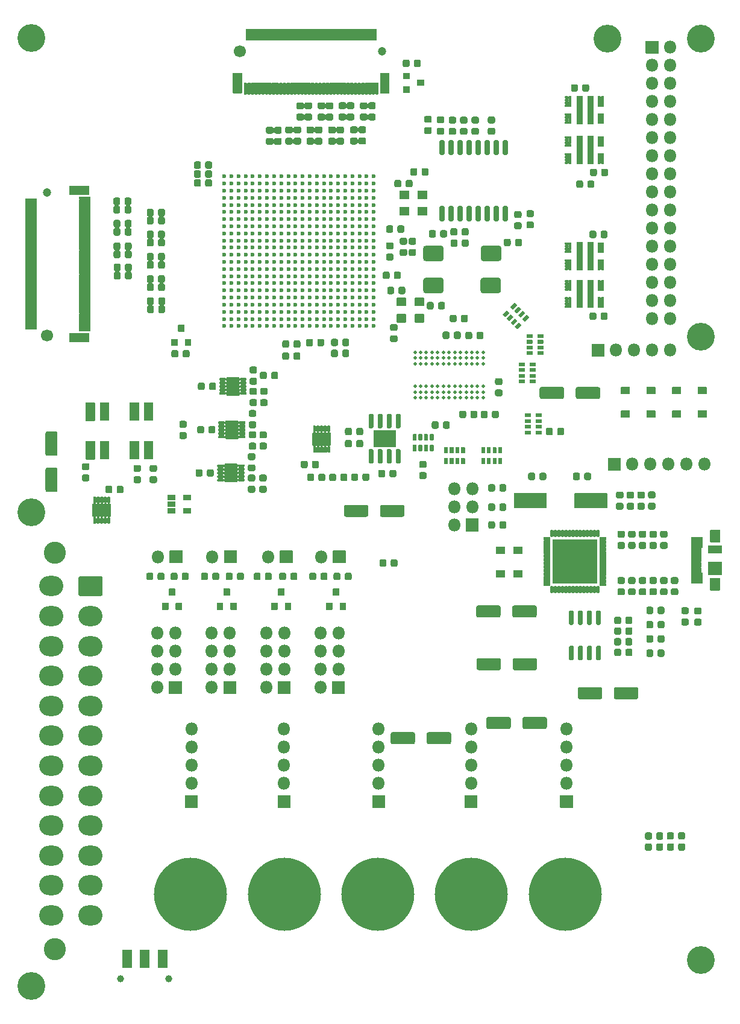
<source format=gbr>
%TF.GenerationSoftware,KiCad,Pcbnew,(5.99.0-3304-gcc86630f1-dirty)*%
%TF.CreationDate,2021-01-15T17:35:18+01:00*%
%TF.ProjectId,FD,46442e6b-6963-4616-945f-706362585858,rev?*%
%TF.SameCoordinates,Original*%
%TF.FileFunction,Soldermask,Top*%
%TF.FilePolarity,Negative*%
%FSLAX46Y46*%
G04 Gerber Fmt 4.6, Leading zero omitted, Abs format (unit mm)*
G04 Created by KiCad (PCBNEW (5.99.0-3304-gcc86630f1-dirty)) date 2021-01-15 17:35:18*
%MOMM*%
%LPD*%
G01*
G04 APERTURE LIST*
%ADD10C,3.100000*%
%ADD11O,3.400000X2.800000*%
%ADD12O,1.800000X1.800000*%
%ADD13C,10.260000*%
%ADD14C,1.200000*%
%ADD15C,1.700000*%
%ADD16C,1.000000*%
%ADD17C,0.499500*%
%ADD18C,3.900000*%
%ADD19C,0.600000*%
G04 APERTURE END LIST*
%TO.C,C1*%
G36*
G01*
X229575000Y-101025000D02*
X230137500Y-101025000D01*
G75*
G02*
X230381250Y-101268750I0J-243750D01*
G01*
X230381250Y-101756250D01*
G75*
G02*
X230137500Y-102000000I-243750J0D01*
G01*
X229575000Y-102000000D01*
G75*
G02*
X229331250Y-101756250I0J243750D01*
G01*
X229331250Y-101268750D01*
G75*
G02*
X229575000Y-101025000I243750J0D01*
G01*
G37*
G36*
G01*
X229575000Y-102600000D02*
X230137500Y-102600000D01*
G75*
G02*
X230381250Y-102843750I0J-243750D01*
G01*
X230381250Y-103331250D01*
G75*
G02*
X230137500Y-103575000I-243750J0D01*
G01*
X229575000Y-103575000D01*
G75*
G02*
X229331250Y-103331250I0J243750D01*
G01*
X229331250Y-102843750D01*
G75*
G02*
X229575000Y-102600000I243750J0D01*
G01*
G37*
%TD*%
%TO.C,C2*%
G36*
G01*
X228075000Y-101025000D02*
X228637500Y-101025000D01*
G75*
G02*
X228881250Y-101268750I0J-243750D01*
G01*
X228881250Y-101756250D01*
G75*
G02*
X228637500Y-102000000I-243750J0D01*
G01*
X228075000Y-102000000D01*
G75*
G02*
X227831250Y-101756250I0J243750D01*
G01*
X227831250Y-101268750D01*
G75*
G02*
X228075000Y-101025000I243750J0D01*
G01*
G37*
G36*
G01*
X228075000Y-102600000D02*
X228637500Y-102600000D01*
G75*
G02*
X228881250Y-102843750I0J-243750D01*
G01*
X228881250Y-103331250D01*
G75*
G02*
X228637500Y-103575000I-243750J0D01*
G01*
X228075000Y-103575000D01*
G75*
G02*
X227831250Y-103331250I0J243750D01*
G01*
X227831250Y-102843750D01*
G75*
G02*
X228075000Y-102600000I243750J0D01*
G01*
G37*
%TD*%
%TO.C,C3*%
G36*
G01*
X226575000Y-101025000D02*
X227137500Y-101025000D01*
G75*
G02*
X227381250Y-101268750I0J-243750D01*
G01*
X227381250Y-101756250D01*
G75*
G02*
X227137500Y-102000000I-243750J0D01*
G01*
X226575000Y-102000000D01*
G75*
G02*
X226331250Y-101756250I0J243750D01*
G01*
X226331250Y-101268750D01*
G75*
G02*
X226575000Y-101025000I243750J0D01*
G01*
G37*
G36*
G01*
X226575000Y-102600000D02*
X227137500Y-102600000D01*
G75*
G02*
X227381250Y-102843750I0J-243750D01*
G01*
X227381250Y-103331250D01*
G75*
G02*
X227137500Y-103575000I-243750J0D01*
G01*
X226575000Y-103575000D01*
G75*
G02*
X226331250Y-103331250I0J243750D01*
G01*
X226331250Y-102843750D01*
G75*
G02*
X226575000Y-102600000I243750J0D01*
G01*
G37*
%TD*%
%TO.C,C4*%
G36*
G01*
X224137500Y-97075000D02*
X223575000Y-97075000D01*
G75*
G02*
X223331250Y-96831250I0J243750D01*
G01*
X223331250Y-96343750D01*
G75*
G02*
X223575000Y-96100000I243750J0D01*
G01*
X224137500Y-96100000D01*
G75*
G02*
X224381250Y-96343750I0J-243750D01*
G01*
X224381250Y-96831250D01*
G75*
G02*
X224137500Y-97075000I-243750J0D01*
G01*
G37*
G36*
G01*
X224137500Y-95500000D02*
X223575000Y-95500000D01*
G75*
G02*
X223331250Y-95256250I0J243750D01*
G01*
X223331250Y-94768750D01*
G75*
G02*
X223575000Y-94525000I243750J0D01*
G01*
X224137500Y-94525000D01*
G75*
G02*
X224381250Y-94768750I0J-243750D01*
G01*
X224381250Y-95256250D01*
G75*
G02*
X224137500Y-95500000I-243750J0D01*
G01*
G37*
%TD*%
%TO.C,C5*%
G36*
G01*
X223575000Y-101025000D02*
X224137500Y-101025000D01*
G75*
G02*
X224381250Y-101268750I0J-243750D01*
G01*
X224381250Y-101756250D01*
G75*
G02*
X224137500Y-102000000I-243750J0D01*
G01*
X223575000Y-102000000D01*
G75*
G02*
X223331250Y-101756250I0J243750D01*
G01*
X223331250Y-101268750D01*
G75*
G02*
X223575000Y-101025000I243750J0D01*
G01*
G37*
G36*
G01*
X223575000Y-102600000D02*
X224137500Y-102600000D01*
G75*
G02*
X224381250Y-102843750I0J-243750D01*
G01*
X224381250Y-103331250D01*
G75*
G02*
X224137500Y-103575000I-243750J0D01*
G01*
X223575000Y-103575000D01*
G75*
G02*
X223331250Y-103331250I0J243750D01*
G01*
X223331250Y-102843750D01*
G75*
G02*
X223575000Y-102600000I243750J0D01*
G01*
G37*
%TD*%
%TO.C,C6*%
G36*
G01*
X222075000Y-101025000D02*
X222637500Y-101025000D01*
G75*
G02*
X222881250Y-101268750I0J-243750D01*
G01*
X222881250Y-101756250D01*
G75*
G02*
X222637500Y-102000000I-243750J0D01*
G01*
X222075000Y-102000000D01*
G75*
G02*
X221831250Y-101756250I0J243750D01*
G01*
X221831250Y-101268750D01*
G75*
G02*
X222075000Y-101025000I243750J0D01*
G01*
G37*
G36*
G01*
X222075000Y-102600000D02*
X222637500Y-102600000D01*
G75*
G02*
X222881250Y-102843750I0J-243750D01*
G01*
X222881250Y-103331250D01*
G75*
G02*
X222637500Y-103575000I-243750J0D01*
G01*
X222075000Y-103575000D01*
G75*
G02*
X221831250Y-103331250I0J243750D01*
G01*
X221831250Y-102843750D01*
G75*
G02*
X222075000Y-102600000I243750J0D01*
G01*
G37*
%TD*%
%TO.C,C7*%
G36*
G01*
X218131250Y-86618750D02*
X218131250Y-87181250D01*
G75*
G02*
X217887500Y-87425000I-243750J0D01*
G01*
X217400000Y-87425000D01*
G75*
G02*
X217156250Y-87181250I0J243750D01*
G01*
X217156250Y-86618750D01*
G75*
G02*
X217400000Y-86375000I243750J0D01*
G01*
X217887500Y-86375000D01*
G75*
G02*
X218131250Y-86618750I0J-243750D01*
G01*
G37*
G36*
G01*
X216556250Y-86618750D02*
X216556250Y-87181250D01*
G75*
G02*
X216312500Y-87425000I-243750J0D01*
G01*
X215825000Y-87425000D01*
G75*
G02*
X215581250Y-87181250I0J243750D01*
G01*
X215581250Y-86618750D01*
G75*
G02*
X215825000Y-86375000I243750J0D01*
G01*
X216312500Y-86375000D01*
G75*
G02*
X216556250Y-86618750I0J-243750D01*
G01*
G37*
%TD*%
%TO.C,C8*%
G36*
G01*
X209293750Y-87181250D02*
X209293750Y-86618750D01*
G75*
G02*
X209537500Y-86375000I243750J0D01*
G01*
X210025000Y-86375000D01*
G75*
G02*
X210268750Y-86618750I0J-243750D01*
G01*
X210268750Y-87181250D01*
G75*
G02*
X210025000Y-87425000I-243750J0D01*
G01*
X209537500Y-87425000D01*
G75*
G02*
X209293750Y-87181250I0J243750D01*
G01*
G37*
G36*
G01*
X210868750Y-87181250D02*
X210868750Y-86618750D01*
G75*
G02*
X211112500Y-86375000I243750J0D01*
G01*
X211600000Y-86375000D01*
G75*
G02*
X211843750Y-86618750I0J-243750D01*
G01*
X211843750Y-87181250D01*
G75*
G02*
X211600000Y-87425000I-243750J0D01*
G01*
X211112500Y-87425000D01*
G75*
G02*
X210868750Y-87181250I0J243750D01*
G01*
G37*
%TD*%
%TO.C,C9*%
G36*
G01*
X225075000Y-101025000D02*
X225637500Y-101025000D01*
G75*
G02*
X225881250Y-101268750I0J-243750D01*
G01*
X225881250Y-101756250D01*
G75*
G02*
X225637500Y-102000000I-243750J0D01*
G01*
X225075000Y-102000000D01*
G75*
G02*
X224831250Y-101756250I0J243750D01*
G01*
X224831250Y-101268750D01*
G75*
G02*
X225075000Y-101025000I243750J0D01*
G01*
G37*
G36*
G01*
X225075000Y-102600000D02*
X225637500Y-102600000D01*
G75*
G02*
X225881250Y-102843750I0J-243750D01*
G01*
X225881250Y-103331250D01*
G75*
G02*
X225637500Y-103575000I-243750J0D01*
G01*
X225075000Y-103575000D01*
G75*
G02*
X224831250Y-103331250I0J243750D01*
G01*
X224831250Y-102843750D01*
G75*
G02*
X225075000Y-102600000I243750J0D01*
G01*
G37*
%TD*%
%TO.C,C17*%
G36*
G01*
X181595000Y-68381250D02*
X181595000Y-67818750D01*
G75*
G02*
X181838750Y-67575000I243750J0D01*
G01*
X182326250Y-67575000D01*
G75*
G02*
X182570000Y-67818750I0J-243750D01*
G01*
X182570000Y-68381250D01*
G75*
G02*
X182326250Y-68625000I-243750J0D01*
G01*
X181838750Y-68625000D01*
G75*
G02*
X181595000Y-68381250I0J243750D01*
G01*
G37*
G36*
G01*
X183170000Y-68381250D02*
X183170000Y-67818750D01*
G75*
G02*
X183413750Y-67575000I243750J0D01*
G01*
X183901250Y-67575000D01*
G75*
G02*
X184145000Y-67818750I0J-243750D01*
G01*
X184145000Y-68381250D01*
G75*
G02*
X183901250Y-68625000I-243750J0D01*
G01*
X183413750Y-68625000D01*
G75*
G02*
X183170000Y-68381250I0J243750D01*
G01*
G37*
%TD*%
%TO.C,C21*%
G36*
G01*
X198265000Y-65021250D02*
X198265000Y-64458750D01*
G75*
G02*
X198508750Y-64215000I243750J0D01*
G01*
X198996250Y-64215000D01*
G75*
G02*
X199240000Y-64458750I0J-243750D01*
G01*
X199240000Y-65021250D01*
G75*
G02*
X198996250Y-65265000I-243750J0D01*
G01*
X198508750Y-65265000D01*
G75*
G02*
X198265000Y-65021250I0J243750D01*
G01*
G37*
G36*
G01*
X199840000Y-65021250D02*
X199840000Y-64458750D01*
G75*
G02*
X200083750Y-64215000I243750J0D01*
G01*
X200571250Y-64215000D01*
G75*
G02*
X200815000Y-64458750I0J-243750D01*
G01*
X200815000Y-65021250D01*
G75*
G02*
X200571250Y-65265000I-243750J0D01*
G01*
X200083750Y-65265000D01*
G75*
G02*
X199840000Y-65021250I0J243750D01*
G01*
G37*
%TD*%
%TO.C,C31*%
G36*
G01*
X180637500Y-67848750D02*
X180637500Y-68411250D01*
G75*
G02*
X180393750Y-68655000I-243750J0D01*
G01*
X179906250Y-68655000D01*
G75*
G02*
X179662500Y-68411250I0J243750D01*
G01*
X179662500Y-67848750D01*
G75*
G02*
X179906250Y-67605000I243750J0D01*
G01*
X180393750Y-67605000D01*
G75*
G02*
X180637500Y-67848750I0J-243750D01*
G01*
G37*
G36*
G01*
X179062500Y-67848750D02*
X179062500Y-68411250D01*
G75*
G02*
X178818750Y-68655000I-243750J0D01*
G01*
X178331250Y-68655000D01*
G75*
G02*
X178087500Y-68411250I0J243750D01*
G01*
X178087500Y-67848750D01*
G75*
G02*
X178331250Y-67605000I243750J0D01*
G01*
X178818750Y-67605000D01*
G75*
G02*
X179062500Y-67848750I0J-243750D01*
G01*
G37*
%TD*%
%TO.C,C35*%
G36*
G01*
X181587500Y-69911250D02*
X181587500Y-69348750D01*
G75*
G02*
X181831250Y-69105000I243750J0D01*
G01*
X182318750Y-69105000D01*
G75*
G02*
X182562500Y-69348750I0J-243750D01*
G01*
X182562500Y-69911250D01*
G75*
G02*
X182318750Y-70155000I-243750J0D01*
G01*
X181831250Y-70155000D01*
G75*
G02*
X181587500Y-69911250I0J243750D01*
G01*
G37*
G36*
G01*
X183162500Y-69911250D02*
X183162500Y-69348750D01*
G75*
G02*
X183406250Y-69105000I243750J0D01*
G01*
X183893750Y-69105000D01*
G75*
G02*
X184137500Y-69348750I0J-243750D01*
G01*
X184137500Y-69911250D01*
G75*
G02*
X183893750Y-70155000I-243750J0D01*
G01*
X183406250Y-70155000D01*
G75*
G02*
X183162500Y-69911250I0J243750D01*
G01*
G37*
%TD*%
%TO.C,C39*%
G36*
G01*
X192037500Y-60528750D02*
X192037500Y-61091250D01*
G75*
G02*
X191793750Y-61335000I-243750J0D01*
G01*
X191306250Y-61335000D01*
G75*
G02*
X191062500Y-61091250I0J243750D01*
G01*
X191062500Y-60528750D01*
G75*
G02*
X191306250Y-60285000I243750J0D01*
G01*
X191793750Y-60285000D01*
G75*
G02*
X192037500Y-60528750I0J-243750D01*
G01*
G37*
G36*
G01*
X190462500Y-60528750D02*
X190462500Y-61091250D01*
G75*
G02*
X190218750Y-61335000I-243750J0D01*
G01*
X189731250Y-61335000D01*
G75*
G02*
X189487500Y-61091250I0J243750D01*
G01*
X189487500Y-60528750D01*
G75*
G02*
X189731250Y-60285000I243750J0D01*
G01*
X190218750Y-60285000D01*
G75*
G02*
X190462500Y-60528750I0J-243750D01*
G01*
G37*
%TD*%
%TO.C,C40*%
G36*
G01*
X142904375Y-89090000D02*
X141735625Y-89090000D01*
G75*
G02*
X141470000Y-88824375I0J265625D01*
G01*
X141470000Y-85930625D01*
G75*
G02*
X141735625Y-85665000I265625J0D01*
G01*
X142904375Y-85665000D01*
G75*
G02*
X143170000Y-85930625I0J-265625D01*
G01*
X143170000Y-88824375D01*
G75*
G02*
X142904375Y-89090000I-265625J0D01*
G01*
G37*
G36*
G01*
X142904375Y-84015000D02*
X141735625Y-84015000D01*
G75*
G02*
X141470000Y-83749375I0J265625D01*
G01*
X141470000Y-80855625D01*
G75*
G02*
X141735625Y-80590000I265625J0D01*
G01*
X142904375Y-80590000D01*
G75*
G02*
X143170000Y-80855625I0J-265625D01*
G01*
X143170000Y-83749375D01*
G75*
G02*
X142904375Y-84015000I-265625J0D01*
G01*
G37*
%TD*%
%TO.C,C41*%
G36*
G01*
X149895000Y-89011250D02*
X149895000Y-88448750D01*
G75*
G02*
X150138750Y-88205000I243750J0D01*
G01*
X150626250Y-88205000D01*
G75*
G02*
X150870000Y-88448750I0J-243750D01*
G01*
X150870000Y-89011250D01*
G75*
G02*
X150626250Y-89255000I-243750J0D01*
G01*
X150138750Y-89255000D01*
G75*
G02*
X149895000Y-89011250I0J243750D01*
G01*
G37*
G36*
G01*
X151470000Y-89011250D02*
X151470000Y-88448750D01*
G75*
G02*
X151713750Y-88205000I243750J0D01*
G01*
X152201250Y-88205000D01*
G75*
G02*
X152445000Y-88448750I0J-243750D01*
G01*
X152445000Y-89011250D01*
G75*
G02*
X152201250Y-89255000I-243750J0D01*
G01*
X151713750Y-89255000D01*
G75*
G02*
X151470000Y-89011250I0J243750D01*
G01*
G37*
%TD*%
%TO.C,C42*%
G36*
G01*
X216262500Y-117904375D02*
X216262500Y-116735625D01*
G75*
G02*
X216528125Y-116470000I265625J0D01*
G01*
X219421875Y-116470000D01*
G75*
G02*
X219687500Y-116735625I0J-265625D01*
G01*
X219687500Y-117904375D01*
G75*
G02*
X219421875Y-118170000I-265625J0D01*
G01*
X216528125Y-118170000D01*
G75*
G02*
X216262500Y-117904375I0J265625D01*
G01*
G37*
G36*
G01*
X221337500Y-117904375D02*
X221337500Y-116735625D01*
G75*
G02*
X221603125Y-116470000I265625J0D01*
G01*
X224496875Y-116470000D01*
G75*
G02*
X224762500Y-116735625I0J-265625D01*
G01*
X224762500Y-117904375D01*
G75*
G02*
X224496875Y-118170000I-265625J0D01*
G01*
X221603125Y-118170000D01*
G75*
G02*
X221337500Y-117904375I0J265625D01*
G01*
G37*
%TD*%
%TO.C,C43*%
G36*
G01*
X201982500Y-106434375D02*
X201982500Y-105265625D01*
G75*
G02*
X202248125Y-105000000I265625J0D01*
G01*
X205141875Y-105000000D01*
G75*
G02*
X205407500Y-105265625I0J-265625D01*
G01*
X205407500Y-106434375D01*
G75*
G02*
X205141875Y-106700000I-265625J0D01*
G01*
X202248125Y-106700000D01*
G75*
G02*
X201982500Y-106434375I0J265625D01*
G01*
G37*
G36*
G01*
X207057500Y-106434375D02*
X207057500Y-105265625D01*
G75*
G02*
X207323125Y-105000000I265625J0D01*
G01*
X210216875Y-105000000D01*
G75*
G02*
X210482500Y-105265625I0J-265625D01*
G01*
X210482500Y-106434375D01*
G75*
G02*
X210216875Y-106700000I-265625J0D01*
G01*
X207323125Y-106700000D01*
G75*
G02*
X207057500Y-106434375I0J265625D01*
G01*
G37*
%TD*%
%TO.C,C44*%
G36*
G01*
X202042500Y-113824375D02*
X202042500Y-112655625D01*
G75*
G02*
X202308125Y-112390000I265625J0D01*
G01*
X205201875Y-112390000D01*
G75*
G02*
X205467500Y-112655625I0J-265625D01*
G01*
X205467500Y-113824375D01*
G75*
G02*
X205201875Y-114090000I-265625J0D01*
G01*
X202308125Y-114090000D01*
G75*
G02*
X202042500Y-113824375I0J265625D01*
G01*
G37*
G36*
G01*
X207117500Y-113824375D02*
X207117500Y-112655625D01*
G75*
G02*
X207383125Y-112390000I265625J0D01*
G01*
X210276875Y-112390000D01*
G75*
G02*
X210542500Y-112655625I0J-265625D01*
G01*
X210542500Y-113824375D01*
G75*
G02*
X210276875Y-114090000I-265625J0D01*
G01*
X207383125Y-114090000D01*
G75*
G02*
X207117500Y-113824375I0J265625D01*
G01*
G37*
%TD*%
%TO.C,C45*%
G36*
G01*
X170378750Y-74482500D02*
X170941250Y-74482500D01*
G75*
G02*
X171185000Y-74726250I0J-243750D01*
G01*
X171185000Y-75213750D01*
G75*
G02*
X170941250Y-75457500I-243750J0D01*
G01*
X170378750Y-75457500D01*
G75*
G02*
X170135000Y-75213750I0J243750D01*
G01*
X170135000Y-74726250D01*
G75*
G02*
X170378750Y-74482500I243750J0D01*
G01*
G37*
G36*
G01*
X170378750Y-76057500D02*
X170941250Y-76057500D01*
G75*
G02*
X171185000Y-76301250I0J-243750D01*
G01*
X171185000Y-76788750D01*
G75*
G02*
X170941250Y-77032500I-243750J0D01*
G01*
X170378750Y-77032500D01*
G75*
G02*
X170135000Y-76788750I0J243750D01*
G01*
X170135000Y-76301250D01*
G75*
G02*
X170378750Y-76057500I243750J0D01*
G01*
G37*
%TD*%
%TO.C,C46*%
G36*
G01*
X170148750Y-86637500D02*
X170711250Y-86637500D01*
G75*
G02*
X170955000Y-86881250I0J-243750D01*
G01*
X170955000Y-87368750D01*
G75*
G02*
X170711250Y-87612500I-243750J0D01*
G01*
X170148750Y-87612500D01*
G75*
G02*
X169905000Y-87368750I0J243750D01*
G01*
X169905000Y-86881250D01*
G75*
G02*
X170148750Y-86637500I243750J0D01*
G01*
G37*
G36*
G01*
X170148750Y-88212500D02*
X170711250Y-88212500D01*
G75*
G02*
X170955000Y-88456250I0J-243750D01*
G01*
X170955000Y-88943750D01*
G75*
G02*
X170711250Y-89187500I-243750J0D01*
G01*
X170148750Y-89187500D01*
G75*
G02*
X169905000Y-88943750I0J243750D01*
G01*
X169905000Y-88456250D01*
G75*
G02*
X170148750Y-88212500I243750J0D01*
G01*
G37*
%TD*%
%TO.C,C47*%
G36*
G01*
X170278750Y-80580000D02*
X170841250Y-80580000D01*
G75*
G02*
X171085000Y-80823750I0J-243750D01*
G01*
X171085000Y-81311250D01*
G75*
G02*
X170841250Y-81555000I-243750J0D01*
G01*
X170278750Y-81555000D01*
G75*
G02*
X170035000Y-81311250I0J243750D01*
G01*
X170035000Y-80823750D01*
G75*
G02*
X170278750Y-80580000I243750J0D01*
G01*
G37*
G36*
G01*
X170278750Y-82155000D02*
X170841250Y-82155000D01*
G75*
G02*
X171085000Y-82398750I0J-243750D01*
G01*
X171085000Y-82886250D01*
G75*
G02*
X170841250Y-83130000I-243750J0D01*
G01*
X170278750Y-83130000D01*
G75*
G02*
X170035000Y-82886250I0J243750D01*
G01*
X170035000Y-82398750D01*
G75*
G02*
X170278750Y-82155000I243750J0D01*
G01*
G37*
%TD*%
%TO.C,C48*%
G36*
G01*
X210902500Y-75774375D02*
X210902500Y-74605625D01*
G75*
G02*
X211168125Y-74340000I265625J0D01*
G01*
X214061875Y-74340000D01*
G75*
G02*
X214327500Y-74605625I0J-265625D01*
G01*
X214327500Y-75774375D01*
G75*
G02*
X214061875Y-76040000I-265625J0D01*
G01*
X211168125Y-76040000D01*
G75*
G02*
X210902500Y-75774375I0J265625D01*
G01*
G37*
G36*
G01*
X215977500Y-75774375D02*
X215977500Y-74605625D01*
G75*
G02*
X216243125Y-74340000I265625J0D01*
G01*
X219136875Y-74340000D01*
G75*
G02*
X219402500Y-74605625I0J-265625D01*
G01*
X219402500Y-75774375D01*
G75*
G02*
X219136875Y-76040000I-265625J0D01*
G01*
X216243125Y-76040000D01*
G75*
G02*
X215977500Y-75774375I0J265625D01*
G01*
G37*
%TD*%
%TO.C,C49*%
G36*
G01*
X198285000Y-79408750D02*
X198285000Y-79971250D01*
G75*
G02*
X198041250Y-80215000I-243750J0D01*
G01*
X197553750Y-80215000D01*
G75*
G02*
X197310000Y-79971250I0J243750D01*
G01*
X197310000Y-79408750D01*
G75*
G02*
X197553750Y-79165000I243750J0D01*
G01*
X198041250Y-79165000D01*
G75*
G02*
X198285000Y-79408750I0J-243750D01*
G01*
G37*
G36*
G01*
X196710000Y-79408750D02*
X196710000Y-79971250D01*
G75*
G02*
X196466250Y-80215000I-243750J0D01*
G01*
X195978750Y-80215000D01*
G75*
G02*
X195735000Y-79971250I0J243750D01*
G01*
X195735000Y-79408750D01*
G75*
G02*
X195978750Y-79165000I243750J0D01*
G01*
X196466250Y-79165000D01*
G75*
G02*
X196710000Y-79408750I0J-243750D01*
G01*
G37*
%TD*%
%TO.C,C51*%
G36*
G01*
X179885000Y-84953852D02*
X179885000Y-85516352D01*
G75*
G02*
X179641250Y-85760102I-243750J0D01*
G01*
X179153750Y-85760102D01*
G75*
G02*
X178910000Y-85516352I0J243750D01*
G01*
X178910000Y-84953852D01*
G75*
G02*
X179153750Y-84710102I243750J0D01*
G01*
X179641250Y-84710102D01*
G75*
G02*
X179885000Y-84953852I0J-243750D01*
G01*
G37*
G36*
G01*
X178310000Y-84953852D02*
X178310000Y-85516352D01*
G75*
G02*
X178066250Y-85760102I-243750J0D01*
G01*
X177578750Y-85760102D01*
G75*
G02*
X177335000Y-85516352I0J243750D01*
G01*
X177335000Y-84953852D01*
G75*
G02*
X177578750Y-84710102I243750J0D01*
G01*
X178066250Y-84710102D01*
G75*
G02*
X178310000Y-84953852I0J-243750D01*
G01*
G37*
%TD*%
%TO.C,C53*%
G36*
G01*
X158256250Y-60078750D02*
X158256250Y-60641250D01*
G75*
G02*
X158012500Y-60885000I-243750J0D01*
G01*
X157525000Y-60885000D01*
G75*
G02*
X157281250Y-60641250I0J243750D01*
G01*
X157281250Y-60078750D01*
G75*
G02*
X157525000Y-59835000I243750J0D01*
G01*
X158012500Y-59835000D01*
G75*
G02*
X158256250Y-60078750I0J-243750D01*
G01*
G37*
G36*
G01*
X156681250Y-60078750D02*
X156681250Y-60641250D01*
G75*
G02*
X156437500Y-60885000I-243750J0D01*
G01*
X155950000Y-60885000D01*
G75*
G02*
X155706250Y-60641250I0J243750D01*
G01*
X155706250Y-60078750D01*
G75*
G02*
X155950000Y-59835000I243750J0D01*
G01*
X156437500Y-59835000D01*
G75*
G02*
X156681250Y-60078750I0J-243750D01*
G01*
G37*
%TD*%
%TO.C,C54*%
G36*
G01*
X158256250Y-56952635D02*
X158256250Y-57515135D01*
G75*
G02*
X158012500Y-57758885I-243750J0D01*
G01*
X157525000Y-57758885D01*
G75*
G02*
X157281250Y-57515135I0J243750D01*
G01*
X157281250Y-56952635D01*
G75*
G02*
X157525000Y-56708885I243750J0D01*
G01*
X158012500Y-56708885D01*
G75*
G02*
X158256250Y-56952635I0J-243750D01*
G01*
G37*
G36*
G01*
X156681250Y-56952635D02*
X156681250Y-57515135D01*
G75*
G02*
X156437500Y-57758885I-243750J0D01*
G01*
X155950000Y-57758885D01*
G75*
G02*
X155706250Y-57515135I0J243750D01*
G01*
X155706250Y-56952635D01*
G75*
G02*
X155950000Y-56708885I243750J0D01*
G01*
X156437500Y-56708885D01*
G75*
G02*
X156681250Y-56952635I0J-243750D01*
G01*
G37*
%TD*%
%TO.C,C55*%
G36*
G01*
X158255000Y-53818750D02*
X158255000Y-54381250D01*
G75*
G02*
X158011250Y-54625000I-243750J0D01*
G01*
X157523750Y-54625000D01*
G75*
G02*
X157280000Y-54381250I0J243750D01*
G01*
X157280000Y-53818750D01*
G75*
G02*
X157523750Y-53575000I243750J0D01*
G01*
X158011250Y-53575000D01*
G75*
G02*
X158255000Y-53818750I0J-243750D01*
G01*
G37*
G36*
G01*
X156680000Y-53818750D02*
X156680000Y-54381250D01*
G75*
G02*
X156436250Y-54625000I-243750J0D01*
G01*
X155948750Y-54625000D01*
G75*
G02*
X155705000Y-54381250I0J243750D01*
G01*
X155705000Y-53818750D01*
G75*
G02*
X155948750Y-53575000I243750J0D01*
G01*
X156436250Y-53575000D01*
G75*
G02*
X156680000Y-53818750I0J-243750D01*
G01*
G37*
%TD*%
%TO.C,C56*%
G36*
G01*
X158255000Y-50741534D02*
X158255000Y-51304034D01*
G75*
G02*
X158011250Y-51547784I-243750J0D01*
G01*
X157523750Y-51547784D01*
G75*
G02*
X157280000Y-51304034I0J243750D01*
G01*
X157280000Y-50741534D01*
G75*
G02*
X157523750Y-50497784I243750J0D01*
G01*
X158011250Y-50497784D01*
G75*
G02*
X158255000Y-50741534I0J-243750D01*
G01*
G37*
G36*
G01*
X156680000Y-50741534D02*
X156680000Y-51304034D01*
G75*
G02*
X156436250Y-51547784I-243750J0D01*
G01*
X155948750Y-51547784D01*
G75*
G02*
X155705000Y-51304034I0J243750D01*
G01*
X155705000Y-50741534D01*
G75*
G02*
X155948750Y-50497784I243750J0D01*
G01*
X156436250Y-50497784D01*
G75*
G02*
X156680000Y-50741534I0J-243750D01*
G01*
G37*
%TD*%
%TO.C,C57*%
G36*
G01*
X158285000Y-63181527D02*
X158285000Y-63744027D01*
G75*
G02*
X158041250Y-63987777I-243750J0D01*
G01*
X157553750Y-63987777D01*
G75*
G02*
X157310000Y-63744027I0J243750D01*
G01*
X157310000Y-63181527D01*
G75*
G02*
X157553750Y-62937777I243750J0D01*
G01*
X158041250Y-62937777D01*
G75*
G02*
X158285000Y-63181527I0J-243750D01*
G01*
G37*
G36*
G01*
X156710000Y-63181527D02*
X156710000Y-63744027D01*
G75*
G02*
X156466250Y-63987777I-243750J0D01*
G01*
X155978750Y-63987777D01*
G75*
G02*
X155735000Y-63744027I0J243750D01*
G01*
X155735000Y-63181527D01*
G75*
G02*
X155978750Y-62937777I243750J0D01*
G01*
X156466250Y-62937777D01*
G75*
G02*
X156710000Y-63181527I0J-243750D01*
G01*
G37*
%TD*%
%TO.C,C59*%
G36*
G01*
X158256250Y-58920419D02*
X158256250Y-59482919D01*
G75*
G02*
X158012500Y-59726669I-243750J0D01*
G01*
X157525000Y-59726669D01*
G75*
G02*
X157281250Y-59482919I0J243750D01*
G01*
X157281250Y-58920419D01*
G75*
G02*
X157525000Y-58676669I243750J0D01*
G01*
X158012500Y-58676669D01*
G75*
G02*
X158256250Y-58920419I0J-243750D01*
G01*
G37*
G36*
G01*
X156681250Y-58920419D02*
X156681250Y-59482919D01*
G75*
G02*
X156437500Y-59726669I-243750J0D01*
G01*
X155950000Y-59726669D01*
G75*
G02*
X155706250Y-59482919I0J243750D01*
G01*
X155706250Y-58920419D01*
G75*
G02*
X155950000Y-58676669I243750J0D01*
G01*
X156437500Y-58676669D01*
G75*
G02*
X156681250Y-58920419I0J-243750D01*
G01*
G37*
%TD*%
%TO.C,C60*%
G36*
G01*
X158256250Y-55788750D02*
X158256250Y-56351250D01*
G75*
G02*
X158012500Y-56595000I-243750J0D01*
G01*
X157525000Y-56595000D01*
G75*
G02*
X157281250Y-56351250I0J243750D01*
G01*
X157281250Y-55788750D01*
G75*
G02*
X157525000Y-55545000I243750J0D01*
G01*
X158012500Y-55545000D01*
G75*
G02*
X158256250Y-55788750I0J-243750D01*
G01*
G37*
G36*
G01*
X156681250Y-55788750D02*
X156681250Y-56351250D01*
G75*
G02*
X156437500Y-56595000I-243750J0D01*
G01*
X155950000Y-56595000D01*
G75*
G02*
X155706250Y-56351250I0J243750D01*
G01*
X155706250Y-55788750D01*
G75*
G02*
X155950000Y-55545000I243750J0D01*
G01*
X156437500Y-55545000D01*
G75*
G02*
X156681250Y-55788750I0J-243750D01*
G01*
G37*
%TD*%
%TO.C,C61*%
G36*
G01*
X158255000Y-52659311D02*
X158255000Y-53221811D01*
G75*
G02*
X158011250Y-53465561I-243750J0D01*
G01*
X157523750Y-53465561D01*
G75*
G02*
X157280000Y-53221811I0J243750D01*
G01*
X157280000Y-52659311D01*
G75*
G02*
X157523750Y-52415561I243750J0D01*
G01*
X158011250Y-52415561D01*
G75*
G02*
X158255000Y-52659311I0J-243750D01*
G01*
G37*
G36*
G01*
X156680000Y-52659311D02*
X156680000Y-53221811D01*
G75*
G02*
X156436250Y-53465561I-243750J0D01*
G01*
X155948750Y-53465561D01*
G75*
G02*
X155705000Y-53221811I0J243750D01*
G01*
X155705000Y-52659311D01*
G75*
G02*
X155948750Y-52415561I243750J0D01*
G01*
X156436250Y-52415561D01*
G75*
G02*
X156680000Y-52659311I0J-243750D01*
G01*
G37*
%TD*%
%TO.C,C62*%
G36*
G01*
X158255000Y-49588750D02*
X158255000Y-50151250D01*
G75*
G02*
X158011250Y-50395000I-243750J0D01*
G01*
X157523750Y-50395000D01*
G75*
G02*
X157280000Y-50151250I0J243750D01*
G01*
X157280000Y-49588750D01*
G75*
G02*
X157523750Y-49345000I243750J0D01*
G01*
X158011250Y-49345000D01*
G75*
G02*
X158255000Y-49588750I0J-243750D01*
G01*
G37*
G36*
G01*
X156680000Y-49588750D02*
X156680000Y-50151250D01*
G75*
G02*
X156436250Y-50395000I-243750J0D01*
G01*
X155948750Y-50395000D01*
G75*
G02*
X155705000Y-50151250I0J243750D01*
G01*
X155705000Y-49588750D01*
G75*
G02*
X155948750Y-49345000I243750J0D01*
G01*
X156436250Y-49345000D01*
G75*
G02*
X156680000Y-49588750I0J-243750D01*
G01*
G37*
%TD*%
%TO.C,C63*%
G36*
G01*
X158287500Y-62018750D02*
X158287500Y-62581250D01*
G75*
G02*
X158043750Y-62825000I-243750J0D01*
G01*
X157556250Y-62825000D01*
G75*
G02*
X157312500Y-62581250I0J243750D01*
G01*
X157312500Y-62018750D01*
G75*
G02*
X157556250Y-61775000I243750J0D01*
G01*
X158043750Y-61775000D01*
G75*
G02*
X158287500Y-62018750I0J-243750D01*
G01*
G37*
G36*
G01*
X156712500Y-62018750D02*
X156712500Y-62581250D01*
G75*
G02*
X156468750Y-62825000I-243750J0D01*
G01*
X155981250Y-62825000D01*
G75*
G02*
X155737500Y-62581250I0J243750D01*
G01*
X155737500Y-62018750D01*
G75*
G02*
X155981250Y-61775000I243750J0D01*
G01*
X156468750Y-61775000D01*
G75*
G02*
X156712500Y-62018750I0J-243750D01*
G01*
G37*
%TD*%
%TO.C,C69*%
G36*
G01*
X200452500Y-67411250D02*
X200452500Y-66848750D01*
G75*
G02*
X200696250Y-66605000I243750J0D01*
G01*
X201183750Y-66605000D01*
G75*
G02*
X201427500Y-66848750I0J-243750D01*
G01*
X201427500Y-67411250D01*
G75*
G02*
X201183750Y-67655000I-243750J0D01*
G01*
X200696250Y-67655000D01*
G75*
G02*
X200452500Y-67411250I0J243750D01*
G01*
G37*
G36*
G01*
X202027500Y-67411250D02*
X202027500Y-66848750D01*
G75*
G02*
X202271250Y-66605000I243750J0D01*
G01*
X202758750Y-66605000D01*
G75*
G02*
X203002500Y-66848750I0J-243750D01*
G01*
X203002500Y-67411250D01*
G75*
G02*
X202758750Y-67655000I-243750J0D01*
G01*
X202271250Y-67655000D01*
G75*
G02*
X202027500Y-67411250I0J243750D01*
G01*
G37*
%TD*%
%TO.C,C70*%
G36*
G01*
X202625000Y-78481250D02*
X202625000Y-77918750D01*
G75*
G02*
X202868750Y-77675000I243750J0D01*
G01*
X203356250Y-77675000D01*
G75*
G02*
X203600000Y-77918750I0J-243750D01*
G01*
X203600000Y-78481250D01*
G75*
G02*
X203356250Y-78725000I-243750J0D01*
G01*
X202868750Y-78725000D01*
G75*
G02*
X202625000Y-78481250I0J243750D01*
G01*
G37*
G36*
G01*
X204200000Y-78481250D02*
X204200000Y-77918750D01*
G75*
G02*
X204443750Y-77675000I243750J0D01*
G01*
X204931250Y-77675000D01*
G75*
G02*
X205175000Y-77918750I0J-243750D01*
G01*
X205175000Y-78481250D01*
G75*
G02*
X204931250Y-78725000I-243750J0D01*
G01*
X204443750Y-78725000D01*
G75*
G02*
X204200000Y-78481250I0J243750D01*
G01*
G37*
%TD*%
%TO.C,C72*%
G36*
G01*
X199605000Y-78481250D02*
X199605000Y-77918750D01*
G75*
G02*
X199848750Y-77675000I243750J0D01*
G01*
X200336250Y-77675000D01*
G75*
G02*
X200580000Y-77918750I0J-243750D01*
G01*
X200580000Y-78481250D01*
G75*
G02*
X200336250Y-78725000I-243750J0D01*
G01*
X199848750Y-78725000D01*
G75*
G02*
X199605000Y-78481250I0J243750D01*
G01*
G37*
G36*
G01*
X201180000Y-78481250D02*
X201180000Y-77918750D01*
G75*
G02*
X201423750Y-77675000I243750J0D01*
G01*
X201911250Y-77675000D01*
G75*
G02*
X202155000Y-77918750I0J-243750D01*
G01*
X202155000Y-78481250D01*
G75*
G02*
X201911250Y-78725000I-243750J0D01*
G01*
X201423750Y-78725000D01*
G75*
G02*
X201180000Y-78481250I0J243750D01*
G01*
G37*
%TD*%
%TO.C,C73*%
G36*
G01*
X188852500Y-58961250D02*
X188852500Y-58398750D01*
G75*
G02*
X189096250Y-58155000I243750J0D01*
G01*
X189583750Y-58155000D01*
G75*
G02*
X189827500Y-58398750I0J-243750D01*
G01*
X189827500Y-58961250D01*
G75*
G02*
X189583750Y-59205000I-243750J0D01*
G01*
X189096250Y-59205000D01*
G75*
G02*
X188852500Y-58961250I0J243750D01*
G01*
G37*
G36*
G01*
X190427500Y-58961250D02*
X190427500Y-58398750D01*
G75*
G02*
X190671250Y-58155000I243750J0D01*
G01*
X191158750Y-58155000D01*
G75*
G02*
X191402500Y-58398750I0J-243750D01*
G01*
X191402500Y-58961250D01*
G75*
G02*
X191158750Y-59205000I-243750J0D01*
G01*
X190671250Y-59205000D01*
G75*
G02*
X190427500Y-58961250I0J243750D01*
G01*
G37*
%TD*%
%TO.C,C75*%
G36*
G01*
X211787500Y-80881250D02*
X211787500Y-80318750D01*
G75*
G02*
X212031250Y-80075000I243750J0D01*
G01*
X212518750Y-80075000D01*
G75*
G02*
X212762500Y-80318750I0J-243750D01*
G01*
X212762500Y-80881250D01*
G75*
G02*
X212518750Y-81125000I-243750J0D01*
G01*
X212031250Y-81125000D01*
G75*
G02*
X211787500Y-80881250I0J243750D01*
G01*
G37*
G36*
G01*
X213362500Y-80881250D02*
X213362500Y-80318750D01*
G75*
G02*
X213606250Y-80075000I243750J0D01*
G01*
X214093750Y-80075000D01*
G75*
G02*
X214337500Y-80318750I0J-243750D01*
G01*
X214337500Y-80881250D01*
G75*
G02*
X214093750Y-81125000I-243750J0D01*
G01*
X213606250Y-81125000D01*
G75*
G02*
X213362500Y-80881250I0J243750D01*
G01*
G37*
%TD*%
%TO.C,C76*%
G36*
G01*
X177295000Y-68038750D02*
X177295000Y-68601250D01*
G75*
G02*
X177051250Y-68845000I-243750J0D01*
G01*
X176563750Y-68845000D01*
G75*
G02*
X176320000Y-68601250I0J243750D01*
G01*
X176320000Y-68038750D01*
G75*
G02*
X176563750Y-67795000I243750J0D01*
G01*
X177051250Y-67795000D01*
G75*
G02*
X177295000Y-68038750I0J-243750D01*
G01*
G37*
G36*
G01*
X175720000Y-68038750D02*
X175720000Y-68601250D01*
G75*
G02*
X175476250Y-68845000I-243750J0D01*
G01*
X174988750Y-68845000D01*
G75*
G02*
X174745000Y-68601250I0J243750D01*
G01*
X174745000Y-68038750D01*
G75*
G02*
X174988750Y-67795000I243750J0D01*
G01*
X175476250Y-67795000D01*
G75*
G02*
X175720000Y-68038750I0J-243750D01*
G01*
G37*
%TD*%
%TO.C,C77*%
G36*
G01*
X188225000Y-86781250D02*
X188225000Y-86218750D01*
G75*
G02*
X188468750Y-85975000I243750J0D01*
G01*
X188956250Y-85975000D01*
G75*
G02*
X189200000Y-86218750I0J-243750D01*
G01*
X189200000Y-86781250D01*
G75*
G02*
X188956250Y-87025000I-243750J0D01*
G01*
X188468750Y-87025000D01*
G75*
G02*
X188225000Y-86781250I0J243750D01*
G01*
G37*
G36*
G01*
X189800000Y-86781250D02*
X189800000Y-86218750D01*
G75*
G02*
X190043750Y-85975000I243750J0D01*
G01*
X190531250Y-85975000D01*
G75*
G02*
X190775000Y-86218750I0J-243750D01*
G01*
X190775000Y-86781250D01*
G75*
G02*
X190531250Y-87025000I-243750J0D01*
G01*
X190043750Y-87025000D01*
G75*
G02*
X189800000Y-86781250I0J243750D01*
G01*
G37*
%TD*%
%TO.C,C78*%
G36*
G01*
X204878750Y-73115000D02*
X205441250Y-73115000D01*
G75*
G02*
X205685000Y-73358750I0J-243750D01*
G01*
X205685000Y-73846250D01*
G75*
G02*
X205441250Y-74090000I-243750J0D01*
G01*
X204878750Y-74090000D01*
G75*
G02*
X204635000Y-73846250I0J243750D01*
G01*
X204635000Y-73358750D01*
G75*
G02*
X204878750Y-73115000I243750J0D01*
G01*
G37*
G36*
G01*
X204878750Y-74690000D02*
X205441250Y-74690000D01*
G75*
G02*
X205685000Y-74933750I0J-243750D01*
G01*
X205685000Y-75421250D01*
G75*
G02*
X205441250Y-75665000I-243750J0D01*
G01*
X204878750Y-75665000D01*
G75*
G02*
X204635000Y-75421250I0J243750D01*
G01*
X204635000Y-74933750D01*
G75*
G02*
X204878750Y-74690000I243750J0D01*
G01*
G37*
%TD*%
%TO.C,C79*%
G36*
G01*
X174737500Y-70301250D02*
X174737500Y-69738750D01*
G75*
G02*
X174981250Y-69495000I243750J0D01*
G01*
X175468750Y-69495000D01*
G75*
G02*
X175712500Y-69738750I0J-243750D01*
G01*
X175712500Y-70301250D01*
G75*
G02*
X175468750Y-70545000I-243750J0D01*
G01*
X174981250Y-70545000D01*
G75*
G02*
X174737500Y-70301250I0J243750D01*
G01*
G37*
G36*
G01*
X176312500Y-70301250D02*
X176312500Y-69738750D01*
G75*
G02*
X176556250Y-69495000I243750J0D01*
G01*
X177043750Y-69495000D01*
G75*
G02*
X177287500Y-69738750I0J-243750D01*
G01*
X177287500Y-70301250D01*
G75*
G02*
X177043750Y-70545000I-243750J0D01*
G01*
X176556250Y-70545000D01*
G75*
G02*
X176312500Y-70301250I0J243750D01*
G01*
G37*
%TD*%
%TO.C,C80*%
G36*
G01*
X194218750Y-84725000D02*
X194781250Y-84725000D01*
G75*
G02*
X195025000Y-84968750I0J-243750D01*
G01*
X195025000Y-85456250D01*
G75*
G02*
X194781250Y-85700000I-243750J0D01*
G01*
X194218750Y-85700000D01*
G75*
G02*
X193975000Y-85456250I0J243750D01*
G01*
X193975000Y-84968750D01*
G75*
G02*
X194218750Y-84725000I243750J0D01*
G01*
G37*
G36*
G01*
X194218750Y-86300000D02*
X194781250Y-86300000D01*
G75*
G02*
X195025000Y-86543750I0J-243750D01*
G01*
X195025000Y-87031250D01*
G75*
G02*
X194781250Y-87275000I-243750J0D01*
G01*
X194218750Y-87275000D01*
G75*
G02*
X193975000Y-87031250I0J243750D01*
G01*
X193975000Y-86543750D01*
G75*
G02*
X194218750Y-86300000I243750J0D01*
G01*
G37*
%TD*%
%TO.C,C82*%
G36*
G01*
X190131250Y-56607500D02*
X189568750Y-56607500D01*
G75*
G02*
X189325000Y-56363750I0J243750D01*
G01*
X189325000Y-55876250D01*
G75*
G02*
X189568750Y-55632500I243750J0D01*
G01*
X190131250Y-55632500D01*
G75*
G02*
X190375000Y-55876250I0J-243750D01*
G01*
X190375000Y-56363750D01*
G75*
G02*
X190131250Y-56607500I-243750J0D01*
G01*
G37*
G36*
G01*
X190131250Y-55032500D02*
X189568750Y-55032500D01*
G75*
G02*
X189325000Y-54788750I0J243750D01*
G01*
X189325000Y-54301250D01*
G75*
G02*
X189568750Y-54057500I243750J0D01*
G01*
X190131250Y-54057500D01*
G75*
G02*
X190375000Y-54301250I0J-243750D01*
G01*
X190375000Y-54788750D01*
G75*
G02*
X190131250Y-55032500I-243750J0D01*
G01*
G37*
%TD*%
%TO.C,D1*%
G36*
G01*
X225893750Y-105981250D02*
X225893750Y-105418750D01*
G75*
G02*
X226137500Y-105175000I243750J0D01*
G01*
X226625000Y-105175000D01*
G75*
G02*
X226868750Y-105418750I0J-243750D01*
G01*
X226868750Y-105981250D01*
G75*
G02*
X226625000Y-106225000I-243750J0D01*
G01*
X226137500Y-106225000D01*
G75*
G02*
X225893750Y-105981250I0J243750D01*
G01*
G37*
G36*
G01*
X227468750Y-105981250D02*
X227468750Y-105418750D01*
G75*
G02*
X227712500Y-105175000I243750J0D01*
G01*
X228200000Y-105175000D01*
G75*
G02*
X228443750Y-105418750I0J-243750D01*
G01*
X228443750Y-105981250D01*
G75*
G02*
X228200000Y-106225000I-243750J0D01*
G01*
X227712500Y-106225000D01*
G75*
G02*
X227468750Y-105981250I0J243750D01*
G01*
G37*
%TD*%
%TO.C,D2*%
G36*
G01*
X225893750Y-109981250D02*
X225893750Y-109418750D01*
G75*
G02*
X226137500Y-109175000I243750J0D01*
G01*
X226625000Y-109175000D01*
G75*
G02*
X226868750Y-109418750I0J-243750D01*
G01*
X226868750Y-109981250D01*
G75*
G02*
X226625000Y-110225000I-243750J0D01*
G01*
X226137500Y-110225000D01*
G75*
G02*
X225893750Y-109981250I0J243750D01*
G01*
G37*
G36*
G01*
X227468750Y-109981250D02*
X227468750Y-109418750D01*
G75*
G02*
X227712500Y-109175000I243750J0D01*
G01*
X228200000Y-109175000D01*
G75*
G02*
X228443750Y-109418750I0J-243750D01*
G01*
X228443750Y-109981250D01*
G75*
G02*
X228200000Y-110225000I-243750J0D01*
G01*
X227712500Y-110225000D01*
G75*
G02*
X227468750Y-109981250I0J243750D01*
G01*
G37*
%TD*%
%TO.C,D3*%
G36*
G01*
X231335000Y-137058750D02*
X231335000Y-137621250D01*
G75*
G02*
X231091250Y-137865000I-243750J0D01*
G01*
X230603750Y-137865000D01*
G75*
G02*
X230360000Y-137621250I0J243750D01*
G01*
X230360000Y-137058750D01*
G75*
G02*
X230603750Y-136815000I243750J0D01*
G01*
X231091250Y-136815000D01*
G75*
G02*
X231335000Y-137058750I0J-243750D01*
G01*
G37*
G36*
G01*
X229760000Y-137058750D02*
X229760000Y-137621250D01*
G75*
G02*
X229516250Y-137865000I-243750J0D01*
G01*
X229028750Y-137865000D01*
G75*
G02*
X228785000Y-137621250I0J243750D01*
G01*
X228785000Y-137058750D01*
G75*
G02*
X229028750Y-136815000I243750J0D01*
G01*
X229516250Y-136815000D01*
G75*
G02*
X229760000Y-137058750I0J-243750D01*
G01*
G37*
%TD*%
%TO.C,D4*%
G36*
G01*
X231345000Y-138618750D02*
X231345000Y-139181250D01*
G75*
G02*
X231101250Y-139425000I-243750J0D01*
G01*
X230613750Y-139425000D01*
G75*
G02*
X230370000Y-139181250I0J243750D01*
G01*
X230370000Y-138618750D01*
G75*
G02*
X230613750Y-138375000I243750J0D01*
G01*
X231101250Y-138375000D01*
G75*
G02*
X231345000Y-138618750I0J-243750D01*
G01*
G37*
G36*
G01*
X229770000Y-138618750D02*
X229770000Y-139181250D01*
G75*
G02*
X229526250Y-139425000I-243750J0D01*
G01*
X229038750Y-139425000D01*
G75*
G02*
X228795000Y-139181250I0J243750D01*
G01*
X228795000Y-138618750D01*
G75*
G02*
X229038750Y-138375000I243750J0D01*
G01*
X229526250Y-138375000D01*
G75*
G02*
X229770000Y-138618750I0J-243750D01*
G01*
G37*
%TD*%
%TO.C,D5*%
G36*
G01*
X234350000Y-78660000D02*
X233150000Y-78660000D01*
G75*
G02*
X233100000Y-78610000I0J50000D01*
G01*
X233100000Y-77710000D01*
G75*
G02*
X233150000Y-77660000I50000J0D01*
G01*
X234350000Y-77660000D01*
G75*
G02*
X234400000Y-77710000I0J-50000D01*
G01*
X234400000Y-78610000D01*
G75*
G02*
X234350000Y-78660000I-50000J0D01*
G01*
G37*
G36*
G01*
X234350000Y-75360000D02*
X233150000Y-75360000D01*
G75*
G02*
X233100000Y-75310000I0J50000D01*
G01*
X233100000Y-74410000D01*
G75*
G02*
X233150000Y-74360000I50000J0D01*
G01*
X234350000Y-74360000D01*
G75*
G02*
X234400000Y-74410000I0J-50000D01*
G01*
X234400000Y-75310000D01*
G75*
G02*
X234350000Y-75360000I-50000J0D01*
G01*
G37*
%TD*%
%TO.C,D6*%
G36*
G01*
X230750000Y-78660000D02*
X229550000Y-78660000D01*
G75*
G02*
X229500000Y-78610000I0J50000D01*
G01*
X229500000Y-77710000D01*
G75*
G02*
X229550000Y-77660000I50000J0D01*
G01*
X230750000Y-77660000D01*
G75*
G02*
X230800000Y-77710000I0J-50000D01*
G01*
X230800000Y-78610000D01*
G75*
G02*
X230750000Y-78660000I-50000J0D01*
G01*
G37*
G36*
G01*
X230750000Y-75360000D02*
X229550000Y-75360000D01*
G75*
G02*
X229500000Y-75310000I0J50000D01*
G01*
X229500000Y-74410000D01*
G75*
G02*
X229550000Y-74360000I50000J0D01*
G01*
X230750000Y-74360000D01*
G75*
G02*
X230800000Y-74410000I0J-50000D01*
G01*
X230800000Y-75310000D01*
G75*
G02*
X230750000Y-75360000I-50000J0D01*
G01*
G37*
%TD*%
%TO.C,D7*%
G36*
G01*
X227150000Y-78660000D02*
X225950000Y-78660000D01*
G75*
G02*
X225900000Y-78610000I0J50000D01*
G01*
X225900000Y-77710000D01*
G75*
G02*
X225950000Y-77660000I50000J0D01*
G01*
X227150000Y-77660000D01*
G75*
G02*
X227200000Y-77710000I0J-50000D01*
G01*
X227200000Y-78610000D01*
G75*
G02*
X227150000Y-78660000I-50000J0D01*
G01*
G37*
G36*
G01*
X227150000Y-75360000D02*
X225950000Y-75360000D01*
G75*
G02*
X225900000Y-75310000I0J50000D01*
G01*
X225900000Y-74410000D01*
G75*
G02*
X225950000Y-74360000I50000J0D01*
G01*
X227150000Y-74360000D01*
G75*
G02*
X227200000Y-74410000I0J-50000D01*
G01*
X227200000Y-75310000D01*
G75*
G02*
X227150000Y-75360000I-50000J0D01*
G01*
G37*
%TD*%
%TO.C,D8*%
G36*
G01*
X223550000Y-78660000D02*
X222350000Y-78660000D01*
G75*
G02*
X222300000Y-78610000I0J50000D01*
G01*
X222300000Y-77710000D01*
G75*
G02*
X222350000Y-77660000I50000J0D01*
G01*
X223550000Y-77660000D01*
G75*
G02*
X223600000Y-77710000I0J-50000D01*
G01*
X223600000Y-78610000D01*
G75*
G02*
X223550000Y-78660000I-50000J0D01*
G01*
G37*
G36*
G01*
X223550000Y-75360000D02*
X222350000Y-75360000D01*
G75*
G02*
X222300000Y-75310000I0J50000D01*
G01*
X222300000Y-74410000D01*
G75*
G02*
X222350000Y-74360000I50000J0D01*
G01*
X223550000Y-74360000D01*
G75*
G02*
X223600000Y-74410000I0J-50000D01*
G01*
X223600000Y-75310000D01*
G75*
G02*
X223550000Y-75360000I-50000J0D01*
G01*
G37*
%TD*%
%TO.C,J1*%
G36*
G01*
X233586250Y-100225000D02*
X232206250Y-100225000D01*
G75*
G02*
X232156250Y-100175000I0J50000D01*
G01*
X232156250Y-99725000D01*
G75*
G02*
X232206250Y-99675000I50000J0D01*
G01*
X233586250Y-99675000D01*
G75*
G02*
X233636250Y-99725000I0J-50000D01*
G01*
X233636250Y-100175000D01*
G75*
G02*
X233586250Y-100225000I-50000J0D01*
G01*
G37*
G36*
G01*
X233586250Y-99575000D02*
X232206250Y-99575000D01*
G75*
G02*
X232156250Y-99525000I0J50000D01*
G01*
X232156250Y-99075000D01*
G75*
G02*
X232206250Y-99025000I50000J0D01*
G01*
X233586250Y-99025000D01*
G75*
G02*
X233636250Y-99075000I0J-50000D01*
G01*
X233636250Y-99525000D01*
G75*
G02*
X233586250Y-99575000I-50000J0D01*
G01*
G37*
G36*
G01*
X233586250Y-98925000D02*
X232206250Y-98925000D01*
G75*
G02*
X232156250Y-98875000I0J50000D01*
G01*
X232156250Y-98425000D01*
G75*
G02*
X232206250Y-98375000I50000J0D01*
G01*
X233586250Y-98375000D01*
G75*
G02*
X233636250Y-98425000I0J-50000D01*
G01*
X233636250Y-98875000D01*
G75*
G02*
X233586250Y-98925000I-50000J0D01*
G01*
G37*
G36*
G01*
X233586250Y-98275000D02*
X232206250Y-98275000D01*
G75*
G02*
X232156250Y-98225000I0J50000D01*
G01*
X232156250Y-97775000D01*
G75*
G02*
X232206250Y-97725000I50000J0D01*
G01*
X233586250Y-97725000D01*
G75*
G02*
X233636250Y-97775000I0J-50000D01*
G01*
X233636250Y-98225000D01*
G75*
G02*
X233586250Y-98275000I-50000J0D01*
G01*
G37*
G36*
G01*
X233586250Y-97625000D02*
X232206250Y-97625000D01*
G75*
G02*
X232156250Y-97575000I0J50000D01*
G01*
X232156250Y-97125000D01*
G75*
G02*
X232206250Y-97075000I50000J0D01*
G01*
X233586250Y-97075000D01*
G75*
G02*
X233636250Y-97125000I0J-50000D01*
G01*
X233636250Y-97575000D01*
G75*
G02*
X233586250Y-97625000I-50000J0D01*
G01*
G37*
G36*
G01*
X236206250Y-96150000D02*
X234906250Y-96150000D01*
G75*
G02*
X234856250Y-96100000I0J50000D01*
G01*
X234856250Y-94450000D01*
G75*
G02*
X234906250Y-94400000I50000J0D01*
G01*
X236206250Y-94400000D01*
G75*
G02*
X236256250Y-94450000I0J-50000D01*
G01*
X236256250Y-96100000D01*
G75*
G02*
X236206250Y-96150000I-50000J0D01*
G01*
G37*
G36*
G01*
X236506250Y-97650000D02*
X234606250Y-97650000D01*
G75*
G02*
X234556250Y-97600000I0J50000D01*
G01*
X234556250Y-96600000D01*
G75*
G02*
X234606250Y-96550000I50000J0D01*
G01*
X236506250Y-96550000D01*
G75*
G02*
X236556250Y-96600000I0J-50000D01*
G01*
X236556250Y-97600000D01*
G75*
G02*
X236506250Y-97650000I-50000J0D01*
G01*
G37*
G36*
G01*
X233756250Y-96925000D02*
X232206250Y-96925000D01*
G75*
G02*
X232156250Y-96875000I0J50000D01*
G01*
X232156250Y-95450000D01*
G75*
G02*
X232206250Y-95400000I50000J0D01*
G01*
X233756250Y-95400000D01*
G75*
G02*
X233806250Y-95450000I0J-50000D01*
G01*
X233806250Y-96875000D01*
G75*
G02*
X233756250Y-96925000I-50000J0D01*
G01*
G37*
G36*
G01*
X233756250Y-101900000D02*
X232206250Y-101900000D01*
G75*
G02*
X232156250Y-101850000I0J50000D01*
G01*
X232156250Y-100425000D01*
G75*
G02*
X232206250Y-100375000I50000J0D01*
G01*
X233756250Y-100375000D01*
G75*
G02*
X233806250Y-100425000I0J-50000D01*
G01*
X233806250Y-101850000D01*
G75*
G02*
X233756250Y-101900000I-50000J0D01*
G01*
G37*
G36*
G01*
X236206250Y-102900000D02*
X234906250Y-102900000D01*
G75*
G02*
X234856250Y-102850000I0J50000D01*
G01*
X234856250Y-101200000D01*
G75*
G02*
X234906250Y-101150000I50000J0D01*
G01*
X236206250Y-101150000D01*
G75*
G02*
X236256250Y-101200000I0J-50000D01*
G01*
X236256250Y-102850000D01*
G75*
G02*
X236206250Y-102900000I-50000J0D01*
G01*
G37*
G36*
G01*
X236506250Y-100750000D02*
X234606250Y-100750000D01*
G75*
G02*
X234556250Y-100700000I0J50000D01*
G01*
X234556250Y-98900000D01*
G75*
G02*
X234606250Y-98850000I50000J0D01*
G01*
X236506250Y-98850000D01*
G75*
G02*
X236556250Y-98900000I0J-50000D01*
G01*
X236556250Y-100700000D01*
G75*
G02*
X236506250Y-100750000I-50000J0D01*
G01*
G37*
%TD*%
D10*
%TO.C,J2*%
X142760000Y-153200000D03*
X142760000Y-97600000D03*
G36*
G01*
X146359260Y-100900000D02*
X149240740Y-100900000D01*
G75*
G02*
X149500000Y-101159260I0J-259260D01*
G01*
X149500000Y-103440740D01*
G75*
G02*
X149240740Y-103700000I-259260J0D01*
G01*
X146359260Y-103700000D01*
G75*
G02*
X146100000Y-103440740I0J259260D01*
G01*
X146100000Y-101159260D01*
G75*
G02*
X146359260Y-100900000I259260J0D01*
G01*
G37*
D11*
X147800000Y-106500000D03*
X147800000Y-110700000D03*
X147800000Y-114900000D03*
X147800000Y-119100000D03*
X147800000Y-123300000D03*
X147800000Y-127500000D03*
X147800000Y-131700000D03*
X147800000Y-135900000D03*
X147800000Y-140100000D03*
X147800000Y-144300000D03*
X147800000Y-148500000D03*
X142300000Y-102300000D03*
X142300000Y-106500000D03*
X142300000Y-110700000D03*
X142300000Y-114900000D03*
X142300000Y-119100000D03*
X142300000Y-123300000D03*
X142300000Y-127500000D03*
X142300000Y-131700000D03*
X142300000Y-135900000D03*
X142300000Y-140100000D03*
X142300000Y-144300000D03*
X142300000Y-148500000D03*
%TD*%
%TO.C,J3*%
G36*
G01*
X160620000Y-115680000D02*
X160620000Y-117380000D01*
G75*
G02*
X160570000Y-117430000I-50000J0D01*
G01*
X158870000Y-117430000D01*
G75*
G02*
X158820000Y-117380000I0J50000D01*
G01*
X158820000Y-115680000D01*
G75*
G02*
X158870000Y-115630000I50000J0D01*
G01*
X160570000Y-115630000D01*
G75*
G02*
X160620000Y-115680000I0J-50000D01*
G01*
G37*
D12*
X157180000Y-116530000D03*
X159720000Y-113990000D03*
X157180000Y-113990000D03*
X159720000Y-111450000D03*
X157180000Y-111450000D03*
X159720000Y-108910000D03*
X157180000Y-108910000D03*
%TD*%
%TO.C,J4*%
G36*
G01*
X168264466Y-115680000D02*
X168264466Y-117380000D01*
G75*
G02*
X168214466Y-117430000I-50000J0D01*
G01*
X166514466Y-117430000D01*
G75*
G02*
X166464466Y-117380000I0J50000D01*
G01*
X166464466Y-115680000D01*
G75*
G02*
X166514466Y-115630000I50000J0D01*
G01*
X168214466Y-115630000D01*
G75*
G02*
X168264466Y-115680000I0J-50000D01*
G01*
G37*
X164824466Y-116530000D03*
X167364466Y-113990000D03*
X164824466Y-113990000D03*
X167364466Y-111450000D03*
X164824466Y-111450000D03*
X167364466Y-108910000D03*
X164824466Y-108910000D03*
%TD*%
%TO.C,J5*%
G36*
G01*
X175908932Y-115680000D02*
X175908932Y-117380000D01*
G75*
G02*
X175858932Y-117430000I-50000J0D01*
G01*
X174158932Y-117430000D01*
G75*
G02*
X174108932Y-117380000I0J50000D01*
G01*
X174108932Y-115680000D01*
G75*
G02*
X174158932Y-115630000I50000J0D01*
G01*
X175858932Y-115630000D01*
G75*
G02*
X175908932Y-115680000I0J-50000D01*
G01*
G37*
X172468932Y-116530000D03*
X175008932Y-113990000D03*
X172468932Y-113990000D03*
X175008932Y-111450000D03*
X172468932Y-111450000D03*
X175008932Y-108910000D03*
X172468932Y-108910000D03*
%TD*%
%TO.C,J6*%
G36*
G01*
X183553398Y-115680000D02*
X183553398Y-117380000D01*
G75*
G02*
X183503398Y-117430000I-50000J0D01*
G01*
X181803398Y-117430000D01*
G75*
G02*
X181753398Y-117380000I0J50000D01*
G01*
X181753398Y-115680000D01*
G75*
G02*
X181803398Y-115630000I50000J0D01*
G01*
X183503398Y-115630000D01*
G75*
G02*
X183553398Y-115680000I0J-50000D01*
G01*
G37*
X180113398Y-116530000D03*
X182653398Y-113990000D03*
X180113398Y-113990000D03*
X182653398Y-111450000D03*
X180113398Y-111450000D03*
X182653398Y-108910000D03*
X180113398Y-108910000D03*
%TD*%
%TO.C,J7*%
G36*
G01*
X160716602Y-97330000D02*
X160716602Y-99030000D01*
G75*
G02*
X160666602Y-99080000I-50000J0D01*
G01*
X158966602Y-99080000D01*
G75*
G02*
X158916602Y-99030000I0J50000D01*
G01*
X158916602Y-97330000D01*
G75*
G02*
X158966602Y-97280000I50000J0D01*
G01*
X160666602Y-97280000D01*
G75*
G02*
X160716602Y-97330000I0J-50000D01*
G01*
G37*
X157276602Y-98180000D03*
%TD*%
%TO.C,J8*%
G36*
G01*
X168361068Y-97330000D02*
X168361068Y-99030000D01*
G75*
G02*
X168311068Y-99080000I-50000J0D01*
G01*
X166611068Y-99080000D01*
G75*
G02*
X166561068Y-99030000I0J50000D01*
G01*
X166561068Y-97330000D01*
G75*
G02*
X166611068Y-97280000I50000J0D01*
G01*
X168311068Y-97280000D01*
G75*
G02*
X168361068Y-97330000I0J-50000D01*
G01*
G37*
X164921068Y-98180000D03*
%TD*%
%TO.C,J9*%
G36*
G01*
X176205030Y-97330000D02*
X176205030Y-99030000D01*
G75*
G02*
X176155030Y-99080000I-50000J0D01*
G01*
X174455030Y-99080000D01*
G75*
G02*
X174405030Y-99030000I0J50000D01*
G01*
X174405030Y-97330000D01*
G75*
G02*
X174455030Y-97280000I50000J0D01*
G01*
X176155030Y-97280000D01*
G75*
G02*
X176205030Y-97330000I0J-50000D01*
G01*
G37*
X172765030Y-98180000D03*
%TD*%
%TO.C,J10*%
G36*
G01*
X183650000Y-97330000D02*
X183650000Y-99030000D01*
G75*
G02*
X183600000Y-99080000I-50000J0D01*
G01*
X181900000Y-99080000D01*
G75*
G02*
X181850000Y-99030000I0J50000D01*
G01*
X181850000Y-97330000D01*
G75*
G02*
X181900000Y-97280000I50000J0D01*
G01*
X183600000Y-97280000D01*
G75*
G02*
X183650000Y-97330000I0J-50000D01*
G01*
G37*
X180210000Y-98180000D03*
%TD*%
D13*
%TO.C,J11*%
X161880000Y-145520000D03*
%TD*%
%TO.C,J12*%
X201330000Y-145520000D03*
%TD*%
%TO.C,J13*%
X214480000Y-145520000D03*
%TD*%
%TO.C,J14*%
G36*
G01*
X162880000Y-131670000D02*
X162880000Y-133370000D01*
G75*
G02*
X162830000Y-133420000I-50000J0D01*
G01*
X161130000Y-133420000D01*
G75*
G02*
X161080000Y-133370000I0J50000D01*
G01*
X161080000Y-131670000D01*
G75*
G02*
X161130000Y-131620000I50000J0D01*
G01*
X162830000Y-131620000D01*
G75*
G02*
X162880000Y-131670000I0J-50000D01*
G01*
G37*
D12*
X161980000Y-129980000D03*
X161980000Y-127440000D03*
X161980000Y-124900000D03*
X161980000Y-122360000D03*
%TD*%
%TO.C,J15*%
G36*
G01*
X202180000Y-131670000D02*
X202180000Y-133370000D01*
G75*
G02*
X202130000Y-133420000I-50000J0D01*
G01*
X200430000Y-133420000D01*
G75*
G02*
X200380000Y-133370000I0J50000D01*
G01*
X200380000Y-131670000D01*
G75*
G02*
X200430000Y-131620000I50000J0D01*
G01*
X202130000Y-131620000D01*
G75*
G02*
X202180000Y-131670000I0J-50000D01*
G01*
G37*
X201280000Y-129980000D03*
X201280000Y-127440000D03*
X201280000Y-124900000D03*
X201280000Y-122360000D03*
%TD*%
%TO.C,J16*%
G36*
G01*
X215580000Y-131670000D02*
X215580000Y-133370000D01*
G75*
G02*
X215530000Y-133420000I-50000J0D01*
G01*
X213830000Y-133420000D01*
G75*
G02*
X213780000Y-133370000I0J50000D01*
G01*
X213780000Y-131670000D01*
G75*
G02*
X213830000Y-131620000I50000J0D01*
G01*
X215530000Y-131620000D01*
G75*
G02*
X215580000Y-131670000I0J-50000D01*
G01*
G37*
X214680000Y-129980000D03*
X214680000Y-127440000D03*
X214680000Y-124900000D03*
X214680000Y-122360000D03*
%TD*%
D13*
%TO.C,J19*%
X188180000Y-145520000D03*
%TD*%
%TO.C,J20*%
X175030000Y-145520000D03*
%TD*%
%TO.C,J21*%
G36*
G01*
X189180000Y-131670000D02*
X189180000Y-133370000D01*
G75*
G02*
X189130000Y-133420000I-50000J0D01*
G01*
X187430000Y-133420000D01*
G75*
G02*
X187380000Y-133370000I0J50000D01*
G01*
X187380000Y-131670000D01*
G75*
G02*
X187430000Y-131620000I50000J0D01*
G01*
X189130000Y-131620000D01*
G75*
G02*
X189180000Y-131670000I0J-50000D01*
G01*
G37*
D12*
X188280000Y-129980000D03*
X188280000Y-127440000D03*
X188280000Y-124900000D03*
X188280000Y-122360000D03*
%TD*%
%TO.C,J22*%
G36*
G01*
X175880000Y-131670000D02*
X175880000Y-133370000D01*
G75*
G02*
X175830000Y-133420000I-50000J0D01*
G01*
X174130000Y-133420000D01*
G75*
G02*
X174080000Y-133370000I0J50000D01*
G01*
X174080000Y-131670000D01*
G75*
G02*
X174130000Y-131620000I50000J0D01*
G01*
X175830000Y-131620000D01*
G75*
G02*
X175880000Y-131670000I0J-50000D01*
G01*
G37*
X174980000Y-129980000D03*
X174980000Y-127440000D03*
X174980000Y-124900000D03*
X174980000Y-122360000D03*
%TD*%
D14*
%TO.C,J29*%
X141725000Y-47090000D03*
D15*
X141725000Y-67090000D03*
G36*
G01*
X146225000Y-47640000D02*
X147775000Y-47640000D01*
G75*
G02*
X147825000Y-47690000I0J-50000D01*
G01*
X147825000Y-47990000D01*
G75*
G02*
X147775000Y-48040000I-50000J0D01*
G01*
X146225000Y-48040000D01*
G75*
G02*
X146175000Y-47990000I0J50000D01*
G01*
X146175000Y-47690000D01*
G75*
G02*
X146225000Y-47640000I50000J0D01*
G01*
G37*
G36*
G01*
X138675000Y-47890000D02*
X140225000Y-47890000D01*
G75*
G02*
X140275000Y-47940000I0J-50000D01*
G01*
X140275000Y-48240000D01*
G75*
G02*
X140225000Y-48290000I-50000J0D01*
G01*
X138675000Y-48290000D01*
G75*
G02*
X138625000Y-48240000I0J50000D01*
G01*
X138625000Y-47940000D01*
G75*
G02*
X138675000Y-47890000I50000J0D01*
G01*
G37*
G36*
G01*
X146225000Y-48140000D02*
X147775000Y-48140000D01*
G75*
G02*
X147825000Y-48190000I0J-50000D01*
G01*
X147825000Y-48490000D01*
G75*
G02*
X147775000Y-48540000I-50000J0D01*
G01*
X146225000Y-48540000D01*
G75*
G02*
X146175000Y-48490000I0J50000D01*
G01*
X146175000Y-48190000D01*
G75*
G02*
X146225000Y-48140000I50000J0D01*
G01*
G37*
G36*
G01*
X138675000Y-48390000D02*
X140225000Y-48390000D01*
G75*
G02*
X140275000Y-48440000I0J-50000D01*
G01*
X140275000Y-48740000D01*
G75*
G02*
X140225000Y-48790000I-50000J0D01*
G01*
X138675000Y-48790000D01*
G75*
G02*
X138625000Y-48740000I0J50000D01*
G01*
X138625000Y-48440000D01*
G75*
G02*
X138675000Y-48390000I50000J0D01*
G01*
G37*
G36*
G01*
X146225000Y-48640000D02*
X147775000Y-48640000D01*
G75*
G02*
X147825000Y-48690000I0J-50000D01*
G01*
X147825000Y-48990000D01*
G75*
G02*
X147775000Y-49040000I-50000J0D01*
G01*
X146225000Y-49040000D01*
G75*
G02*
X146175000Y-48990000I0J50000D01*
G01*
X146175000Y-48690000D01*
G75*
G02*
X146225000Y-48640000I50000J0D01*
G01*
G37*
G36*
G01*
X138675000Y-48890000D02*
X140225000Y-48890000D01*
G75*
G02*
X140275000Y-48940000I0J-50000D01*
G01*
X140275000Y-49240000D01*
G75*
G02*
X140225000Y-49290000I-50000J0D01*
G01*
X138675000Y-49290000D01*
G75*
G02*
X138625000Y-49240000I0J50000D01*
G01*
X138625000Y-48940000D01*
G75*
G02*
X138675000Y-48890000I50000J0D01*
G01*
G37*
G36*
G01*
X146225000Y-49140000D02*
X147775000Y-49140000D01*
G75*
G02*
X147825000Y-49190000I0J-50000D01*
G01*
X147825000Y-49490000D01*
G75*
G02*
X147775000Y-49540000I-50000J0D01*
G01*
X146225000Y-49540000D01*
G75*
G02*
X146175000Y-49490000I0J50000D01*
G01*
X146175000Y-49190000D01*
G75*
G02*
X146225000Y-49140000I50000J0D01*
G01*
G37*
G36*
G01*
X138675000Y-49390000D02*
X140225000Y-49390000D01*
G75*
G02*
X140275000Y-49440000I0J-50000D01*
G01*
X140275000Y-49740000D01*
G75*
G02*
X140225000Y-49790000I-50000J0D01*
G01*
X138675000Y-49790000D01*
G75*
G02*
X138625000Y-49740000I0J50000D01*
G01*
X138625000Y-49440000D01*
G75*
G02*
X138675000Y-49390000I50000J0D01*
G01*
G37*
G36*
G01*
X146225000Y-49640000D02*
X147775000Y-49640000D01*
G75*
G02*
X147825000Y-49690000I0J-50000D01*
G01*
X147825000Y-49990000D01*
G75*
G02*
X147775000Y-50040000I-50000J0D01*
G01*
X146225000Y-50040000D01*
G75*
G02*
X146175000Y-49990000I0J50000D01*
G01*
X146175000Y-49690000D01*
G75*
G02*
X146225000Y-49640000I50000J0D01*
G01*
G37*
G36*
G01*
X138675000Y-49890000D02*
X140225000Y-49890000D01*
G75*
G02*
X140275000Y-49940000I0J-50000D01*
G01*
X140275000Y-50240000D01*
G75*
G02*
X140225000Y-50290000I-50000J0D01*
G01*
X138675000Y-50290000D01*
G75*
G02*
X138625000Y-50240000I0J50000D01*
G01*
X138625000Y-49940000D01*
G75*
G02*
X138675000Y-49890000I50000J0D01*
G01*
G37*
G36*
G01*
X146225000Y-50140000D02*
X147775000Y-50140000D01*
G75*
G02*
X147825000Y-50190000I0J-50000D01*
G01*
X147825000Y-50490000D01*
G75*
G02*
X147775000Y-50540000I-50000J0D01*
G01*
X146225000Y-50540000D01*
G75*
G02*
X146175000Y-50490000I0J50000D01*
G01*
X146175000Y-50190000D01*
G75*
G02*
X146225000Y-50140000I50000J0D01*
G01*
G37*
G36*
G01*
X138675000Y-50390000D02*
X140225000Y-50390000D01*
G75*
G02*
X140275000Y-50440000I0J-50000D01*
G01*
X140275000Y-50740000D01*
G75*
G02*
X140225000Y-50790000I-50000J0D01*
G01*
X138675000Y-50790000D01*
G75*
G02*
X138625000Y-50740000I0J50000D01*
G01*
X138625000Y-50440000D01*
G75*
G02*
X138675000Y-50390000I50000J0D01*
G01*
G37*
G36*
G01*
X146225000Y-50640000D02*
X147775000Y-50640000D01*
G75*
G02*
X147825000Y-50690000I0J-50000D01*
G01*
X147825000Y-50990000D01*
G75*
G02*
X147775000Y-51040000I-50000J0D01*
G01*
X146225000Y-51040000D01*
G75*
G02*
X146175000Y-50990000I0J50000D01*
G01*
X146175000Y-50690000D01*
G75*
G02*
X146225000Y-50640000I50000J0D01*
G01*
G37*
G36*
G01*
X138675000Y-50890000D02*
X140225000Y-50890000D01*
G75*
G02*
X140275000Y-50940000I0J-50000D01*
G01*
X140275000Y-51240000D01*
G75*
G02*
X140225000Y-51290000I-50000J0D01*
G01*
X138675000Y-51290000D01*
G75*
G02*
X138625000Y-51240000I0J50000D01*
G01*
X138625000Y-50940000D01*
G75*
G02*
X138675000Y-50890000I50000J0D01*
G01*
G37*
G36*
G01*
X146225000Y-51140000D02*
X147775000Y-51140000D01*
G75*
G02*
X147825000Y-51190000I0J-50000D01*
G01*
X147825000Y-51490000D01*
G75*
G02*
X147775000Y-51540000I-50000J0D01*
G01*
X146225000Y-51540000D01*
G75*
G02*
X146175000Y-51490000I0J50000D01*
G01*
X146175000Y-51190000D01*
G75*
G02*
X146225000Y-51140000I50000J0D01*
G01*
G37*
G36*
G01*
X138675000Y-51390000D02*
X140225000Y-51390000D01*
G75*
G02*
X140275000Y-51440000I0J-50000D01*
G01*
X140275000Y-51740000D01*
G75*
G02*
X140225000Y-51790000I-50000J0D01*
G01*
X138675000Y-51790000D01*
G75*
G02*
X138625000Y-51740000I0J50000D01*
G01*
X138625000Y-51440000D01*
G75*
G02*
X138675000Y-51390000I50000J0D01*
G01*
G37*
G36*
G01*
X146225000Y-51640000D02*
X147775000Y-51640000D01*
G75*
G02*
X147825000Y-51690000I0J-50000D01*
G01*
X147825000Y-51990000D01*
G75*
G02*
X147775000Y-52040000I-50000J0D01*
G01*
X146225000Y-52040000D01*
G75*
G02*
X146175000Y-51990000I0J50000D01*
G01*
X146175000Y-51690000D01*
G75*
G02*
X146225000Y-51640000I50000J0D01*
G01*
G37*
G36*
G01*
X138675000Y-51890000D02*
X140225000Y-51890000D01*
G75*
G02*
X140275000Y-51940000I0J-50000D01*
G01*
X140275000Y-52240000D01*
G75*
G02*
X140225000Y-52290000I-50000J0D01*
G01*
X138675000Y-52290000D01*
G75*
G02*
X138625000Y-52240000I0J50000D01*
G01*
X138625000Y-51940000D01*
G75*
G02*
X138675000Y-51890000I50000J0D01*
G01*
G37*
G36*
G01*
X146225000Y-52140000D02*
X147775000Y-52140000D01*
G75*
G02*
X147825000Y-52190000I0J-50000D01*
G01*
X147825000Y-52490000D01*
G75*
G02*
X147775000Y-52540000I-50000J0D01*
G01*
X146225000Y-52540000D01*
G75*
G02*
X146175000Y-52490000I0J50000D01*
G01*
X146175000Y-52190000D01*
G75*
G02*
X146225000Y-52140000I50000J0D01*
G01*
G37*
G36*
G01*
X138675000Y-52390000D02*
X140225000Y-52390000D01*
G75*
G02*
X140275000Y-52440000I0J-50000D01*
G01*
X140275000Y-52740000D01*
G75*
G02*
X140225000Y-52790000I-50000J0D01*
G01*
X138675000Y-52790000D01*
G75*
G02*
X138625000Y-52740000I0J50000D01*
G01*
X138625000Y-52440000D01*
G75*
G02*
X138675000Y-52390000I50000J0D01*
G01*
G37*
G36*
G01*
X146225000Y-52640000D02*
X147775000Y-52640000D01*
G75*
G02*
X147825000Y-52690000I0J-50000D01*
G01*
X147825000Y-52990000D01*
G75*
G02*
X147775000Y-53040000I-50000J0D01*
G01*
X146225000Y-53040000D01*
G75*
G02*
X146175000Y-52990000I0J50000D01*
G01*
X146175000Y-52690000D01*
G75*
G02*
X146225000Y-52640000I50000J0D01*
G01*
G37*
G36*
G01*
X138675000Y-52890000D02*
X140225000Y-52890000D01*
G75*
G02*
X140275000Y-52940000I0J-50000D01*
G01*
X140275000Y-53240000D01*
G75*
G02*
X140225000Y-53290000I-50000J0D01*
G01*
X138675000Y-53290000D01*
G75*
G02*
X138625000Y-53240000I0J50000D01*
G01*
X138625000Y-52940000D01*
G75*
G02*
X138675000Y-52890000I50000J0D01*
G01*
G37*
G36*
G01*
X146225000Y-53140000D02*
X147775000Y-53140000D01*
G75*
G02*
X147825000Y-53190000I0J-50000D01*
G01*
X147825000Y-53490000D01*
G75*
G02*
X147775000Y-53540000I-50000J0D01*
G01*
X146225000Y-53540000D01*
G75*
G02*
X146175000Y-53490000I0J50000D01*
G01*
X146175000Y-53190000D01*
G75*
G02*
X146225000Y-53140000I50000J0D01*
G01*
G37*
G36*
G01*
X138675000Y-53390000D02*
X140225000Y-53390000D01*
G75*
G02*
X140275000Y-53440000I0J-50000D01*
G01*
X140275000Y-53740000D01*
G75*
G02*
X140225000Y-53790000I-50000J0D01*
G01*
X138675000Y-53790000D01*
G75*
G02*
X138625000Y-53740000I0J50000D01*
G01*
X138625000Y-53440000D01*
G75*
G02*
X138675000Y-53390000I50000J0D01*
G01*
G37*
G36*
G01*
X146225000Y-53640000D02*
X147775000Y-53640000D01*
G75*
G02*
X147825000Y-53690000I0J-50000D01*
G01*
X147825000Y-53990000D01*
G75*
G02*
X147775000Y-54040000I-50000J0D01*
G01*
X146225000Y-54040000D01*
G75*
G02*
X146175000Y-53990000I0J50000D01*
G01*
X146175000Y-53690000D01*
G75*
G02*
X146225000Y-53640000I50000J0D01*
G01*
G37*
G36*
G01*
X138675000Y-53890000D02*
X140225000Y-53890000D01*
G75*
G02*
X140275000Y-53940000I0J-50000D01*
G01*
X140275000Y-54240000D01*
G75*
G02*
X140225000Y-54290000I-50000J0D01*
G01*
X138675000Y-54290000D01*
G75*
G02*
X138625000Y-54240000I0J50000D01*
G01*
X138625000Y-53940000D01*
G75*
G02*
X138675000Y-53890000I50000J0D01*
G01*
G37*
G36*
G01*
X146225000Y-54140000D02*
X147775000Y-54140000D01*
G75*
G02*
X147825000Y-54190000I0J-50000D01*
G01*
X147825000Y-54490000D01*
G75*
G02*
X147775000Y-54540000I-50000J0D01*
G01*
X146225000Y-54540000D01*
G75*
G02*
X146175000Y-54490000I0J50000D01*
G01*
X146175000Y-54190000D01*
G75*
G02*
X146225000Y-54140000I50000J0D01*
G01*
G37*
G36*
G01*
X138675000Y-54390000D02*
X140225000Y-54390000D01*
G75*
G02*
X140275000Y-54440000I0J-50000D01*
G01*
X140275000Y-54740000D01*
G75*
G02*
X140225000Y-54790000I-50000J0D01*
G01*
X138675000Y-54790000D01*
G75*
G02*
X138625000Y-54740000I0J50000D01*
G01*
X138625000Y-54440000D01*
G75*
G02*
X138675000Y-54390000I50000J0D01*
G01*
G37*
G36*
G01*
X146225000Y-54640000D02*
X147775000Y-54640000D01*
G75*
G02*
X147825000Y-54690000I0J-50000D01*
G01*
X147825000Y-54990000D01*
G75*
G02*
X147775000Y-55040000I-50000J0D01*
G01*
X146225000Y-55040000D01*
G75*
G02*
X146175000Y-54990000I0J50000D01*
G01*
X146175000Y-54690000D01*
G75*
G02*
X146225000Y-54640000I50000J0D01*
G01*
G37*
G36*
G01*
X138675000Y-54890000D02*
X140225000Y-54890000D01*
G75*
G02*
X140275000Y-54940000I0J-50000D01*
G01*
X140275000Y-55240000D01*
G75*
G02*
X140225000Y-55290000I-50000J0D01*
G01*
X138675000Y-55290000D01*
G75*
G02*
X138625000Y-55240000I0J50000D01*
G01*
X138625000Y-54940000D01*
G75*
G02*
X138675000Y-54890000I50000J0D01*
G01*
G37*
G36*
G01*
X146225000Y-55140000D02*
X147775000Y-55140000D01*
G75*
G02*
X147825000Y-55190000I0J-50000D01*
G01*
X147825000Y-55490000D01*
G75*
G02*
X147775000Y-55540000I-50000J0D01*
G01*
X146225000Y-55540000D01*
G75*
G02*
X146175000Y-55490000I0J50000D01*
G01*
X146175000Y-55190000D01*
G75*
G02*
X146225000Y-55140000I50000J0D01*
G01*
G37*
G36*
G01*
X138675000Y-55390000D02*
X140225000Y-55390000D01*
G75*
G02*
X140275000Y-55440000I0J-50000D01*
G01*
X140275000Y-55740000D01*
G75*
G02*
X140225000Y-55790000I-50000J0D01*
G01*
X138675000Y-55790000D01*
G75*
G02*
X138625000Y-55740000I0J50000D01*
G01*
X138625000Y-55440000D01*
G75*
G02*
X138675000Y-55390000I50000J0D01*
G01*
G37*
G36*
G01*
X146225000Y-55640000D02*
X147775000Y-55640000D01*
G75*
G02*
X147825000Y-55690000I0J-50000D01*
G01*
X147825000Y-55990000D01*
G75*
G02*
X147775000Y-56040000I-50000J0D01*
G01*
X146225000Y-56040000D01*
G75*
G02*
X146175000Y-55990000I0J50000D01*
G01*
X146175000Y-55690000D01*
G75*
G02*
X146225000Y-55640000I50000J0D01*
G01*
G37*
G36*
G01*
X138675000Y-55890000D02*
X140225000Y-55890000D01*
G75*
G02*
X140275000Y-55940000I0J-50000D01*
G01*
X140275000Y-56240000D01*
G75*
G02*
X140225000Y-56290000I-50000J0D01*
G01*
X138675000Y-56290000D01*
G75*
G02*
X138625000Y-56240000I0J50000D01*
G01*
X138625000Y-55940000D01*
G75*
G02*
X138675000Y-55890000I50000J0D01*
G01*
G37*
G36*
G01*
X146225000Y-56140000D02*
X147775000Y-56140000D01*
G75*
G02*
X147825000Y-56190000I0J-50000D01*
G01*
X147825000Y-56490000D01*
G75*
G02*
X147775000Y-56540000I-50000J0D01*
G01*
X146225000Y-56540000D01*
G75*
G02*
X146175000Y-56490000I0J50000D01*
G01*
X146175000Y-56190000D01*
G75*
G02*
X146225000Y-56140000I50000J0D01*
G01*
G37*
G36*
G01*
X138675000Y-56390000D02*
X140225000Y-56390000D01*
G75*
G02*
X140275000Y-56440000I0J-50000D01*
G01*
X140275000Y-56740000D01*
G75*
G02*
X140225000Y-56790000I-50000J0D01*
G01*
X138675000Y-56790000D01*
G75*
G02*
X138625000Y-56740000I0J50000D01*
G01*
X138625000Y-56440000D01*
G75*
G02*
X138675000Y-56390000I50000J0D01*
G01*
G37*
G36*
G01*
X146225000Y-56640000D02*
X147775000Y-56640000D01*
G75*
G02*
X147825000Y-56690000I0J-50000D01*
G01*
X147825000Y-56990000D01*
G75*
G02*
X147775000Y-57040000I-50000J0D01*
G01*
X146225000Y-57040000D01*
G75*
G02*
X146175000Y-56990000I0J50000D01*
G01*
X146175000Y-56690000D01*
G75*
G02*
X146225000Y-56640000I50000J0D01*
G01*
G37*
G36*
G01*
X138675000Y-56890000D02*
X140225000Y-56890000D01*
G75*
G02*
X140275000Y-56940000I0J-50000D01*
G01*
X140275000Y-57240000D01*
G75*
G02*
X140225000Y-57290000I-50000J0D01*
G01*
X138675000Y-57290000D01*
G75*
G02*
X138625000Y-57240000I0J50000D01*
G01*
X138625000Y-56940000D01*
G75*
G02*
X138675000Y-56890000I50000J0D01*
G01*
G37*
G36*
G01*
X146225000Y-57140000D02*
X147775000Y-57140000D01*
G75*
G02*
X147825000Y-57190000I0J-50000D01*
G01*
X147825000Y-57490000D01*
G75*
G02*
X147775000Y-57540000I-50000J0D01*
G01*
X146225000Y-57540000D01*
G75*
G02*
X146175000Y-57490000I0J50000D01*
G01*
X146175000Y-57190000D01*
G75*
G02*
X146225000Y-57140000I50000J0D01*
G01*
G37*
G36*
G01*
X138675000Y-57390000D02*
X140225000Y-57390000D01*
G75*
G02*
X140275000Y-57440000I0J-50000D01*
G01*
X140275000Y-57740000D01*
G75*
G02*
X140225000Y-57790000I-50000J0D01*
G01*
X138675000Y-57790000D01*
G75*
G02*
X138625000Y-57740000I0J50000D01*
G01*
X138625000Y-57440000D01*
G75*
G02*
X138675000Y-57390000I50000J0D01*
G01*
G37*
G36*
G01*
X146225000Y-57640000D02*
X147775000Y-57640000D01*
G75*
G02*
X147825000Y-57690000I0J-50000D01*
G01*
X147825000Y-57990000D01*
G75*
G02*
X147775000Y-58040000I-50000J0D01*
G01*
X146225000Y-58040000D01*
G75*
G02*
X146175000Y-57990000I0J50000D01*
G01*
X146175000Y-57690000D01*
G75*
G02*
X146225000Y-57640000I50000J0D01*
G01*
G37*
G36*
G01*
X138675000Y-57890000D02*
X140225000Y-57890000D01*
G75*
G02*
X140275000Y-57940000I0J-50000D01*
G01*
X140275000Y-58240000D01*
G75*
G02*
X140225000Y-58290000I-50000J0D01*
G01*
X138675000Y-58290000D01*
G75*
G02*
X138625000Y-58240000I0J50000D01*
G01*
X138625000Y-57940000D01*
G75*
G02*
X138675000Y-57890000I50000J0D01*
G01*
G37*
G36*
G01*
X146225000Y-58140000D02*
X147775000Y-58140000D01*
G75*
G02*
X147825000Y-58190000I0J-50000D01*
G01*
X147825000Y-58490000D01*
G75*
G02*
X147775000Y-58540000I-50000J0D01*
G01*
X146225000Y-58540000D01*
G75*
G02*
X146175000Y-58490000I0J50000D01*
G01*
X146175000Y-58190000D01*
G75*
G02*
X146225000Y-58140000I50000J0D01*
G01*
G37*
G36*
G01*
X138675000Y-58390000D02*
X140225000Y-58390000D01*
G75*
G02*
X140275000Y-58440000I0J-50000D01*
G01*
X140275000Y-58740000D01*
G75*
G02*
X140225000Y-58790000I-50000J0D01*
G01*
X138675000Y-58790000D01*
G75*
G02*
X138625000Y-58740000I0J50000D01*
G01*
X138625000Y-58440000D01*
G75*
G02*
X138675000Y-58390000I50000J0D01*
G01*
G37*
G36*
G01*
X146225000Y-58640000D02*
X147775000Y-58640000D01*
G75*
G02*
X147825000Y-58690000I0J-50000D01*
G01*
X147825000Y-58990000D01*
G75*
G02*
X147775000Y-59040000I-50000J0D01*
G01*
X146225000Y-59040000D01*
G75*
G02*
X146175000Y-58990000I0J50000D01*
G01*
X146175000Y-58690000D01*
G75*
G02*
X146225000Y-58640000I50000J0D01*
G01*
G37*
G36*
G01*
X138675000Y-58890000D02*
X140225000Y-58890000D01*
G75*
G02*
X140275000Y-58940000I0J-50000D01*
G01*
X140275000Y-59240000D01*
G75*
G02*
X140225000Y-59290000I-50000J0D01*
G01*
X138675000Y-59290000D01*
G75*
G02*
X138625000Y-59240000I0J50000D01*
G01*
X138625000Y-58940000D01*
G75*
G02*
X138675000Y-58890000I50000J0D01*
G01*
G37*
G36*
G01*
X146225000Y-59140000D02*
X147775000Y-59140000D01*
G75*
G02*
X147825000Y-59190000I0J-50000D01*
G01*
X147825000Y-59490000D01*
G75*
G02*
X147775000Y-59540000I-50000J0D01*
G01*
X146225000Y-59540000D01*
G75*
G02*
X146175000Y-59490000I0J50000D01*
G01*
X146175000Y-59190000D01*
G75*
G02*
X146225000Y-59140000I50000J0D01*
G01*
G37*
G36*
G01*
X138675000Y-59390000D02*
X140225000Y-59390000D01*
G75*
G02*
X140275000Y-59440000I0J-50000D01*
G01*
X140275000Y-59740000D01*
G75*
G02*
X140225000Y-59790000I-50000J0D01*
G01*
X138675000Y-59790000D01*
G75*
G02*
X138625000Y-59740000I0J50000D01*
G01*
X138625000Y-59440000D01*
G75*
G02*
X138675000Y-59390000I50000J0D01*
G01*
G37*
G36*
G01*
X146225000Y-59640000D02*
X147775000Y-59640000D01*
G75*
G02*
X147825000Y-59690000I0J-50000D01*
G01*
X147825000Y-59990000D01*
G75*
G02*
X147775000Y-60040000I-50000J0D01*
G01*
X146225000Y-60040000D01*
G75*
G02*
X146175000Y-59990000I0J50000D01*
G01*
X146175000Y-59690000D01*
G75*
G02*
X146225000Y-59640000I50000J0D01*
G01*
G37*
G36*
G01*
X138675000Y-59890000D02*
X140225000Y-59890000D01*
G75*
G02*
X140275000Y-59940000I0J-50000D01*
G01*
X140275000Y-60240000D01*
G75*
G02*
X140225000Y-60290000I-50000J0D01*
G01*
X138675000Y-60290000D01*
G75*
G02*
X138625000Y-60240000I0J50000D01*
G01*
X138625000Y-59940000D01*
G75*
G02*
X138675000Y-59890000I50000J0D01*
G01*
G37*
G36*
G01*
X146225000Y-60140000D02*
X147775000Y-60140000D01*
G75*
G02*
X147825000Y-60190000I0J-50000D01*
G01*
X147825000Y-60490000D01*
G75*
G02*
X147775000Y-60540000I-50000J0D01*
G01*
X146225000Y-60540000D01*
G75*
G02*
X146175000Y-60490000I0J50000D01*
G01*
X146175000Y-60190000D01*
G75*
G02*
X146225000Y-60140000I50000J0D01*
G01*
G37*
G36*
G01*
X138675000Y-60390000D02*
X140225000Y-60390000D01*
G75*
G02*
X140275000Y-60440000I0J-50000D01*
G01*
X140275000Y-60740000D01*
G75*
G02*
X140225000Y-60790000I-50000J0D01*
G01*
X138675000Y-60790000D01*
G75*
G02*
X138625000Y-60740000I0J50000D01*
G01*
X138625000Y-60440000D01*
G75*
G02*
X138675000Y-60390000I50000J0D01*
G01*
G37*
G36*
G01*
X146225000Y-60640000D02*
X147775000Y-60640000D01*
G75*
G02*
X147825000Y-60690000I0J-50000D01*
G01*
X147825000Y-60990000D01*
G75*
G02*
X147775000Y-61040000I-50000J0D01*
G01*
X146225000Y-61040000D01*
G75*
G02*
X146175000Y-60990000I0J50000D01*
G01*
X146175000Y-60690000D01*
G75*
G02*
X146225000Y-60640000I50000J0D01*
G01*
G37*
G36*
G01*
X138675000Y-60890000D02*
X140225000Y-60890000D01*
G75*
G02*
X140275000Y-60940000I0J-50000D01*
G01*
X140275000Y-61240000D01*
G75*
G02*
X140225000Y-61290000I-50000J0D01*
G01*
X138675000Y-61290000D01*
G75*
G02*
X138625000Y-61240000I0J50000D01*
G01*
X138625000Y-60940000D01*
G75*
G02*
X138675000Y-60890000I50000J0D01*
G01*
G37*
G36*
G01*
X146225000Y-61140000D02*
X147775000Y-61140000D01*
G75*
G02*
X147825000Y-61190000I0J-50000D01*
G01*
X147825000Y-61490000D01*
G75*
G02*
X147775000Y-61540000I-50000J0D01*
G01*
X146225000Y-61540000D01*
G75*
G02*
X146175000Y-61490000I0J50000D01*
G01*
X146175000Y-61190000D01*
G75*
G02*
X146225000Y-61140000I50000J0D01*
G01*
G37*
G36*
G01*
X138675000Y-61390000D02*
X140225000Y-61390000D01*
G75*
G02*
X140275000Y-61440000I0J-50000D01*
G01*
X140275000Y-61740000D01*
G75*
G02*
X140225000Y-61790000I-50000J0D01*
G01*
X138675000Y-61790000D01*
G75*
G02*
X138625000Y-61740000I0J50000D01*
G01*
X138625000Y-61440000D01*
G75*
G02*
X138675000Y-61390000I50000J0D01*
G01*
G37*
G36*
G01*
X146225000Y-61640000D02*
X147775000Y-61640000D01*
G75*
G02*
X147825000Y-61690000I0J-50000D01*
G01*
X147825000Y-61990000D01*
G75*
G02*
X147775000Y-62040000I-50000J0D01*
G01*
X146225000Y-62040000D01*
G75*
G02*
X146175000Y-61990000I0J50000D01*
G01*
X146175000Y-61690000D01*
G75*
G02*
X146225000Y-61640000I50000J0D01*
G01*
G37*
G36*
G01*
X138675000Y-61890000D02*
X140225000Y-61890000D01*
G75*
G02*
X140275000Y-61940000I0J-50000D01*
G01*
X140275000Y-62240000D01*
G75*
G02*
X140225000Y-62290000I-50000J0D01*
G01*
X138675000Y-62290000D01*
G75*
G02*
X138625000Y-62240000I0J50000D01*
G01*
X138625000Y-61940000D01*
G75*
G02*
X138675000Y-61890000I50000J0D01*
G01*
G37*
G36*
G01*
X146225000Y-62140000D02*
X147775000Y-62140000D01*
G75*
G02*
X147825000Y-62190000I0J-50000D01*
G01*
X147825000Y-62490000D01*
G75*
G02*
X147775000Y-62540000I-50000J0D01*
G01*
X146225000Y-62540000D01*
G75*
G02*
X146175000Y-62490000I0J50000D01*
G01*
X146175000Y-62190000D01*
G75*
G02*
X146225000Y-62140000I50000J0D01*
G01*
G37*
G36*
G01*
X138675000Y-62390000D02*
X140225000Y-62390000D01*
G75*
G02*
X140275000Y-62440000I0J-50000D01*
G01*
X140275000Y-62740000D01*
G75*
G02*
X140225000Y-62790000I-50000J0D01*
G01*
X138675000Y-62790000D01*
G75*
G02*
X138625000Y-62740000I0J50000D01*
G01*
X138625000Y-62440000D01*
G75*
G02*
X138675000Y-62390000I50000J0D01*
G01*
G37*
G36*
G01*
X146225000Y-62640000D02*
X147775000Y-62640000D01*
G75*
G02*
X147825000Y-62690000I0J-50000D01*
G01*
X147825000Y-62990000D01*
G75*
G02*
X147775000Y-63040000I-50000J0D01*
G01*
X146225000Y-63040000D01*
G75*
G02*
X146175000Y-62990000I0J50000D01*
G01*
X146175000Y-62690000D01*
G75*
G02*
X146225000Y-62640000I50000J0D01*
G01*
G37*
G36*
G01*
X138675000Y-62890000D02*
X140225000Y-62890000D01*
G75*
G02*
X140275000Y-62940000I0J-50000D01*
G01*
X140275000Y-63240000D01*
G75*
G02*
X140225000Y-63290000I-50000J0D01*
G01*
X138675000Y-63290000D01*
G75*
G02*
X138625000Y-63240000I0J50000D01*
G01*
X138625000Y-62940000D01*
G75*
G02*
X138675000Y-62890000I50000J0D01*
G01*
G37*
G36*
G01*
X146225000Y-63140000D02*
X147775000Y-63140000D01*
G75*
G02*
X147825000Y-63190000I0J-50000D01*
G01*
X147825000Y-63490000D01*
G75*
G02*
X147775000Y-63540000I-50000J0D01*
G01*
X146225000Y-63540000D01*
G75*
G02*
X146175000Y-63490000I0J50000D01*
G01*
X146175000Y-63190000D01*
G75*
G02*
X146225000Y-63140000I50000J0D01*
G01*
G37*
G36*
G01*
X138675000Y-63390000D02*
X140225000Y-63390000D01*
G75*
G02*
X140275000Y-63440000I0J-50000D01*
G01*
X140275000Y-63740000D01*
G75*
G02*
X140225000Y-63790000I-50000J0D01*
G01*
X138675000Y-63790000D01*
G75*
G02*
X138625000Y-63740000I0J50000D01*
G01*
X138625000Y-63440000D01*
G75*
G02*
X138675000Y-63390000I50000J0D01*
G01*
G37*
G36*
G01*
X146225000Y-63640000D02*
X147775000Y-63640000D01*
G75*
G02*
X147825000Y-63690000I0J-50000D01*
G01*
X147825000Y-63990000D01*
G75*
G02*
X147775000Y-64040000I-50000J0D01*
G01*
X146225000Y-64040000D01*
G75*
G02*
X146175000Y-63990000I0J50000D01*
G01*
X146175000Y-63690000D01*
G75*
G02*
X146225000Y-63640000I50000J0D01*
G01*
G37*
G36*
G01*
X138675000Y-63890000D02*
X140225000Y-63890000D01*
G75*
G02*
X140275000Y-63940000I0J-50000D01*
G01*
X140275000Y-64240000D01*
G75*
G02*
X140225000Y-64290000I-50000J0D01*
G01*
X138675000Y-64290000D01*
G75*
G02*
X138625000Y-64240000I0J50000D01*
G01*
X138625000Y-63940000D01*
G75*
G02*
X138675000Y-63890000I50000J0D01*
G01*
G37*
G36*
G01*
X146225000Y-64140000D02*
X147775000Y-64140000D01*
G75*
G02*
X147825000Y-64190000I0J-50000D01*
G01*
X147825000Y-64490000D01*
G75*
G02*
X147775000Y-64540000I-50000J0D01*
G01*
X146225000Y-64540000D01*
G75*
G02*
X146175000Y-64490000I0J50000D01*
G01*
X146175000Y-64190000D01*
G75*
G02*
X146225000Y-64140000I50000J0D01*
G01*
G37*
G36*
G01*
X138675000Y-64390000D02*
X140225000Y-64390000D01*
G75*
G02*
X140275000Y-64440000I0J-50000D01*
G01*
X140275000Y-64740000D01*
G75*
G02*
X140225000Y-64790000I-50000J0D01*
G01*
X138675000Y-64790000D01*
G75*
G02*
X138625000Y-64740000I0J50000D01*
G01*
X138625000Y-64440000D01*
G75*
G02*
X138675000Y-64390000I50000J0D01*
G01*
G37*
G36*
G01*
X146225000Y-64640000D02*
X147775000Y-64640000D01*
G75*
G02*
X147825000Y-64690000I0J-50000D01*
G01*
X147825000Y-64990000D01*
G75*
G02*
X147775000Y-65040000I-50000J0D01*
G01*
X146225000Y-65040000D01*
G75*
G02*
X146175000Y-64990000I0J50000D01*
G01*
X146175000Y-64690000D01*
G75*
G02*
X146225000Y-64640000I50000J0D01*
G01*
G37*
G36*
G01*
X138675000Y-64890000D02*
X140225000Y-64890000D01*
G75*
G02*
X140275000Y-64940000I0J-50000D01*
G01*
X140275000Y-65240000D01*
G75*
G02*
X140225000Y-65290000I-50000J0D01*
G01*
X138675000Y-65290000D01*
G75*
G02*
X138625000Y-65240000I0J50000D01*
G01*
X138625000Y-64940000D01*
G75*
G02*
X138675000Y-64890000I50000J0D01*
G01*
G37*
G36*
G01*
X146225000Y-65140000D02*
X147775000Y-65140000D01*
G75*
G02*
X147825000Y-65190000I0J-50000D01*
G01*
X147825000Y-65490000D01*
G75*
G02*
X147775000Y-65540000I-50000J0D01*
G01*
X146225000Y-65540000D01*
G75*
G02*
X146175000Y-65490000I0J50000D01*
G01*
X146175000Y-65190000D01*
G75*
G02*
X146225000Y-65140000I50000J0D01*
G01*
G37*
G36*
G01*
X138675000Y-65390000D02*
X140225000Y-65390000D01*
G75*
G02*
X140275000Y-65440000I0J-50000D01*
G01*
X140275000Y-65740000D01*
G75*
G02*
X140225000Y-65790000I-50000J0D01*
G01*
X138675000Y-65790000D01*
G75*
G02*
X138625000Y-65740000I0J50000D01*
G01*
X138625000Y-65440000D01*
G75*
G02*
X138675000Y-65390000I50000J0D01*
G01*
G37*
G36*
G01*
X146225000Y-65640000D02*
X147775000Y-65640000D01*
G75*
G02*
X147825000Y-65690000I0J-50000D01*
G01*
X147825000Y-65990000D01*
G75*
G02*
X147775000Y-66040000I-50000J0D01*
G01*
X146225000Y-66040000D01*
G75*
G02*
X146175000Y-65990000I0J50000D01*
G01*
X146175000Y-65690000D01*
G75*
G02*
X146225000Y-65640000I50000J0D01*
G01*
G37*
G36*
G01*
X138675000Y-65890000D02*
X140225000Y-65890000D01*
G75*
G02*
X140275000Y-65940000I0J-50000D01*
G01*
X140275000Y-66240000D01*
G75*
G02*
X140225000Y-66290000I-50000J0D01*
G01*
X138675000Y-66290000D01*
G75*
G02*
X138625000Y-66240000I0J50000D01*
G01*
X138625000Y-65940000D01*
G75*
G02*
X138675000Y-65890000I50000J0D01*
G01*
G37*
G36*
G01*
X146225000Y-66140000D02*
X147775000Y-66140000D01*
G75*
G02*
X147825000Y-66190000I0J-50000D01*
G01*
X147825000Y-66490000D01*
G75*
G02*
X147775000Y-66540000I-50000J0D01*
G01*
X146225000Y-66540000D01*
G75*
G02*
X146175000Y-66490000I0J50000D01*
G01*
X146175000Y-66190000D01*
G75*
G02*
X146225000Y-66140000I50000J0D01*
G01*
G37*
G36*
G01*
X144850000Y-46090000D02*
X147600000Y-46090000D01*
G75*
G02*
X147650000Y-46140000I0J-50000D01*
G01*
X147650000Y-47340000D01*
G75*
G02*
X147600000Y-47390000I-50000J0D01*
G01*
X144850000Y-47390000D01*
G75*
G02*
X144800000Y-47340000I0J50000D01*
G01*
X144800000Y-46140000D01*
G75*
G02*
X144850000Y-46090000I50000J0D01*
G01*
G37*
G36*
G01*
X144850000Y-66790000D02*
X147600000Y-66790000D01*
G75*
G02*
X147650000Y-66840000I0J-50000D01*
G01*
X147650000Y-68040000D01*
G75*
G02*
X147600000Y-68090000I-50000J0D01*
G01*
X144850000Y-68090000D01*
G75*
G02*
X144800000Y-68040000I0J50000D01*
G01*
X144800000Y-66840000D01*
G75*
G02*
X144850000Y-66790000I50000J0D01*
G01*
G37*
%TD*%
%TO.C,J31*%
G36*
G01*
X225800000Y-27530000D02*
X225800000Y-25830000D01*
G75*
G02*
X225850000Y-25780000I50000J0D01*
G01*
X227550000Y-25780000D01*
G75*
G02*
X227600000Y-25830000I0J-50000D01*
G01*
X227600000Y-27530000D01*
G75*
G02*
X227550000Y-27580000I-50000J0D01*
G01*
X225850000Y-27580000D01*
G75*
G02*
X225800000Y-27530000I0J50000D01*
G01*
G37*
D12*
X229240000Y-26680000D03*
X226700000Y-29220000D03*
X229240000Y-29220000D03*
X226700000Y-31760000D03*
X229240000Y-31760000D03*
X226700000Y-34300000D03*
X229240000Y-34300000D03*
X226700000Y-36840000D03*
X229240000Y-36840000D03*
X226700000Y-39380000D03*
X229240000Y-39380000D03*
X226700000Y-41920000D03*
X229240000Y-41920000D03*
X226700000Y-44460000D03*
X229240000Y-44460000D03*
X226700000Y-47000000D03*
X229240000Y-47000000D03*
X226700000Y-49540000D03*
X229240000Y-49540000D03*
X226700000Y-52080000D03*
X229240000Y-52080000D03*
X226700000Y-54620000D03*
X229240000Y-54620000D03*
X226700000Y-57160000D03*
X229240000Y-57160000D03*
X226700000Y-59700000D03*
X229240000Y-59700000D03*
X226700000Y-62240000D03*
X229240000Y-62240000D03*
X226700000Y-64780000D03*
X229240000Y-64780000D03*
%TD*%
%TO.C,J32*%
G36*
G01*
X222250000Y-86100000D02*
X220550000Y-86100000D01*
G75*
G02*
X220500000Y-86050000I0J50000D01*
G01*
X220500000Y-84350000D01*
G75*
G02*
X220550000Y-84300000I50000J0D01*
G01*
X222250000Y-84300000D01*
G75*
G02*
X222300000Y-84350000I0J-50000D01*
G01*
X222300000Y-86050000D01*
G75*
G02*
X222250000Y-86100000I-50000J0D01*
G01*
G37*
X223940000Y-85200000D03*
X226480000Y-85200000D03*
X229020000Y-85200000D03*
X231560000Y-85200000D03*
X234100000Y-85200000D03*
%TD*%
%TO.C,J33*%
G36*
G01*
X202330000Y-92860000D02*
X202330000Y-94560000D01*
G75*
G02*
X202280000Y-94610000I-50000J0D01*
G01*
X200580000Y-94610000D01*
G75*
G02*
X200530000Y-94560000I0J50000D01*
G01*
X200530000Y-92860000D01*
G75*
G02*
X200580000Y-92810000I50000J0D01*
G01*
X202280000Y-92810000D01*
G75*
G02*
X202330000Y-92860000I0J-50000D01*
G01*
G37*
X198890000Y-93710000D03*
X201430000Y-91170000D03*
X198890000Y-91170000D03*
X201430000Y-88630000D03*
X198890000Y-88630000D03*
%TD*%
%TO.C,L1*%
G36*
G01*
X225075000Y-94525000D02*
X225637500Y-94525000D01*
G75*
G02*
X225881250Y-94768750I0J-243750D01*
G01*
X225881250Y-95256250D01*
G75*
G02*
X225637500Y-95500000I-243750J0D01*
G01*
X225075000Y-95500000D01*
G75*
G02*
X224831250Y-95256250I0J243750D01*
G01*
X224831250Y-94768750D01*
G75*
G02*
X225075000Y-94525000I243750J0D01*
G01*
G37*
G36*
G01*
X225075000Y-96100000D02*
X225637500Y-96100000D01*
G75*
G02*
X225881250Y-96343750I0J-243750D01*
G01*
X225881250Y-96831250D01*
G75*
G02*
X225637500Y-97075000I-243750J0D01*
G01*
X225075000Y-97075000D01*
G75*
G02*
X224831250Y-96831250I0J243750D01*
G01*
X224831250Y-96343750D01*
G75*
G02*
X225075000Y-96100000I243750J0D01*
G01*
G37*
%TD*%
%TO.C,L2*%
G36*
G01*
X228075000Y-94525000D02*
X228637500Y-94525000D01*
G75*
G02*
X228881250Y-94768750I0J-243750D01*
G01*
X228881250Y-95256250D01*
G75*
G02*
X228637500Y-95500000I-243750J0D01*
G01*
X228075000Y-95500000D01*
G75*
G02*
X227831250Y-95256250I0J243750D01*
G01*
X227831250Y-94768750D01*
G75*
G02*
X228075000Y-94525000I243750J0D01*
G01*
G37*
G36*
G01*
X228075000Y-96100000D02*
X228637500Y-96100000D01*
G75*
G02*
X228881250Y-96343750I0J-243750D01*
G01*
X228881250Y-96831250D01*
G75*
G02*
X228637500Y-97075000I-243750J0D01*
G01*
X228075000Y-97075000D01*
G75*
G02*
X227831250Y-96831250I0J243750D01*
G01*
X227831250Y-96343750D01*
G75*
G02*
X228075000Y-96100000I243750J0D01*
G01*
G37*
%TD*%
%TO.C,Q3*%
G36*
G01*
X166396966Y-105630000D02*
X165596966Y-105630000D01*
G75*
G02*
X165546966Y-105580000I0J50000D01*
G01*
X165546966Y-104680000D01*
G75*
G02*
X165596966Y-104630000I50000J0D01*
G01*
X166396966Y-104630000D01*
G75*
G02*
X166446966Y-104680000I0J-50000D01*
G01*
X166446966Y-105580000D01*
G75*
G02*
X166396966Y-105630000I-50000J0D01*
G01*
G37*
G36*
G01*
X168296966Y-105630000D02*
X167496966Y-105630000D01*
G75*
G02*
X167446966Y-105580000I0J50000D01*
G01*
X167446966Y-104680000D01*
G75*
G02*
X167496966Y-104630000I50000J0D01*
G01*
X168296966Y-104630000D01*
G75*
G02*
X168346966Y-104680000I0J-50000D01*
G01*
X168346966Y-105580000D01*
G75*
G02*
X168296966Y-105630000I-50000J0D01*
G01*
G37*
G36*
G01*
X167346966Y-103630000D02*
X166546966Y-103630000D01*
G75*
G02*
X166496966Y-103580000I0J50000D01*
G01*
X166496966Y-102680000D01*
G75*
G02*
X166546966Y-102630000I50000J0D01*
G01*
X167346966Y-102630000D01*
G75*
G02*
X167396966Y-102680000I0J-50000D01*
G01*
X167396966Y-103580000D01*
G75*
G02*
X167346966Y-103630000I-50000J0D01*
G01*
G37*
%TD*%
%TO.C,Q4*%
G36*
G01*
X174048932Y-105630000D02*
X173248932Y-105630000D01*
G75*
G02*
X173198932Y-105580000I0J50000D01*
G01*
X173198932Y-104680000D01*
G75*
G02*
X173248932Y-104630000I50000J0D01*
G01*
X174048932Y-104630000D01*
G75*
G02*
X174098932Y-104680000I0J-50000D01*
G01*
X174098932Y-105580000D01*
G75*
G02*
X174048932Y-105630000I-50000J0D01*
G01*
G37*
G36*
G01*
X175948932Y-105630000D02*
X175148932Y-105630000D01*
G75*
G02*
X175098932Y-105580000I0J50000D01*
G01*
X175098932Y-104680000D01*
G75*
G02*
X175148932Y-104630000I50000J0D01*
G01*
X175948932Y-104630000D01*
G75*
G02*
X175998932Y-104680000I0J-50000D01*
G01*
X175998932Y-105580000D01*
G75*
G02*
X175948932Y-105630000I-50000J0D01*
G01*
G37*
G36*
G01*
X174998932Y-103630000D02*
X174198932Y-103630000D01*
G75*
G02*
X174148932Y-103580000I0J50000D01*
G01*
X174148932Y-102680000D01*
G75*
G02*
X174198932Y-102630000I50000J0D01*
G01*
X174998932Y-102630000D01*
G75*
G02*
X175048932Y-102680000I0J-50000D01*
G01*
X175048932Y-103580000D01*
G75*
G02*
X174998932Y-103630000I-50000J0D01*
G01*
G37*
%TD*%
%TO.C,Q5*%
G36*
G01*
X181745898Y-105630000D02*
X180945898Y-105630000D01*
G75*
G02*
X180895898Y-105580000I0J50000D01*
G01*
X180895898Y-104680000D01*
G75*
G02*
X180945898Y-104630000I50000J0D01*
G01*
X181745898Y-104630000D01*
G75*
G02*
X181795898Y-104680000I0J-50000D01*
G01*
X181795898Y-105580000D01*
G75*
G02*
X181745898Y-105630000I-50000J0D01*
G01*
G37*
G36*
G01*
X183645898Y-105630000D02*
X182845898Y-105630000D01*
G75*
G02*
X182795898Y-105580000I0J50000D01*
G01*
X182795898Y-104680000D01*
G75*
G02*
X182845898Y-104630000I50000J0D01*
G01*
X183645898Y-104630000D01*
G75*
G02*
X183695898Y-104680000I0J-50000D01*
G01*
X183695898Y-105580000D01*
G75*
G02*
X183645898Y-105630000I-50000J0D01*
G01*
G37*
G36*
G01*
X182695898Y-103630000D02*
X181895898Y-103630000D01*
G75*
G02*
X181845898Y-103580000I0J50000D01*
G01*
X181845898Y-102680000D01*
G75*
G02*
X181895898Y-102630000I50000J0D01*
G01*
X182695898Y-102630000D01*
G75*
G02*
X182745898Y-102680000I0J-50000D01*
G01*
X182745898Y-103580000D01*
G75*
G02*
X182695898Y-103630000I-50000J0D01*
G01*
G37*
%TD*%
%TO.C,R1*%
G36*
G01*
X223931250Y-106818750D02*
X223931250Y-107381250D01*
G75*
G02*
X223687500Y-107625000I-243750J0D01*
G01*
X223200000Y-107625000D01*
G75*
G02*
X222956250Y-107381250I0J243750D01*
G01*
X222956250Y-106818750D01*
G75*
G02*
X223200000Y-106575000I243750J0D01*
G01*
X223687500Y-106575000D01*
G75*
G02*
X223931250Y-106818750I0J-243750D01*
G01*
G37*
G36*
G01*
X222356250Y-106818750D02*
X222356250Y-107381250D01*
G75*
G02*
X222112500Y-107625000I-243750J0D01*
G01*
X221625000Y-107625000D01*
G75*
G02*
X221381250Y-107381250I0J243750D01*
G01*
X221381250Y-106818750D01*
G75*
G02*
X221625000Y-106575000I243750J0D01*
G01*
X222112500Y-106575000D01*
G75*
G02*
X222356250Y-106818750I0J-243750D01*
G01*
G37*
%TD*%
%TO.C,R2*%
G36*
G01*
X223931250Y-108318750D02*
X223931250Y-108881250D01*
G75*
G02*
X223687500Y-109125000I-243750J0D01*
G01*
X223200000Y-109125000D01*
G75*
G02*
X222956250Y-108881250I0J243750D01*
G01*
X222956250Y-108318750D01*
G75*
G02*
X223200000Y-108075000I243750J0D01*
G01*
X223687500Y-108075000D01*
G75*
G02*
X223931250Y-108318750I0J-243750D01*
G01*
G37*
G36*
G01*
X222356250Y-108318750D02*
X222356250Y-108881250D01*
G75*
G02*
X222112500Y-109125000I-243750J0D01*
G01*
X221625000Y-109125000D01*
G75*
G02*
X221381250Y-108881250I0J243750D01*
G01*
X221381250Y-108318750D01*
G75*
G02*
X221625000Y-108075000I243750J0D01*
G01*
X222112500Y-108075000D01*
G75*
G02*
X222356250Y-108318750I0J-243750D01*
G01*
G37*
%TD*%
%TO.C,R4*%
G36*
G01*
X221368750Y-110381250D02*
X221368750Y-109818750D01*
G75*
G02*
X221612500Y-109575000I243750J0D01*
G01*
X222100000Y-109575000D01*
G75*
G02*
X222343750Y-109818750I0J-243750D01*
G01*
X222343750Y-110381250D01*
G75*
G02*
X222100000Y-110625000I-243750J0D01*
G01*
X221612500Y-110625000D01*
G75*
G02*
X221368750Y-110381250I0J243750D01*
G01*
G37*
G36*
G01*
X222943750Y-110381250D02*
X222943750Y-109818750D01*
G75*
G02*
X223187500Y-109575000I243750J0D01*
G01*
X223675000Y-109575000D01*
G75*
G02*
X223918750Y-109818750I0J-243750D01*
G01*
X223918750Y-110381250D01*
G75*
G02*
X223675000Y-110625000I-243750J0D01*
G01*
X223187500Y-110625000D01*
G75*
G02*
X222943750Y-110381250I0J243750D01*
G01*
G37*
%TD*%
%TO.C,R5*%
G36*
G01*
X227137500Y-97075000D02*
X226575000Y-97075000D01*
G75*
G02*
X226331250Y-96831250I0J243750D01*
G01*
X226331250Y-96343750D01*
G75*
G02*
X226575000Y-96100000I243750J0D01*
G01*
X227137500Y-96100000D01*
G75*
G02*
X227381250Y-96343750I0J-243750D01*
G01*
X227381250Y-96831250D01*
G75*
G02*
X227137500Y-97075000I-243750J0D01*
G01*
G37*
G36*
G01*
X227137500Y-95500000D02*
X226575000Y-95500000D01*
G75*
G02*
X226331250Y-95256250I0J243750D01*
G01*
X226331250Y-94768750D01*
G75*
G02*
X226575000Y-94525000I243750J0D01*
G01*
X227137500Y-94525000D01*
G75*
G02*
X227381250Y-94768750I0J-243750D01*
G01*
X227381250Y-95256250D01*
G75*
G02*
X227137500Y-95500000I-243750J0D01*
G01*
G37*
%TD*%
%TO.C,R6*%
G36*
G01*
X222637500Y-97075000D02*
X222075000Y-97075000D01*
G75*
G02*
X221831250Y-96831250I0J243750D01*
G01*
X221831250Y-96343750D01*
G75*
G02*
X222075000Y-96100000I243750J0D01*
G01*
X222637500Y-96100000D01*
G75*
G02*
X222881250Y-96343750I0J-243750D01*
G01*
X222881250Y-96831250D01*
G75*
G02*
X222637500Y-97075000I-243750J0D01*
G01*
G37*
G36*
G01*
X222637500Y-95500000D02*
X222075000Y-95500000D01*
G75*
G02*
X221831250Y-95256250I0J243750D01*
G01*
X221831250Y-94768750D01*
G75*
G02*
X222075000Y-94525000I243750J0D01*
G01*
X222637500Y-94525000D01*
G75*
G02*
X222881250Y-94768750I0J-243750D01*
G01*
X222881250Y-95256250D01*
G75*
G02*
X222637500Y-95500000I-243750J0D01*
G01*
G37*
%TD*%
%TO.C,R7*%
G36*
G01*
X225893750Y-107981250D02*
X225893750Y-107418750D01*
G75*
G02*
X226137500Y-107175000I243750J0D01*
G01*
X226625000Y-107175000D01*
G75*
G02*
X226868750Y-107418750I0J-243750D01*
G01*
X226868750Y-107981250D01*
G75*
G02*
X226625000Y-108225000I-243750J0D01*
G01*
X226137500Y-108225000D01*
G75*
G02*
X225893750Y-107981250I0J243750D01*
G01*
G37*
G36*
G01*
X227468750Y-107981250D02*
X227468750Y-107418750D01*
G75*
G02*
X227712500Y-107175000I243750J0D01*
G01*
X228200000Y-107175000D01*
G75*
G02*
X228443750Y-107418750I0J-243750D01*
G01*
X228443750Y-107981250D01*
G75*
G02*
X228200000Y-108225000I-243750J0D01*
G01*
X227712500Y-108225000D01*
G75*
G02*
X227468750Y-107981250I0J243750D01*
G01*
G37*
%TD*%
%TO.C,R8*%
G36*
G01*
X225893750Y-111981250D02*
X225893750Y-111418750D01*
G75*
G02*
X226137500Y-111175000I243750J0D01*
G01*
X226625000Y-111175000D01*
G75*
G02*
X226868750Y-111418750I0J-243750D01*
G01*
X226868750Y-111981250D01*
G75*
G02*
X226625000Y-112225000I-243750J0D01*
G01*
X226137500Y-112225000D01*
G75*
G02*
X225893750Y-111981250I0J243750D01*
G01*
G37*
G36*
G01*
X227468750Y-111981250D02*
X227468750Y-111418750D01*
G75*
G02*
X227712500Y-111175000I243750J0D01*
G01*
X228200000Y-111175000D01*
G75*
G02*
X228443750Y-111418750I0J-243750D01*
G01*
X228443750Y-111981250D01*
G75*
G02*
X228200000Y-112225000I-243750J0D01*
G01*
X227712500Y-112225000D01*
G75*
G02*
X227468750Y-111981250I0J243750D01*
G01*
G37*
%TD*%
%TO.C,R12*%
G36*
G01*
X228255000Y-137078750D02*
X228255000Y-137641250D01*
G75*
G02*
X228011250Y-137885000I-243750J0D01*
G01*
X227523750Y-137885000D01*
G75*
G02*
X227280000Y-137641250I0J243750D01*
G01*
X227280000Y-137078750D01*
G75*
G02*
X227523750Y-136835000I243750J0D01*
G01*
X228011250Y-136835000D01*
G75*
G02*
X228255000Y-137078750I0J-243750D01*
G01*
G37*
G36*
G01*
X226680000Y-137078750D02*
X226680000Y-137641250D01*
G75*
G02*
X226436250Y-137885000I-243750J0D01*
G01*
X225948750Y-137885000D01*
G75*
G02*
X225705000Y-137641250I0J243750D01*
G01*
X225705000Y-137078750D01*
G75*
G02*
X225948750Y-136835000I243750J0D01*
G01*
X226436250Y-136835000D01*
G75*
G02*
X226680000Y-137078750I0J-243750D01*
G01*
G37*
%TD*%
%TO.C,R17*%
G36*
G01*
X228245000Y-138618750D02*
X228245000Y-139181250D01*
G75*
G02*
X228001250Y-139425000I-243750J0D01*
G01*
X227513750Y-139425000D01*
G75*
G02*
X227270000Y-139181250I0J243750D01*
G01*
X227270000Y-138618750D01*
G75*
G02*
X227513750Y-138375000I243750J0D01*
G01*
X228001250Y-138375000D01*
G75*
G02*
X228245000Y-138618750I0J-243750D01*
G01*
G37*
G36*
G01*
X226670000Y-138618750D02*
X226670000Y-139181250D01*
G75*
G02*
X226426250Y-139425000I-243750J0D01*
G01*
X225938750Y-139425000D01*
G75*
G02*
X225695000Y-139181250I0J243750D01*
G01*
X225695000Y-138618750D01*
G75*
G02*
X225938750Y-138375000I243750J0D01*
G01*
X226426250Y-138375000D01*
G75*
G02*
X226670000Y-138618750I0J-243750D01*
G01*
G37*
%TD*%
%TO.C,R19*%
G36*
G01*
X155640014Y-101211250D02*
X155640014Y-100648750D01*
G75*
G02*
X155883764Y-100405000I243750J0D01*
G01*
X156371264Y-100405000D01*
G75*
G02*
X156615014Y-100648750I0J-243750D01*
G01*
X156615014Y-101211250D01*
G75*
G02*
X156371264Y-101455000I-243750J0D01*
G01*
X155883764Y-101455000D01*
G75*
G02*
X155640014Y-101211250I0J243750D01*
G01*
G37*
G36*
G01*
X157215014Y-101211250D02*
X157215014Y-100648750D01*
G75*
G02*
X157458764Y-100405000I243750J0D01*
G01*
X157946264Y-100405000D01*
G75*
G02*
X158190014Y-100648750I0J-243750D01*
G01*
X158190014Y-101211250D01*
G75*
G02*
X157946264Y-101455000I-243750J0D01*
G01*
X157458764Y-101455000D01*
G75*
G02*
X157215014Y-101211250I0J243750D01*
G01*
G37*
%TD*%
%TO.C,R20*%
G36*
G01*
X166803582Y-101211250D02*
X166803582Y-100648750D01*
G75*
G02*
X167047332Y-100405000I243750J0D01*
G01*
X167534832Y-100405000D01*
G75*
G02*
X167778582Y-100648750I0J-243750D01*
G01*
X167778582Y-101211250D01*
G75*
G02*
X167534832Y-101455000I-243750J0D01*
G01*
X167047332Y-101455000D01*
G75*
G02*
X166803582Y-101211250I0J243750D01*
G01*
G37*
G36*
G01*
X168378582Y-101211250D02*
X168378582Y-100648750D01*
G75*
G02*
X168622332Y-100405000I243750J0D01*
G01*
X169109832Y-100405000D01*
G75*
G02*
X169353582Y-100648750I0J-243750D01*
G01*
X169353582Y-101211250D01*
G75*
G02*
X169109832Y-101455000I-243750J0D01*
G01*
X168622332Y-101455000D01*
G75*
G02*
X168378582Y-101211250I0J243750D01*
G01*
G37*
%TD*%
%TO.C,R21*%
G36*
G01*
X163335198Y-101211250D02*
X163335198Y-100648750D01*
G75*
G02*
X163578948Y-100405000I243750J0D01*
G01*
X164066448Y-100405000D01*
G75*
G02*
X164310198Y-100648750I0J-243750D01*
G01*
X164310198Y-101211250D01*
G75*
G02*
X164066448Y-101455000I-243750J0D01*
G01*
X163578948Y-101455000D01*
G75*
G02*
X163335198Y-101211250I0J243750D01*
G01*
G37*
G36*
G01*
X164910198Y-101211250D02*
X164910198Y-100648750D01*
G75*
G02*
X165153948Y-100405000I243750J0D01*
G01*
X165641448Y-100405000D01*
G75*
G02*
X165885198Y-100648750I0J-243750D01*
G01*
X165885198Y-101211250D01*
G75*
G02*
X165641448Y-101455000I-243750J0D01*
G01*
X165153948Y-101455000D01*
G75*
G02*
X164910198Y-101211250I0J243750D01*
G01*
G37*
%TD*%
%TO.C,R22*%
G36*
G01*
X174311432Y-101211250D02*
X174311432Y-100648750D01*
G75*
G02*
X174555182Y-100405000I243750J0D01*
G01*
X175042682Y-100405000D01*
G75*
G02*
X175286432Y-100648750I0J-243750D01*
G01*
X175286432Y-101211250D01*
G75*
G02*
X175042682Y-101455000I-243750J0D01*
G01*
X174555182Y-101455000D01*
G75*
G02*
X174311432Y-101211250I0J243750D01*
G01*
G37*
G36*
G01*
X175886432Y-101211250D02*
X175886432Y-100648750D01*
G75*
G02*
X176130182Y-100405000I243750J0D01*
G01*
X176617682Y-100405000D01*
G75*
G02*
X176861432Y-100648750I0J-243750D01*
G01*
X176861432Y-101211250D01*
G75*
G02*
X176617682Y-101455000I-243750J0D01*
G01*
X176130182Y-101455000D01*
G75*
G02*
X175886432Y-101211250I0J243750D01*
G01*
G37*
%TD*%
%TO.C,R23*%
G36*
G01*
X170723932Y-101211250D02*
X170723932Y-100648750D01*
G75*
G02*
X170967682Y-100405000I243750J0D01*
G01*
X171455182Y-100405000D01*
G75*
G02*
X171698932Y-100648750I0J-243750D01*
G01*
X171698932Y-101211250D01*
G75*
G02*
X171455182Y-101455000I-243750J0D01*
G01*
X170967682Y-101455000D01*
G75*
G02*
X170723932Y-101211250I0J243750D01*
G01*
G37*
G36*
G01*
X172298932Y-101211250D02*
X172298932Y-100648750D01*
G75*
G02*
X172542682Y-100405000I243750J0D01*
G01*
X173030182Y-100405000D01*
G75*
G02*
X173273932Y-100648750I0J-243750D01*
G01*
X173273932Y-101211250D01*
G75*
G02*
X173030182Y-101455000I-243750J0D01*
G01*
X172542682Y-101455000D01*
G75*
G02*
X172298932Y-101211250I0J243750D01*
G01*
G37*
%TD*%
%TO.C,R24*%
G36*
G01*
X181937499Y-101211250D02*
X181937499Y-100648750D01*
G75*
G02*
X182181249Y-100405000I243750J0D01*
G01*
X182668749Y-100405000D01*
G75*
G02*
X182912499Y-100648750I0J-243750D01*
G01*
X182912499Y-101211250D01*
G75*
G02*
X182668749Y-101455000I-243750J0D01*
G01*
X182181249Y-101455000D01*
G75*
G02*
X181937499Y-101211250I0J243750D01*
G01*
G37*
G36*
G01*
X183512499Y-101211250D02*
X183512499Y-100648750D01*
G75*
G02*
X183756249Y-100405000I243750J0D01*
G01*
X184243749Y-100405000D01*
G75*
G02*
X184487499Y-100648750I0J-243750D01*
G01*
X184487499Y-101211250D01*
G75*
G02*
X184243749Y-101455000I-243750J0D01*
G01*
X183756249Y-101455000D01*
G75*
G02*
X183512499Y-101211250I0J243750D01*
G01*
G37*
%TD*%
%TO.C,R25*%
G36*
G01*
X178537499Y-101211250D02*
X178537499Y-100648750D01*
G75*
G02*
X178781249Y-100405000I243750J0D01*
G01*
X179268749Y-100405000D01*
G75*
G02*
X179512499Y-100648750I0J-243750D01*
G01*
X179512499Y-101211250D01*
G75*
G02*
X179268749Y-101455000I-243750J0D01*
G01*
X178781249Y-101455000D01*
G75*
G02*
X178537499Y-101211250I0J243750D01*
G01*
G37*
G36*
G01*
X180112499Y-101211250D02*
X180112499Y-100648750D01*
G75*
G02*
X180356249Y-100405000I243750J0D01*
G01*
X180843749Y-100405000D01*
G75*
G02*
X181087499Y-100648750I0J-243750D01*
G01*
X181087499Y-101211250D01*
G75*
G02*
X180843749Y-101455000I-243750J0D01*
G01*
X180356249Y-101455000D01*
G75*
G02*
X180112499Y-101211250I0J243750D01*
G01*
G37*
%TD*%
%TO.C,R28*%
G36*
G01*
X146838750Y-85042500D02*
X147401250Y-85042500D01*
G75*
G02*
X147645000Y-85286250I0J-243750D01*
G01*
X147645000Y-85773750D01*
G75*
G02*
X147401250Y-86017500I-243750J0D01*
G01*
X146838750Y-86017500D01*
G75*
G02*
X146595000Y-85773750I0J243750D01*
G01*
X146595000Y-85286250D01*
G75*
G02*
X146838750Y-85042500I243750J0D01*
G01*
G37*
G36*
G01*
X146838750Y-86617500D02*
X147401250Y-86617500D01*
G75*
G02*
X147645000Y-86861250I0J-243750D01*
G01*
X147645000Y-87348750D01*
G75*
G02*
X147401250Y-87592500I-243750J0D01*
G01*
X146838750Y-87592500D01*
G75*
G02*
X146595000Y-87348750I0J243750D01*
G01*
X146595000Y-86861250D01*
G75*
G02*
X146838750Y-86617500I243750J0D01*
G01*
G37*
%TD*%
%TO.C,R30*%
G36*
G01*
X154088750Y-85292500D02*
X154651250Y-85292500D01*
G75*
G02*
X154895000Y-85536250I0J-243750D01*
G01*
X154895000Y-86023750D01*
G75*
G02*
X154651250Y-86267500I-243750J0D01*
G01*
X154088750Y-86267500D01*
G75*
G02*
X153845000Y-86023750I0J243750D01*
G01*
X153845000Y-85536250D01*
G75*
G02*
X154088750Y-85292500I243750J0D01*
G01*
G37*
G36*
G01*
X154088750Y-86867500D02*
X154651250Y-86867500D01*
G75*
G02*
X154895000Y-87111250I0J-243750D01*
G01*
X154895000Y-87598750D01*
G75*
G02*
X154651250Y-87842500I-243750J0D01*
G01*
X154088750Y-87842500D01*
G75*
G02*
X153845000Y-87598750I0J243750D01*
G01*
X153845000Y-87111250D01*
G75*
G02*
X154088750Y-86867500I243750J0D01*
G01*
G37*
%TD*%
%TO.C,R31*%
G36*
G01*
X161081250Y-81655000D02*
X160518750Y-81655000D01*
G75*
G02*
X160275000Y-81411250I0J243750D01*
G01*
X160275000Y-80923750D01*
G75*
G02*
X160518750Y-80680000I243750J0D01*
G01*
X161081250Y-80680000D01*
G75*
G02*
X161325000Y-80923750I0J-243750D01*
G01*
X161325000Y-81411250D01*
G75*
G02*
X161081250Y-81655000I-243750J0D01*
G01*
G37*
G36*
G01*
X161081250Y-80080000D02*
X160518750Y-80080000D01*
G75*
G02*
X160275000Y-79836250I0J243750D01*
G01*
X160275000Y-79348750D01*
G75*
G02*
X160518750Y-79105000I243750J0D01*
G01*
X161081250Y-79105000D01*
G75*
G02*
X161325000Y-79348750I0J-243750D01*
G01*
X161325000Y-79836250D01*
G75*
G02*
X161081250Y-80080000I-243750J0D01*
G01*
G37*
%TD*%
%TO.C,R32*%
G36*
G01*
X156338750Y-85292500D02*
X156901250Y-85292500D01*
G75*
G02*
X157145000Y-85536250I0J-243750D01*
G01*
X157145000Y-86023750D01*
G75*
G02*
X156901250Y-86267500I-243750J0D01*
G01*
X156338750Y-86267500D01*
G75*
G02*
X156095000Y-86023750I0J243750D01*
G01*
X156095000Y-85536250D01*
G75*
G02*
X156338750Y-85292500I243750J0D01*
G01*
G37*
G36*
G01*
X156338750Y-86867500D02*
X156901250Y-86867500D01*
G75*
G02*
X157145000Y-87111250I0J-243750D01*
G01*
X157145000Y-87598750D01*
G75*
G02*
X156901250Y-87842500I-243750J0D01*
G01*
X156338750Y-87842500D01*
G75*
G02*
X156095000Y-87598750I0J243750D01*
G01*
X156095000Y-87111250D01*
G75*
G02*
X156338750Y-86867500I243750J0D01*
G01*
G37*
%TD*%
%TO.C,R33*%
G36*
G01*
X165435000Y-73976250D02*
X165435000Y-74538750D01*
G75*
G02*
X165191250Y-74782500I-243750J0D01*
G01*
X164703750Y-74782500D01*
G75*
G02*
X164460000Y-74538750I0J243750D01*
G01*
X164460000Y-73976250D01*
G75*
G02*
X164703750Y-73732500I243750J0D01*
G01*
X165191250Y-73732500D01*
G75*
G02*
X165435000Y-73976250I0J-243750D01*
G01*
G37*
G36*
G01*
X163860000Y-73976250D02*
X163860000Y-74538750D01*
G75*
G02*
X163616250Y-74782500I-243750J0D01*
G01*
X163128750Y-74782500D01*
G75*
G02*
X162885000Y-74538750I0J243750D01*
G01*
X162885000Y-73976250D01*
G75*
G02*
X163128750Y-73732500I243750J0D01*
G01*
X163616250Y-73732500D01*
G75*
G02*
X163860000Y-73976250I0J-243750D01*
G01*
G37*
%TD*%
%TO.C,R34*%
G36*
G01*
X165117500Y-86131250D02*
X165117500Y-86693750D01*
G75*
G02*
X164873750Y-86937500I-243750J0D01*
G01*
X164386250Y-86937500D01*
G75*
G02*
X164142500Y-86693750I0J243750D01*
G01*
X164142500Y-86131250D01*
G75*
G02*
X164386250Y-85887500I243750J0D01*
G01*
X164873750Y-85887500D01*
G75*
G02*
X165117500Y-86131250I0J-243750D01*
G01*
G37*
G36*
G01*
X163542500Y-86131250D02*
X163542500Y-86693750D01*
G75*
G02*
X163298750Y-86937500I-243750J0D01*
G01*
X162811250Y-86937500D01*
G75*
G02*
X162567500Y-86693750I0J243750D01*
G01*
X162567500Y-86131250D01*
G75*
G02*
X162811250Y-85887500I243750J0D01*
G01*
X163298750Y-85887500D01*
G75*
G02*
X163542500Y-86131250I0J-243750D01*
G01*
G37*
%TD*%
%TO.C,R35*%
G36*
G01*
X165335000Y-80073750D02*
X165335000Y-80636250D01*
G75*
G02*
X165091250Y-80880000I-243750J0D01*
G01*
X164603750Y-80880000D01*
G75*
G02*
X164360000Y-80636250I0J243750D01*
G01*
X164360000Y-80073750D01*
G75*
G02*
X164603750Y-79830000I243750J0D01*
G01*
X165091250Y-79830000D01*
G75*
G02*
X165335000Y-80073750I0J-243750D01*
G01*
G37*
G36*
G01*
X163760000Y-80073750D02*
X163760000Y-80636250D01*
G75*
G02*
X163516250Y-80880000I-243750J0D01*
G01*
X163028750Y-80880000D01*
G75*
G02*
X162785000Y-80636250I0J243750D01*
G01*
X162785000Y-80073750D01*
G75*
G02*
X163028750Y-79830000I243750J0D01*
G01*
X163516250Y-79830000D01*
G75*
G02*
X163760000Y-80073750I0J-243750D01*
G01*
G37*
%TD*%
%TO.C,R36*%
G36*
G01*
X172441250Y-77032500D02*
X171878750Y-77032500D01*
G75*
G02*
X171635000Y-76788750I0J243750D01*
G01*
X171635000Y-76301250D01*
G75*
G02*
X171878750Y-76057500I243750J0D01*
G01*
X172441250Y-76057500D01*
G75*
G02*
X172685000Y-76301250I0J-243750D01*
G01*
X172685000Y-76788750D01*
G75*
G02*
X172441250Y-77032500I-243750J0D01*
G01*
G37*
G36*
G01*
X172441250Y-75457500D02*
X171878750Y-75457500D01*
G75*
G02*
X171635000Y-75213750I0J243750D01*
G01*
X171635000Y-74726250D01*
G75*
G02*
X171878750Y-74482500I243750J0D01*
G01*
X172441250Y-74482500D01*
G75*
G02*
X172685000Y-74726250I0J-243750D01*
G01*
X172685000Y-75213750D01*
G75*
G02*
X172441250Y-75457500I-243750J0D01*
G01*
G37*
%TD*%
%TO.C,R37*%
G36*
G01*
X170941250Y-74032500D02*
X170378750Y-74032500D01*
G75*
G02*
X170135000Y-73788750I0J243750D01*
G01*
X170135000Y-73301250D01*
G75*
G02*
X170378750Y-73057500I243750J0D01*
G01*
X170941250Y-73057500D01*
G75*
G02*
X171185000Y-73301250I0J-243750D01*
G01*
X171185000Y-73788750D01*
G75*
G02*
X170941250Y-74032500I-243750J0D01*
G01*
G37*
G36*
G01*
X170941250Y-72457500D02*
X170378750Y-72457500D01*
G75*
G02*
X170135000Y-72213750I0J243750D01*
G01*
X170135000Y-71726250D01*
G75*
G02*
X170378750Y-71482500I243750J0D01*
G01*
X170941250Y-71482500D01*
G75*
G02*
X171185000Y-71726250I0J-243750D01*
G01*
X171185000Y-72213750D01*
G75*
G02*
X170941250Y-72457500I-243750J0D01*
G01*
G37*
%TD*%
%TO.C,R38*%
G36*
G01*
X172311250Y-89187500D02*
X171748750Y-89187500D01*
G75*
G02*
X171505000Y-88943750I0J243750D01*
G01*
X171505000Y-88456250D01*
G75*
G02*
X171748750Y-88212500I243750J0D01*
G01*
X172311250Y-88212500D01*
G75*
G02*
X172555000Y-88456250I0J-243750D01*
G01*
X172555000Y-88943750D01*
G75*
G02*
X172311250Y-89187500I-243750J0D01*
G01*
G37*
G36*
G01*
X172311250Y-87612500D02*
X171748750Y-87612500D01*
G75*
G02*
X171505000Y-87368750I0J243750D01*
G01*
X171505000Y-86881250D01*
G75*
G02*
X171748750Y-86637500I243750J0D01*
G01*
X172311250Y-86637500D01*
G75*
G02*
X172555000Y-86881250I0J-243750D01*
G01*
X172555000Y-87368750D01*
G75*
G02*
X172311250Y-87612500I-243750J0D01*
G01*
G37*
%TD*%
%TO.C,R39*%
G36*
G01*
X170711250Y-86187500D02*
X170148750Y-86187500D01*
G75*
G02*
X169905000Y-85943750I0J243750D01*
G01*
X169905000Y-85456250D01*
G75*
G02*
X170148750Y-85212500I243750J0D01*
G01*
X170711250Y-85212500D01*
G75*
G02*
X170955000Y-85456250I0J-243750D01*
G01*
X170955000Y-85943750D01*
G75*
G02*
X170711250Y-86187500I-243750J0D01*
G01*
G37*
G36*
G01*
X170711250Y-84612500D02*
X170148750Y-84612500D01*
G75*
G02*
X169905000Y-84368750I0J243750D01*
G01*
X169905000Y-83881250D01*
G75*
G02*
X170148750Y-83637500I243750J0D01*
G01*
X170711250Y-83637500D01*
G75*
G02*
X170955000Y-83881250I0J-243750D01*
G01*
X170955000Y-84368750D01*
G75*
G02*
X170711250Y-84612500I-243750J0D01*
G01*
G37*
%TD*%
%TO.C,R40*%
G36*
G01*
X172341250Y-83130000D02*
X171778750Y-83130000D01*
G75*
G02*
X171535000Y-82886250I0J243750D01*
G01*
X171535000Y-82398750D01*
G75*
G02*
X171778750Y-82155000I243750J0D01*
G01*
X172341250Y-82155000D01*
G75*
G02*
X172585000Y-82398750I0J-243750D01*
G01*
X172585000Y-82886250D01*
G75*
G02*
X172341250Y-83130000I-243750J0D01*
G01*
G37*
G36*
G01*
X172341250Y-81555000D02*
X171778750Y-81555000D01*
G75*
G02*
X171535000Y-81311250I0J243750D01*
G01*
X171535000Y-80823750D01*
G75*
G02*
X171778750Y-80580000I243750J0D01*
G01*
X172341250Y-80580000D01*
G75*
G02*
X172585000Y-80823750I0J-243750D01*
G01*
X172585000Y-81311250D01*
G75*
G02*
X172341250Y-81555000I-243750J0D01*
G01*
G37*
%TD*%
%TO.C,R41*%
G36*
G01*
X170841250Y-80130000D02*
X170278750Y-80130000D01*
G75*
G02*
X170035000Y-79886250I0J243750D01*
G01*
X170035000Y-79398750D01*
G75*
G02*
X170278750Y-79155000I243750J0D01*
G01*
X170841250Y-79155000D01*
G75*
G02*
X171085000Y-79398750I0J-243750D01*
G01*
X171085000Y-79886250D01*
G75*
G02*
X170841250Y-80130000I-243750J0D01*
G01*
G37*
G36*
G01*
X170841250Y-78555000D02*
X170278750Y-78555000D01*
G75*
G02*
X170035000Y-78311250I0J243750D01*
G01*
X170035000Y-77823750D01*
G75*
G02*
X170278750Y-77580000I243750J0D01*
G01*
X170841250Y-77580000D01*
G75*
G02*
X171085000Y-77823750I0J-243750D01*
G01*
X171085000Y-78311250D01*
G75*
G02*
X170841250Y-78555000I-243750J0D01*
G01*
G37*
%TD*%
%TO.C,R42*%
G36*
G01*
X183555000Y-82581250D02*
X183555000Y-82018750D01*
G75*
G02*
X183798750Y-81775000I243750J0D01*
G01*
X184286250Y-81775000D01*
G75*
G02*
X184530000Y-82018750I0J-243750D01*
G01*
X184530000Y-82581250D01*
G75*
G02*
X184286250Y-82825000I-243750J0D01*
G01*
X183798750Y-82825000D01*
G75*
G02*
X183555000Y-82581250I0J243750D01*
G01*
G37*
G36*
G01*
X185130000Y-82581250D02*
X185130000Y-82018750D01*
G75*
G02*
X185373750Y-81775000I243750J0D01*
G01*
X185861250Y-81775000D01*
G75*
G02*
X186105000Y-82018750I0J-243750D01*
G01*
X186105000Y-82581250D01*
G75*
G02*
X185861250Y-82825000I-243750J0D01*
G01*
X185373750Y-82825000D01*
G75*
G02*
X185130000Y-82581250I0J243750D01*
G01*
G37*
%TD*%
%TO.C,R43*%
G36*
G01*
X186105000Y-80318750D02*
X186105000Y-80881250D01*
G75*
G02*
X185861250Y-81125000I-243750J0D01*
G01*
X185373750Y-81125000D01*
G75*
G02*
X185130000Y-80881250I0J243750D01*
G01*
X185130000Y-80318750D01*
G75*
G02*
X185373750Y-80075000I243750J0D01*
G01*
X185861250Y-80075000D01*
G75*
G02*
X186105000Y-80318750I0J-243750D01*
G01*
G37*
G36*
G01*
X184530000Y-80318750D02*
X184530000Y-80881250D01*
G75*
G02*
X184286250Y-81125000I-243750J0D01*
G01*
X183798750Y-81125000D01*
G75*
G02*
X183555000Y-80881250I0J243750D01*
G01*
X183555000Y-80318750D01*
G75*
G02*
X183798750Y-80075000I243750J0D01*
G01*
X184286250Y-80075000D01*
G75*
G02*
X184530000Y-80318750I0J-243750D01*
G01*
G37*
%TD*%
%TO.C,R44*%
G36*
G01*
X178235000Y-87316352D02*
X178235000Y-86753852D01*
G75*
G02*
X178478750Y-86510102I243750J0D01*
G01*
X178966250Y-86510102D01*
G75*
G02*
X179210000Y-86753852I0J-243750D01*
G01*
X179210000Y-87316352D01*
G75*
G02*
X178966250Y-87560102I-243750J0D01*
G01*
X178478750Y-87560102D01*
G75*
G02*
X178235000Y-87316352I0J243750D01*
G01*
G37*
G36*
G01*
X179810000Y-87316352D02*
X179810000Y-86753852D01*
G75*
G02*
X180053750Y-86510102I243750J0D01*
G01*
X180541250Y-86510102D01*
G75*
G02*
X180785000Y-86753852I0J-243750D01*
G01*
X180785000Y-87316352D01*
G75*
G02*
X180541250Y-87560102I-243750J0D01*
G01*
X180053750Y-87560102D01*
G75*
G02*
X179810000Y-87316352I0J243750D01*
G01*
G37*
%TD*%
%TO.C,R45*%
G36*
G01*
X181335000Y-87316352D02*
X181335000Y-86753852D01*
G75*
G02*
X181578750Y-86510102I243750J0D01*
G01*
X182066250Y-86510102D01*
G75*
G02*
X182310000Y-86753852I0J-243750D01*
G01*
X182310000Y-87316352D01*
G75*
G02*
X182066250Y-87560102I-243750J0D01*
G01*
X181578750Y-87560102D01*
G75*
G02*
X181335000Y-87316352I0J243750D01*
G01*
G37*
G36*
G01*
X182910000Y-87316352D02*
X182910000Y-86753852D01*
G75*
G02*
X183153750Y-86510102I243750J0D01*
G01*
X183641250Y-86510102D01*
G75*
G02*
X183885000Y-86753852I0J-243750D01*
G01*
X183885000Y-87316352D01*
G75*
G02*
X183641250Y-87560102I-243750J0D01*
G01*
X183153750Y-87560102D01*
G75*
G02*
X182910000Y-87316352I0J243750D01*
G01*
G37*
%TD*%
%TO.C,R46*%
G36*
G01*
X207558750Y-49667500D02*
X208121250Y-49667500D01*
G75*
G02*
X208365000Y-49911250I0J-243750D01*
G01*
X208365000Y-50398750D01*
G75*
G02*
X208121250Y-50642500I-243750J0D01*
G01*
X207558750Y-50642500D01*
G75*
G02*
X207315000Y-50398750I0J243750D01*
G01*
X207315000Y-49911250D01*
G75*
G02*
X207558750Y-49667500I243750J0D01*
G01*
G37*
G36*
G01*
X207558750Y-51242500D02*
X208121250Y-51242500D01*
G75*
G02*
X208365000Y-51486250I0J-243750D01*
G01*
X208365000Y-51973750D01*
G75*
G02*
X208121250Y-52217500I-243750J0D01*
G01*
X207558750Y-52217500D01*
G75*
G02*
X207315000Y-51973750I0J243750D01*
G01*
X207315000Y-51486250D01*
G75*
G02*
X207558750Y-51242500I243750J0D01*
G01*
G37*
%TD*%
%TO.C,R47*%
G36*
G01*
X216037500Y-46181250D02*
X216037500Y-45618750D01*
G75*
G02*
X216281250Y-45375000I243750J0D01*
G01*
X216768750Y-45375000D01*
G75*
G02*
X217012500Y-45618750I0J-243750D01*
G01*
X217012500Y-46181250D01*
G75*
G02*
X216768750Y-46425000I-243750J0D01*
G01*
X216281250Y-46425000D01*
G75*
G02*
X216037500Y-46181250I0J243750D01*
G01*
G37*
G36*
G01*
X217612500Y-46181250D02*
X217612500Y-45618750D01*
G75*
G02*
X217856250Y-45375000I243750J0D01*
G01*
X218343750Y-45375000D01*
G75*
G02*
X218587500Y-45618750I0J-243750D01*
G01*
X218587500Y-46181250D01*
G75*
G02*
X218343750Y-46425000I-243750J0D01*
G01*
X217856250Y-46425000D01*
G75*
G02*
X217612500Y-46181250I0J243750D01*
G01*
G37*
%TD*%
%TO.C,R49*%
G36*
G01*
X225437500Y-91575000D02*
X224875000Y-91575000D01*
G75*
G02*
X224631250Y-91331250I0J243750D01*
G01*
X224631250Y-90843750D01*
G75*
G02*
X224875000Y-90600000I243750J0D01*
G01*
X225437500Y-90600000D01*
G75*
G02*
X225681250Y-90843750I0J-243750D01*
G01*
X225681250Y-91331250D01*
G75*
G02*
X225437500Y-91575000I-243750J0D01*
G01*
G37*
G36*
G01*
X225437500Y-90000000D02*
X224875000Y-90000000D01*
G75*
G02*
X224631250Y-89756250I0J243750D01*
G01*
X224631250Y-89268750D01*
G75*
G02*
X224875000Y-89025000I243750J0D01*
G01*
X225437500Y-89025000D01*
G75*
G02*
X225681250Y-89268750I0J-243750D01*
G01*
X225681250Y-89756250D01*
G75*
G02*
X225437500Y-90000000I-243750J0D01*
G01*
G37*
%TD*%
%TO.C,R54*%
G36*
G01*
X223937500Y-91575000D02*
X223375000Y-91575000D01*
G75*
G02*
X223131250Y-91331250I0J243750D01*
G01*
X223131250Y-90843750D01*
G75*
G02*
X223375000Y-90600000I243750J0D01*
G01*
X223937500Y-90600000D01*
G75*
G02*
X224181250Y-90843750I0J-243750D01*
G01*
X224181250Y-91331250D01*
G75*
G02*
X223937500Y-91575000I-243750J0D01*
G01*
G37*
G36*
G01*
X223937500Y-90000000D02*
X223375000Y-90000000D01*
G75*
G02*
X223131250Y-89756250I0J243750D01*
G01*
X223131250Y-89268750D01*
G75*
G02*
X223375000Y-89025000I243750J0D01*
G01*
X223937500Y-89025000D01*
G75*
G02*
X224181250Y-89268750I0J-243750D01*
G01*
X224181250Y-89756250D01*
G75*
G02*
X223937500Y-90000000I-243750J0D01*
G01*
G37*
%TD*%
%TO.C,R55*%
G36*
G01*
X222437500Y-91575000D02*
X221875000Y-91575000D01*
G75*
G02*
X221631250Y-91331250I0J243750D01*
G01*
X221631250Y-90843750D01*
G75*
G02*
X221875000Y-90600000I243750J0D01*
G01*
X222437500Y-90600000D01*
G75*
G02*
X222681250Y-90843750I0J-243750D01*
G01*
X222681250Y-91331250D01*
G75*
G02*
X222437500Y-91575000I-243750J0D01*
G01*
G37*
G36*
G01*
X222437500Y-90000000D02*
X221875000Y-90000000D01*
G75*
G02*
X221631250Y-89756250I0J243750D01*
G01*
X221631250Y-89268750D01*
G75*
G02*
X221875000Y-89025000I243750J0D01*
G01*
X222437500Y-89025000D01*
G75*
G02*
X222681250Y-89268750I0J-243750D01*
G01*
X222681250Y-89756250D01*
G75*
G02*
X222437500Y-90000000I-243750J0D01*
G01*
G37*
%TD*%
%TO.C,R56*%
G36*
G01*
X226937500Y-91562500D02*
X226375000Y-91562500D01*
G75*
G02*
X226131250Y-91318750I0J243750D01*
G01*
X226131250Y-90831250D01*
G75*
G02*
X226375000Y-90587500I243750J0D01*
G01*
X226937500Y-90587500D01*
G75*
G02*
X227181250Y-90831250I0J-243750D01*
G01*
X227181250Y-91318750D01*
G75*
G02*
X226937500Y-91562500I-243750J0D01*
G01*
G37*
G36*
G01*
X226937500Y-89987500D02*
X226375000Y-89987500D01*
G75*
G02*
X226131250Y-89743750I0J243750D01*
G01*
X226131250Y-89256250D01*
G75*
G02*
X226375000Y-89012500I243750J0D01*
G01*
X226937500Y-89012500D01*
G75*
G02*
X227181250Y-89256250I0J-243750D01*
G01*
X227181250Y-89743750D01*
G75*
G02*
X226937500Y-89987500I-243750J0D01*
G01*
G37*
%TD*%
%TO.C,R57*%
G36*
G01*
X203667500Y-93991250D02*
X203667500Y-93428750D01*
G75*
G02*
X203911250Y-93185000I243750J0D01*
G01*
X204398750Y-93185000D01*
G75*
G02*
X204642500Y-93428750I0J-243750D01*
G01*
X204642500Y-93991250D01*
G75*
G02*
X204398750Y-94235000I-243750J0D01*
G01*
X203911250Y-94235000D01*
G75*
G02*
X203667500Y-93991250I0J243750D01*
G01*
G37*
G36*
G01*
X205242500Y-93991250D02*
X205242500Y-93428750D01*
G75*
G02*
X205486250Y-93185000I243750J0D01*
G01*
X205973750Y-93185000D01*
G75*
G02*
X206217500Y-93428750I0J-243750D01*
G01*
X206217500Y-93991250D01*
G75*
G02*
X205973750Y-94235000I-243750J0D01*
G01*
X205486250Y-94235000D01*
G75*
G02*
X205242500Y-93991250I0J243750D01*
G01*
G37*
%TD*%
%TO.C,R58*%
G36*
G01*
X203667500Y-91491250D02*
X203667500Y-90928750D01*
G75*
G02*
X203911250Y-90685000I243750J0D01*
G01*
X204398750Y-90685000D01*
G75*
G02*
X204642500Y-90928750I0J-243750D01*
G01*
X204642500Y-91491250D01*
G75*
G02*
X204398750Y-91735000I-243750J0D01*
G01*
X203911250Y-91735000D01*
G75*
G02*
X203667500Y-91491250I0J243750D01*
G01*
G37*
G36*
G01*
X205242500Y-91491250D02*
X205242500Y-90928750D01*
G75*
G02*
X205486250Y-90685000I243750J0D01*
G01*
X205973750Y-90685000D01*
G75*
G02*
X206217500Y-90928750I0J-243750D01*
G01*
X206217500Y-91491250D01*
G75*
G02*
X205973750Y-91735000I-243750J0D01*
G01*
X205486250Y-91735000D01*
G75*
G02*
X205242500Y-91491250I0J243750D01*
G01*
G37*
%TD*%
%TO.C,R59*%
G36*
G01*
X203667500Y-88791250D02*
X203667500Y-88228750D01*
G75*
G02*
X203911250Y-87985000I243750J0D01*
G01*
X204398750Y-87985000D01*
G75*
G02*
X204642500Y-88228750I0J-243750D01*
G01*
X204642500Y-88791250D01*
G75*
G02*
X204398750Y-89035000I-243750J0D01*
G01*
X203911250Y-89035000D01*
G75*
G02*
X203667500Y-88791250I0J243750D01*
G01*
G37*
G36*
G01*
X205242500Y-88791250D02*
X205242500Y-88228750D01*
G75*
G02*
X205486250Y-87985000I243750J0D01*
G01*
X205973750Y-87985000D01*
G75*
G02*
X206217500Y-88228750I0J-243750D01*
G01*
X206217500Y-88791250D01*
G75*
G02*
X205973750Y-89035000I-243750J0D01*
G01*
X205486250Y-89035000D01*
G75*
G02*
X205242500Y-88791250I0J243750D01*
G01*
G37*
%TD*%
%TO.C,R60*%
G36*
G01*
X209288750Y-49547500D02*
X209851250Y-49547500D01*
G75*
G02*
X210095000Y-49791250I0J-243750D01*
G01*
X210095000Y-50278750D01*
G75*
G02*
X209851250Y-50522500I-243750J0D01*
G01*
X209288750Y-50522500D01*
G75*
G02*
X209045000Y-50278750I0J243750D01*
G01*
X209045000Y-49791250D01*
G75*
G02*
X209288750Y-49547500I243750J0D01*
G01*
G37*
G36*
G01*
X209288750Y-51122500D02*
X209851250Y-51122500D01*
G75*
G02*
X210095000Y-51366250I0J-243750D01*
G01*
X210095000Y-51853750D01*
G75*
G02*
X209851250Y-52097500I-243750J0D01*
G01*
X209288750Y-52097500D01*
G75*
G02*
X209045000Y-51853750I0J243750D01*
G01*
X209045000Y-51366250D01*
G75*
G02*
X209288750Y-51122500I243750J0D01*
G01*
G37*
%TD*%
%TO.C,R63*%
G36*
G01*
X202131250Y-38965000D02*
X201568750Y-38965000D01*
G75*
G02*
X201325000Y-38721250I0J243750D01*
G01*
X201325000Y-38233750D01*
G75*
G02*
X201568750Y-37990000I243750J0D01*
G01*
X202131250Y-37990000D01*
G75*
G02*
X202375000Y-38233750I0J-243750D01*
G01*
X202375000Y-38721250D01*
G75*
G02*
X202131250Y-38965000I-243750J0D01*
G01*
G37*
G36*
G01*
X202131250Y-37390000D02*
X201568750Y-37390000D01*
G75*
G02*
X201325000Y-37146250I0J243750D01*
G01*
X201325000Y-36658750D01*
G75*
G02*
X201568750Y-36415000I243750J0D01*
G01*
X202131250Y-36415000D01*
G75*
G02*
X202375000Y-36658750I0J-243750D01*
G01*
X202375000Y-37146250D01*
G75*
G02*
X202131250Y-37390000I-243750J0D01*
G01*
G37*
%TD*%
%TO.C,R64*%
G36*
G01*
X200521250Y-38975000D02*
X199958750Y-38975000D01*
G75*
G02*
X199715000Y-38731250I0J243750D01*
G01*
X199715000Y-38243750D01*
G75*
G02*
X199958750Y-38000000I243750J0D01*
G01*
X200521250Y-38000000D01*
G75*
G02*
X200765000Y-38243750I0J-243750D01*
G01*
X200765000Y-38731250D01*
G75*
G02*
X200521250Y-38975000I-243750J0D01*
G01*
G37*
G36*
G01*
X200521250Y-37400000D02*
X199958750Y-37400000D01*
G75*
G02*
X199715000Y-37156250I0J243750D01*
G01*
X199715000Y-36668750D01*
G75*
G02*
X199958750Y-36425000I243750J0D01*
G01*
X200521250Y-36425000D01*
G75*
G02*
X200765000Y-36668750I0J-243750D01*
G01*
X200765000Y-37156250D01*
G75*
G02*
X200521250Y-37400000I-243750J0D01*
G01*
G37*
%TD*%
%TO.C,R65*%
G36*
G01*
X197261250Y-38935000D02*
X196698750Y-38935000D01*
G75*
G02*
X196455000Y-38691250I0J243750D01*
G01*
X196455000Y-38203750D01*
G75*
G02*
X196698750Y-37960000I243750J0D01*
G01*
X197261250Y-37960000D01*
G75*
G02*
X197505000Y-38203750I0J-243750D01*
G01*
X197505000Y-38691250D01*
G75*
G02*
X197261250Y-38935000I-243750J0D01*
G01*
G37*
G36*
G01*
X197261250Y-37360000D02*
X196698750Y-37360000D01*
G75*
G02*
X196455000Y-37116250I0J243750D01*
G01*
X196455000Y-36628750D01*
G75*
G02*
X196698750Y-36385000I243750J0D01*
G01*
X197261250Y-36385000D01*
G75*
G02*
X197505000Y-36628750I0J-243750D01*
G01*
X197505000Y-37116250D01*
G75*
G02*
X197261250Y-37360000I-243750J0D01*
G01*
G37*
%TD*%
%TO.C,R66*%
G36*
G01*
X198931250Y-38975000D02*
X198368750Y-38975000D01*
G75*
G02*
X198125000Y-38731250I0J243750D01*
G01*
X198125000Y-38243750D01*
G75*
G02*
X198368750Y-38000000I243750J0D01*
G01*
X198931250Y-38000000D01*
G75*
G02*
X199175000Y-38243750I0J-243750D01*
G01*
X199175000Y-38731250D01*
G75*
G02*
X198931250Y-38975000I-243750J0D01*
G01*
G37*
G36*
G01*
X198931250Y-37400000D02*
X198368750Y-37400000D01*
G75*
G02*
X198125000Y-37156250I0J243750D01*
G01*
X198125000Y-36668750D01*
G75*
G02*
X198368750Y-36425000I243750J0D01*
G01*
X198931250Y-36425000D01*
G75*
G02*
X199175000Y-36668750I0J-243750D01*
G01*
X199175000Y-37156250D01*
G75*
G02*
X198931250Y-37400000I-243750J0D01*
G01*
G37*
%TD*%
%TO.C,R67*%
G36*
G01*
X204411250Y-38955000D02*
X203848750Y-38955000D01*
G75*
G02*
X203605000Y-38711250I0J243750D01*
G01*
X203605000Y-38223750D01*
G75*
G02*
X203848750Y-37980000I243750J0D01*
G01*
X204411250Y-37980000D01*
G75*
G02*
X204655000Y-38223750I0J-243750D01*
G01*
X204655000Y-38711250D01*
G75*
G02*
X204411250Y-38955000I-243750J0D01*
G01*
G37*
G36*
G01*
X204411250Y-37380000D02*
X203848750Y-37380000D01*
G75*
G02*
X203605000Y-37136250I0J243750D01*
G01*
X203605000Y-36648750D01*
G75*
G02*
X203848750Y-36405000I243750J0D01*
G01*
X204411250Y-36405000D01*
G75*
G02*
X204655000Y-36648750I0J-243750D01*
G01*
X204655000Y-37136250D01*
G75*
G02*
X204411250Y-37380000I-243750J0D01*
G01*
G37*
%TD*%
%TO.C,R68*%
G36*
G01*
X194928750Y-36305000D02*
X195491250Y-36305000D01*
G75*
G02*
X195735000Y-36548750I0J-243750D01*
G01*
X195735000Y-37036250D01*
G75*
G02*
X195491250Y-37280000I-243750J0D01*
G01*
X194928750Y-37280000D01*
G75*
G02*
X194685000Y-37036250I0J243750D01*
G01*
X194685000Y-36548750D01*
G75*
G02*
X194928750Y-36305000I243750J0D01*
G01*
G37*
G36*
G01*
X194928750Y-37880000D02*
X195491250Y-37880000D01*
G75*
G02*
X195735000Y-38123750I0J-243750D01*
G01*
X195735000Y-38611250D01*
G75*
G02*
X195491250Y-38855000I-243750J0D01*
G01*
X194928750Y-38855000D01*
G75*
G02*
X194685000Y-38611250I0J243750D01*
G01*
X194685000Y-38123750D01*
G75*
G02*
X194928750Y-37880000I243750J0D01*
G01*
G37*
%TD*%
%TO.C,R69*%
G36*
G01*
X199815000Y-66818750D02*
X199815000Y-67381250D01*
G75*
G02*
X199571250Y-67625000I-243750J0D01*
G01*
X199083750Y-67625000D01*
G75*
G02*
X198840000Y-67381250I0J243750D01*
G01*
X198840000Y-66818750D01*
G75*
G02*
X199083750Y-66575000I243750J0D01*
G01*
X199571250Y-66575000D01*
G75*
G02*
X199815000Y-66818750I0J-243750D01*
G01*
G37*
G36*
G01*
X198240000Y-66818750D02*
X198240000Y-67381250D01*
G75*
G02*
X197996250Y-67625000I-243750J0D01*
G01*
X197508750Y-67625000D01*
G75*
G02*
X197265000Y-67381250I0J243750D01*
G01*
X197265000Y-66818750D01*
G75*
G02*
X197508750Y-66575000I243750J0D01*
G01*
X197996250Y-66575000D01*
G75*
G02*
X198240000Y-66818750I0J-243750D01*
G01*
G37*
%TD*%
%TO.C,RN1*%
G36*
G01*
X214950000Y-57900000D02*
X214950000Y-57700000D01*
G75*
G02*
X215000000Y-57650000I50000J0D01*
G01*
X215300000Y-57650000D01*
G75*
G02*
X215350000Y-57700000I0J-50000D01*
G01*
X215350000Y-57900000D01*
G75*
G02*
X215300000Y-57950000I-50000J0D01*
G01*
X215000000Y-57950000D01*
G75*
G02*
X214950000Y-57900000I0J50000D01*
G01*
G37*
G36*
G01*
X215350000Y-57300000D02*
X215350000Y-57500000D01*
G75*
G02*
X215300000Y-57550000I-50000J0D01*
G01*
X215000000Y-57550000D01*
G75*
G02*
X214950000Y-57500000I0J50000D01*
G01*
X214950000Y-57300000D01*
G75*
G02*
X215000000Y-57250000I50000J0D01*
G01*
X215300000Y-57250000D01*
G75*
G02*
X215350000Y-57300000I0J-50000D01*
G01*
G37*
G36*
G01*
X215350000Y-56900000D02*
X215350000Y-57100000D01*
G75*
G02*
X215300000Y-57150000I-50000J0D01*
G01*
X215000000Y-57150000D01*
G75*
G02*
X214950000Y-57100000I0J50000D01*
G01*
X214950000Y-56900000D01*
G75*
G02*
X215000000Y-56850000I50000J0D01*
G01*
X215300000Y-56850000D01*
G75*
G02*
X215350000Y-56900000I0J-50000D01*
G01*
G37*
G36*
G01*
X215350000Y-56500000D02*
X215350000Y-56700000D01*
G75*
G02*
X215300000Y-56750000I-50000J0D01*
G01*
X215000000Y-56750000D01*
G75*
G02*
X214950000Y-56700000I0J50000D01*
G01*
X214950000Y-56500000D01*
G75*
G02*
X215000000Y-56450000I50000J0D01*
G01*
X215300000Y-56450000D01*
G75*
G02*
X215350000Y-56500000I0J-50000D01*
G01*
G37*
G36*
G01*
X214850000Y-56500000D02*
X214850000Y-56700000D01*
G75*
G02*
X214800000Y-56750000I-50000J0D01*
G01*
X214500000Y-56750000D01*
G75*
G02*
X214450000Y-56700000I0J50000D01*
G01*
X214450000Y-56500000D01*
G75*
G02*
X214500000Y-56450000I50000J0D01*
G01*
X214800000Y-56450000D01*
G75*
G02*
X214850000Y-56500000I0J-50000D01*
G01*
G37*
G36*
G01*
X214850000Y-56900000D02*
X214850000Y-57100000D01*
G75*
G02*
X214800000Y-57150000I-50000J0D01*
G01*
X214500000Y-57150000D01*
G75*
G02*
X214450000Y-57100000I0J50000D01*
G01*
X214450000Y-56900000D01*
G75*
G02*
X214500000Y-56850000I50000J0D01*
G01*
X214800000Y-56850000D01*
G75*
G02*
X214850000Y-56900000I0J-50000D01*
G01*
G37*
G36*
G01*
X214850000Y-57300000D02*
X214850000Y-57500000D01*
G75*
G02*
X214800000Y-57550000I-50000J0D01*
G01*
X214500000Y-57550000D01*
G75*
G02*
X214450000Y-57500000I0J50000D01*
G01*
X214450000Y-57300000D01*
G75*
G02*
X214500000Y-57250000I50000J0D01*
G01*
X214800000Y-57250000D01*
G75*
G02*
X214850000Y-57300000I0J-50000D01*
G01*
G37*
G36*
G01*
X214850000Y-57700000D02*
X214850000Y-57900000D01*
G75*
G02*
X214800000Y-57950000I-50000J0D01*
G01*
X214500000Y-57950000D01*
G75*
G02*
X214450000Y-57900000I0J50000D01*
G01*
X214450000Y-57700000D01*
G75*
G02*
X214500000Y-57650000I50000J0D01*
G01*
X214800000Y-57650000D01*
G75*
G02*
X214850000Y-57700000I0J-50000D01*
G01*
G37*
%TD*%
%TO.C,RN2*%
G36*
G01*
X214950000Y-55500000D02*
X214950000Y-55300000D01*
G75*
G02*
X215000000Y-55250000I50000J0D01*
G01*
X215300000Y-55250000D01*
G75*
G02*
X215350000Y-55300000I0J-50000D01*
G01*
X215350000Y-55500000D01*
G75*
G02*
X215300000Y-55550000I-50000J0D01*
G01*
X215000000Y-55550000D01*
G75*
G02*
X214950000Y-55500000I0J50000D01*
G01*
G37*
G36*
G01*
X215350000Y-54900000D02*
X215350000Y-55100000D01*
G75*
G02*
X215300000Y-55150000I-50000J0D01*
G01*
X215000000Y-55150000D01*
G75*
G02*
X214950000Y-55100000I0J50000D01*
G01*
X214950000Y-54900000D01*
G75*
G02*
X215000000Y-54850000I50000J0D01*
G01*
X215300000Y-54850000D01*
G75*
G02*
X215350000Y-54900000I0J-50000D01*
G01*
G37*
G36*
G01*
X215350000Y-54500000D02*
X215350000Y-54700000D01*
G75*
G02*
X215300000Y-54750000I-50000J0D01*
G01*
X215000000Y-54750000D01*
G75*
G02*
X214950000Y-54700000I0J50000D01*
G01*
X214950000Y-54500000D01*
G75*
G02*
X215000000Y-54450000I50000J0D01*
G01*
X215300000Y-54450000D01*
G75*
G02*
X215350000Y-54500000I0J-50000D01*
G01*
G37*
G36*
G01*
X215350000Y-54100000D02*
X215350000Y-54300000D01*
G75*
G02*
X215300000Y-54350000I-50000J0D01*
G01*
X215000000Y-54350000D01*
G75*
G02*
X214950000Y-54300000I0J50000D01*
G01*
X214950000Y-54100000D01*
G75*
G02*
X215000000Y-54050000I50000J0D01*
G01*
X215300000Y-54050000D01*
G75*
G02*
X215350000Y-54100000I0J-50000D01*
G01*
G37*
G36*
G01*
X214850000Y-54100000D02*
X214850000Y-54300000D01*
G75*
G02*
X214800000Y-54350000I-50000J0D01*
G01*
X214500000Y-54350000D01*
G75*
G02*
X214450000Y-54300000I0J50000D01*
G01*
X214450000Y-54100000D01*
G75*
G02*
X214500000Y-54050000I50000J0D01*
G01*
X214800000Y-54050000D01*
G75*
G02*
X214850000Y-54100000I0J-50000D01*
G01*
G37*
G36*
G01*
X214850000Y-54500000D02*
X214850000Y-54700000D01*
G75*
G02*
X214800000Y-54750000I-50000J0D01*
G01*
X214500000Y-54750000D01*
G75*
G02*
X214450000Y-54700000I0J50000D01*
G01*
X214450000Y-54500000D01*
G75*
G02*
X214500000Y-54450000I50000J0D01*
G01*
X214800000Y-54450000D01*
G75*
G02*
X214850000Y-54500000I0J-50000D01*
G01*
G37*
G36*
G01*
X214850000Y-54900000D02*
X214850000Y-55100000D01*
G75*
G02*
X214800000Y-55150000I-50000J0D01*
G01*
X214500000Y-55150000D01*
G75*
G02*
X214450000Y-55100000I0J50000D01*
G01*
X214450000Y-54900000D01*
G75*
G02*
X214500000Y-54850000I50000J0D01*
G01*
X214800000Y-54850000D01*
G75*
G02*
X214850000Y-54900000I0J-50000D01*
G01*
G37*
G36*
G01*
X214850000Y-55300000D02*
X214850000Y-55500000D01*
G75*
G02*
X214800000Y-55550000I-50000J0D01*
G01*
X214500000Y-55550000D01*
G75*
G02*
X214450000Y-55500000I0J50000D01*
G01*
X214450000Y-55300000D01*
G75*
G02*
X214500000Y-55250000I50000J0D01*
G01*
X214800000Y-55250000D01*
G75*
G02*
X214850000Y-55300000I0J-50000D01*
G01*
G37*
%TD*%
%TO.C,RN3*%
G36*
G01*
X214950000Y-63200000D02*
X214950000Y-63000000D01*
G75*
G02*
X215000000Y-62950000I50000J0D01*
G01*
X215300000Y-62950000D01*
G75*
G02*
X215350000Y-63000000I0J-50000D01*
G01*
X215350000Y-63200000D01*
G75*
G02*
X215300000Y-63250000I-50000J0D01*
G01*
X215000000Y-63250000D01*
G75*
G02*
X214950000Y-63200000I0J50000D01*
G01*
G37*
G36*
G01*
X215350000Y-62600000D02*
X215350000Y-62800000D01*
G75*
G02*
X215300000Y-62850000I-50000J0D01*
G01*
X215000000Y-62850000D01*
G75*
G02*
X214950000Y-62800000I0J50000D01*
G01*
X214950000Y-62600000D01*
G75*
G02*
X215000000Y-62550000I50000J0D01*
G01*
X215300000Y-62550000D01*
G75*
G02*
X215350000Y-62600000I0J-50000D01*
G01*
G37*
G36*
G01*
X215350000Y-62200000D02*
X215350000Y-62400000D01*
G75*
G02*
X215300000Y-62450000I-50000J0D01*
G01*
X215000000Y-62450000D01*
G75*
G02*
X214950000Y-62400000I0J50000D01*
G01*
X214950000Y-62200000D01*
G75*
G02*
X215000000Y-62150000I50000J0D01*
G01*
X215300000Y-62150000D01*
G75*
G02*
X215350000Y-62200000I0J-50000D01*
G01*
G37*
G36*
G01*
X215350000Y-61800000D02*
X215350000Y-62000000D01*
G75*
G02*
X215300000Y-62050000I-50000J0D01*
G01*
X215000000Y-62050000D01*
G75*
G02*
X214950000Y-62000000I0J50000D01*
G01*
X214950000Y-61800000D01*
G75*
G02*
X215000000Y-61750000I50000J0D01*
G01*
X215300000Y-61750000D01*
G75*
G02*
X215350000Y-61800000I0J-50000D01*
G01*
G37*
G36*
G01*
X214850000Y-61800000D02*
X214850000Y-62000000D01*
G75*
G02*
X214800000Y-62050000I-50000J0D01*
G01*
X214500000Y-62050000D01*
G75*
G02*
X214450000Y-62000000I0J50000D01*
G01*
X214450000Y-61800000D01*
G75*
G02*
X214500000Y-61750000I50000J0D01*
G01*
X214800000Y-61750000D01*
G75*
G02*
X214850000Y-61800000I0J-50000D01*
G01*
G37*
G36*
G01*
X214850000Y-62200000D02*
X214850000Y-62400000D01*
G75*
G02*
X214800000Y-62450000I-50000J0D01*
G01*
X214500000Y-62450000D01*
G75*
G02*
X214450000Y-62400000I0J50000D01*
G01*
X214450000Y-62200000D01*
G75*
G02*
X214500000Y-62150000I50000J0D01*
G01*
X214800000Y-62150000D01*
G75*
G02*
X214850000Y-62200000I0J-50000D01*
G01*
G37*
G36*
G01*
X214850000Y-62600000D02*
X214850000Y-62800000D01*
G75*
G02*
X214800000Y-62850000I-50000J0D01*
G01*
X214500000Y-62850000D01*
G75*
G02*
X214450000Y-62800000I0J50000D01*
G01*
X214450000Y-62600000D01*
G75*
G02*
X214500000Y-62550000I50000J0D01*
G01*
X214800000Y-62550000D01*
G75*
G02*
X214850000Y-62600000I0J-50000D01*
G01*
G37*
G36*
G01*
X214850000Y-63000000D02*
X214850000Y-63200000D01*
G75*
G02*
X214800000Y-63250000I-50000J0D01*
G01*
X214500000Y-63250000D01*
G75*
G02*
X214450000Y-63200000I0J50000D01*
G01*
X214450000Y-63000000D01*
G75*
G02*
X214500000Y-62950000I50000J0D01*
G01*
X214800000Y-62950000D01*
G75*
G02*
X214850000Y-63000000I0J-50000D01*
G01*
G37*
%TD*%
%TO.C,RN4*%
G36*
G01*
X214950000Y-60800000D02*
X214950000Y-60600000D01*
G75*
G02*
X215000000Y-60550000I50000J0D01*
G01*
X215300000Y-60550000D01*
G75*
G02*
X215350000Y-60600000I0J-50000D01*
G01*
X215350000Y-60800000D01*
G75*
G02*
X215300000Y-60850000I-50000J0D01*
G01*
X215000000Y-60850000D01*
G75*
G02*
X214950000Y-60800000I0J50000D01*
G01*
G37*
G36*
G01*
X215350000Y-60200000D02*
X215350000Y-60400000D01*
G75*
G02*
X215300000Y-60450000I-50000J0D01*
G01*
X215000000Y-60450000D01*
G75*
G02*
X214950000Y-60400000I0J50000D01*
G01*
X214950000Y-60200000D01*
G75*
G02*
X215000000Y-60150000I50000J0D01*
G01*
X215300000Y-60150000D01*
G75*
G02*
X215350000Y-60200000I0J-50000D01*
G01*
G37*
G36*
G01*
X215350000Y-59800000D02*
X215350000Y-60000000D01*
G75*
G02*
X215300000Y-60050000I-50000J0D01*
G01*
X215000000Y-60050000D01*
G75*
G02*
X214950000Y-60000000I0J50000D01*
G01*
X214950000Y-59800000D01*
G75*
G02*
X215000000Y-59750000I50000J0D01*
G01*
X215300000Y-59750000D01*
G75*
G02*
X215350000Y-59800000I0J-50000D01*
G01*
G37*
G36*
G01*
X215350000Y-59400000D02*
X215350000Y-59600000D01*
G75*
G02*
X215300000Y-59650000I-50000J0D01*
G01*
X215000000Y-59650000D01*
G75*
G02*
X214950000Y-59600000I0J50000D01*
G01*
X214950000Y-59400000D01*
G75*
G02*
X215000000Y-59350000I50000J0D01*
G01*
X215300000Y-59350000D01*
G75*
G02*
X215350000Y-59400000I0J-50000D01*
G01*
G37*
G36*
G01*
X214850000Y-59400000D02*
X214850000Y-59600000D01*
G75*
G02*
X214800000Y-59650000I-50000J0D01*
G01*
X214500000Y-59650000D01*
G75*
G02*
X214450000Y-59600000I0J50000D01*
G01*
X214450000Y-59400000D01*
G75*
G02*
X214500000Y-59350000I50000J0D01*
G01*
X214800000Y-59350000D01*
G75*
G02*
X214850000Y-59400000I0J-50000D01*
G01*
G37*
G36*
G01*
X214850000Y-59800000D02*
X214850000Y-60000000D01*
G75*
G02*
X214800000Y-60050000I-50000J0D01*
G01*
X214500000Y-60050000D01*
G75*
G02*
X214450000Y-60000000I0J50000D01*
G01*
X214450000Y-59800000D01*
G75*
G02*
X214500000Y-59750000I50000J0D01*
G01*
X214800000Y-59750000D01*
G75*
G02*
X214850000Y-59800000I0J-50000D01*
G01*
G37*
G36*
G01*
X214850000Y-60200000D02*
X214850000Y-60400000D01*
G75*
G02*
X214800000Y-60450000I-50000J0D01*
G01*
X214500000Y-60450000D01*
G75*
G02*
X214450000Y-60400000I0J50000D01*
G01*
X214450000Y-60200000D01*
G75*
G02*
X214500000Y-60150000I50000J0D01*
G01*
X214800000Y-60150000D01*
G75*
G02*
X214850000Y-60200000I0J-50000D01*
G01*
G37*
G36*
G01*
X214850000Y-60600000D02*
X214850000Y-60800000D01*
G75*
G02*
X214800000Y-60850000I-50000J0D01*
G01*
X214500000Y-60850000D01*
G75*
G02*
X214450000Y-60800000I0J50000D01*
G01*
X214450000Y-60600000D01*
G75*
G02*
X214500000Y-60550000I50000J0D01*
G01*
X214800000Y-60550000D01*
G75*
G02*
X214850000Y-60600000I0J-50000D01*
G01*
G37*
%TD*%
%TO.C,RN5*%
G36*
G01*
X214950000Y-43000000D02*
X214950000Y-42800000D01*
G75*
G02*
X215000000Y-42750000I50000J0D01*
G01*
X215300000Y-42750000D01*
G75*
G02*
X215350000Y-42800000I0J-50000D01*
G01*
X215350000Y-43000000D01*
G75*
G02*
X215300000Y-43050000I-50000J0D01*
G01*
X215000000Y-43050000D01*
G75*
G02*
X214950000Y-43000000I0J50000D01*
G01*
G37*
G36*
G01*
X215350000Y-42400000D02*
X215350000Y-42600000D01*
G75*
G02*
X215300000Y-42650000I-50000J0D01*
G01*
X215000000Y-42650000D01*
G75*
G02*
X214950000Y-42600000I0J50000D01*
G01*
X214950000Y-42400000D01*
G75*
G02*
X215000000Y-42350000I50000J0D01*
G01*
X215300000Y-42350000D01*
G75*
G02*
X215350000Y-42400000I0J-50000D01*
G01*
G37*
G36*
G01*
X215350000Y-42000000D02*
X215350000Y-42200000D01*
G75*
G02*
X215300000Y-42250000I-50000J0D01*
G01*
X215000000Y-42250000D01*
G75*
G02*
X214950000Y-42200000I0J50000D01*
G01*
X214950000Y-42000000D01*
G75*
G02*
X215000000Y-41950000I50000J0D01*
G01*
X215300000Y-41950000D01*
G75*
G02*
X215350000Y-42000000I0J-50000D01*
G01*
G37*
G36*
G01*
X215350000Y-41600000D02*
X215350000Y-41800000D01*
G75*
G02*
X215300000Y-41850000I-50000J0D01*
G01*
X215000000Y-41850000D01*
G75*
G02*
X214950000Y-41800000I0J50000D01*
G01*
X214950000Y-41600000D01*
G75*
G02*
X215000000Y-41550000I50000J0D01*
G01*
X215300000Y-41550000D01*
G75*
G02*
X215350000Y-41600000I0J-50000D01*
G01*
G37*
G36*
G01*
X214850000Y-41600000D02*
X214850000Y-41800000D01*
G75*
G02*
X214800000Y-41850000I-50000J0D01*
G01*
X214500000Y-41850000D01*
G75*
G02*
X214450000Y-41800000I0J50000D01*
G01*
X214450000Y-41600000D01*
G75*
G02*
X214500000Y-41550000I50000J0D01*
G01*
X214800000Y-41550000D01*
G75*
G02*
X214850000Y-41600000I0J-50000D01*
G01*
G37*
G36*
G01*
X214850000Y-42000000D02*
X214850000Y-42200000D01*
G75*
G02*
X214800000Y-42250000I-50000J0D01*
G01*
X214500000Y-42250000D01*
G75*
G02*
X214450000Y-42200000I0J50000D01*
G01*
X214450000Y-42000000D01*
G75*
G02*
X214500000Y-41950000I50000J0D01*
G01*
X214800000Y-41950000D01*
G75*
G02*
X214850000Y-42000000I0J-50000D01*
G01*
G37*
G36*
G01*
X214850000Y-42400000D02*
X214850000Y-42600000D01*
G75*
G02*
X214800000Y-42650000I-50000J0D01*
G01*
X214500000Y-42650000D01*
G75*
G02*
X214450000Y-42600000I0J50000D01*
G01*
X214450000Y-42400000D01*
G75*
G02*
X214500000Y-42350000I50000J0D01*
G01*
X214800000Y-42350000D01*
G75*
G02*
X214850000Y-42400000I0J-50000D01*
G01*
G37*
G36*
G01*
X214850000Y-42800000D02*
X214850000Y-43000000D01*
G75*
G02*
X214800000Y-43050000I-50000J0D01*
G01*
X214500000Y-43050000D01*
G75*
G02*
X214450000Y-43000000I0J50000D01*
G01*
X214450000Y-42800000D01*
G75*
G02*
X214500000Y-42750000I50000J0D01*
G01*
X214800000Y-42750000D01*
G75*
G02*
X214850000Y-42800000I0J-50000D01*
G01*
G37*
%TD*%
%TO.C,RN6*%
G36*
G01*
X214950000Y-40600000D02*
X214950000Y-40400000D01*
G75*
G02*
X215000000Y-40350000I50000J0D01*
G01*
X215300000Y-40350000D01*
G75*
G02*
X215350000Y-40400000I0J-50000D01*
G01*
X215350000Y-40600000D01*
G75*
G02*
X215300000Y-40650000I-50000J0D01*
G01*
X215000000Y-40650000D01*
G75*
G02*
X214950000Y-40600000I0J50000D01*
G01*
G37*
G36*
G01*
X215350000Y-40000000D02*
X215350000Y-40200000D01*
G75*
G02*
X215300000Y-40250000I-50000J0D01*
G01*
X215000000Y-40250000D01*
G75*
G02*
X214950000Y-40200000I0J50000D01*
G01*
X214950000Y-40000000D01*
G75*
G02*
X215000000Y-39950000I50000J0D01*
G01*
X215300000Y-39950000D01*
G75*
G02*
X215350000Y-40000000I0J-50000D01*
G01*
G37*
G36*
G01*
X215350000Y-39600000D02*
X215350000Y-39800000D01*
G75*
G02*
X215300000Y-39850000I-50000J0D01*
G01*
X215000000Y-39850000D01*
G75*
G02*
X214950000Y-39800000I0J50000D01*
G01*
X214950000Y-39600000D01*
G75*
G02*
X215000000Y-39550000I50000J0D01*
G01*
X215300000Y-39550000D01*
G75*
G02*
X215350000Y-39600000I0J-50000D01*
G01*
G37*
G36*
G01*
X215350000Y-39200000D02*
X215350000Y-39400000D01*
G75*
G02*
X215300000Y-39450000I-50000J0D01*
G01*
X215000000Y-39450000D01*
G75*
G02*
X214950000Y-39400000I0J50000D01*
G01*
X214950000Y-39200000D01*
G75*
G02*
X215000000Y-39150000I50000J0D01*
G01*
X215300000Y-39150000D01*
G75*
G02*
X215350000Y-39200000I0J-50000D01*
G01*
G37*
G36*
G01*
X214850000Y-39200000D02*
X214850000Y-39400000D01*
G75*
G02*
X214800000Y-39450000I-50000J0D01*
G01*
X214500000Y-39450000D01*
G75*
G02*
X214450000Y-39400000I0J50000D01*
G01*
X214450000Y-39200000D01*
G75*
G02*
X214500000Y-39150000I50000J0D01*
G01*
X214800000Y-39150000D01*
G75*
G02*
X214850000Y-39200000I0J-50000D01*
G01*
G37*
G36*
G01*
X214850000Y-39600000D02*
X214850000Y-39800000D01*
G75*
G02*
X214800000Y-39850000I-50000J0D01*
G01*
X214500000Y-39850000D01*
G75*
G02*
X214450000Y-39800000I0J50000D01*
G01*
X214450000Y-39600000D01*
G75*
G02*
X214500000Y-39550000I50000J0D01*
G01*
X214800000Y-39550000D01*
G75*
G02*
X214850000Y-39600000I0J-50000D01*
G01*
G37*
G36*
G01*
X214850000Y-40000000D02*
X214850000Y-40200000D01*
G75*
G02*
X214800000Y-40250000I-50000J0D01*
G01*
X214500000Y-40250000D01*
G75*
G02*
X214450000Y-40200000I0J50000D01*
G01*
X214450000Y-40000000D01*
G75*
G02*
X214500000Y-39950000I50000J0D01*
G01*
X214800000Y-39950000D01*
G75*
G02*
X214850000Y-40000000I0J-50000D01*
G01*
G37*
G36*
G01*
X214850000Y-40400000D02*
X214850000Y-40600000D01*
G75*
G02*
X214800000Y-40650000I-50000J0D01*
G01*
X214500000Y-40650000D01*
G75*
G02*
X214450000Y-40600000I0J50000D01*
G01*
X214450000Y-40400000D01*
G75*
G02*
X214500000Y-40350000I50000J0D01*
G01*
X214800000Y-40350000D01*
G75*
G02*
X214850000Y-40400000I0J-50000D01*
G01*
G37*
%TD*%
%TO.C,RN7*%
G36*
G01*
X214950000Y-37400000D02*
X214950000Y-37200000D01*
G75*
G02*
X215000000Y-37150000I50000J0D01*
G01*
X215300000Y-37150000D01*
G75*
G02*
X215350000Y-37200000I0J-50000D01*
G01*
X215350000Y-37400000D01*
G75*
G02*
X215300000Y-37450000I-50000J0D01*
G01*
X215000000Y-37450000D01*
G75*
G02*
X214950000Y-37400000I0J50000D01*
G01*
G37*
G36*
G01*
X215350000Y-36800000D02*
X215350000Y-37000000D01*
G75*
G02*
X215300000Y-37050000I-50000J0D01*
G01*
X215000000Y-37050000D01*
G75*
G02*
X214950000Y-37000000I0J50000D01*
G01*
X214950000Y-36800000D01*
G75*
G02*
X215000000Y-36750000I50000J0D01*
G01*
X215300000Y-36750000D01*
G75*
G02*
X215350000Y-36800000I0J-50000D01*
G01*
G37*
G36*
G01*
X215350000Y-36400000D02*
X215350000Y-36600000D01*
G75*
G02*
X215300000Y-36650000I-50000J0D01*
G01*
X215000000Y-36650000D01*
G75*
G02*
X214950000Y-36600000I0J50000D01*
G01*
X214950000Y-36400000D01*
G75*
G02*
X215000000Y-36350000I50000J0D01*
G01*
X215300000Y-36350000D01*
G75*
G02*
X215350000Y-36400000I0J-50000D01*
G01*
G37*
G36*
G01*
X215350000Y-36000000D02*
X215350000Y-36200000D01*
G75*
G02*
X215300000Y-36250000I-50000J0D01*
G01*
X215000000Y-36250000D01*
G75*
G02*
X214950000Y-36200000I0J50000D01*
G01*
X214950000Y-36000000D01*
G75*
G02*
X215000000Y-35950000I50000J0D01*
G01*
X215300000Y-35950000D01*
G75*
G02*
X215350000Y-36000000I0J-50000D01*
G01*
G37*
G36*
G01*
X214850000Y-36000000D02*
X214850000Y-36200000D01*
G75*
G02*
X214800000Y-36250000I-50000J0D01*
G01*
X214500000Y-36250000D01*
G75*
G02*
X214450000Y-36200000I0J50000D01*
G01*
X214450000Y-36000000D01*
G75*
G02*
X214500000Y-35950000I50000J0D01*
G01*
X214800000Y-35950000D01*
G75*
G02*
X214850000Y-36000000I0J-50000D01*
G01*
G37*
G36*
G01*
X214850000Y-36400000D02*
X214850000Y-36600000D01*
G75*
G02*
X214800000Y-36650000I-50000J0D01*
G01*
X214500000Y-36650000D01*
G75*
G02*
X214450000Y-36600000I0J50000D01*
G01*
X214450000Y-36400000D01*
G75*
G02*
X214500000Y-36350000I50000J0D01*
G01*
X214800000Y-36350000D01*
G75*
G02*
X214850000Y-36400000I0J-50000D01*
G01*
G37*
G36*
G01*
X214850000Y-36800000D02*
X214850000Y-37000000D01*
G75*
G02*
X214800000Y-37050000I-50000J0D01*
G01*
X214500000Y-37050000D01*
G75*
G02*
X214450000Y-37000000I0J50000D01*
G01*
X214450000Y-36800000D01*
G75*
G02*
X214500000Y-36750000I50000J0D01*
G01*
X214800000Y-36750000D01*
G75*
G02*
X214850000Y-36800000I0J-50000D01*
G01*
G37*
G36*
G01*
X214850000Y-37200000D02*
X214850000Y-37400000D01*
G75*
G02*
X214800000Y-37450000I-50000J0D01*
G01*
X214500000Y-37450000D01*
G75*
G02*
X214450000Y-37400000I0J50000D01*
G01*
X214450000Y-37200000D01*
G75*
G02*
X214500000Y-37150000I50000J0D01*
G01*
X214800000Y-37150000D01*
G75*
G02*
X214850000Y-37200000I0J-50000D01*
G01*
G37*
%TD*%
%TO.C,RN8*%
G36*
G01*
X214950000Y-35000000D02*
X214950000Y-34800000D01*
G75*
G02*
X215000000Y-34750000I50000J0D01*
G01*
X215300000Y-34750000D01*
G75*
G02*
X215350000Y-34800000I0J-50000D01*
G01*
X215350000Y-35000000D01*
G75*
G02*
X215300000Y-35050000I-50000J0D01*
G01*
X215000000Y-35050000D01*
G75*
G02*
X214950000Y-35000000I0J50000D01*
G01*
G37*
G36*
G01*
X215350000Y-34400000D02*
X215350000Y-34600000D01*
G75*
G02*
X215300000Y-34650000I-50000J0D01*
G01*
X215000000Y-34650000D01*
G75*
G02*
X214950000Y-34600000I0J50000D01*
G01*
X214950000Y-34400000D01*
G75*
G02*
X215000000Y-34350000I50000J0D01*
G01*
X215300000Y-34350000D01*
G75*
G02*
X215350000Y-34400000I0J-50000D01*
G01*
G37*
G36*
G01*
X215350000Y-34000000D02*
X215350000Y-34200000D01*
G75*
G02*
X215300000Y-34250000I-50000J0D01*
G01*
X215000000Y-34250000D01*
G75*
G02*
X214950000Y-34200000I0J50000D01*
G01*
X214950000Y-34000000D01*
G75*
G02*
X215000000Y-33950000I50000J0D01*
G01*
X215300000Y-33950000D01*
G75*
G02*
X215350000Y-34000000I0J-50000D01*
G01*
G37*
G36*
G01*
X215350000Y-33600000D02*
X215350000Y-33800000D01*
G75*
G02*
X215300000Y-33850000I-50000J0D01*
G01*
X215000000Y-33850000D01*
G75*
G02*
X214950000Y-33800000I0J50000D01*
G01*
X214950000Y-33600000D01*
G75*
G02*
X215000000Y-33550000I50000J0D01*
G01*
X215300000Y-33550000D01*
G75*
G02*
X215350000Y-33600000I0J-50000D01*
G01*
G37*
G36*
G01*
X214850000Y-33600000D02*
X214850000Y-33800000D01*
G75*
G02*
X214800000Y-33850000I-50000J0D01*
G01*
X214500000Y-33850000D01*
G75*
G02*
X214450000Y-33800000I0J50000D01*
G01*
X214450000Y-33600000D01*
G75*
G02*
X214500000Y-33550000I50000J0D01*
G01*
X214800000Y-33550000D01*
G75*
G02*
X214850000Y-33600000I0J-50000D01*
G01*
G37*
G36*
G01*
X214850000Y-34000000D02*
X214850000Y-34200000D01*
G75*
G02*
X214800000Y-34250000I-50000J0D01*
G01*
X214500000Y-34250000D01*
G75*
G02*
X214450000Y-34200000I0J50000D01*
G01*
X214450000Y-34000000D01*
G75*
G02*
X214500000Y-33950000I50000J0D01*
G01*
X214800000Y-33950000D01*
G75*
G02*
X214850000Y-34000000I0J-50000D01*
G01*
G37*
G36*
G01*
X214850000Y-34400000D02*
X214850000Y-34600000D01*
G75*
G02*
X214800000Y-34650000I-50000J0D01*
G01*
X214500000Y-34650000D01*
G75*
G02*
X214450000Y-34600000I0J50000D01*
G01*
X214450000Y-34400000D01*
G75*
G02*
X214500000Y-34350000I50000J0D01*
G01*
X214800000Y-34350000D01*
G75*
G02*
X214850000Y-34400000I0J-50000D01*
G01*
G37*
G36*
G01*
X214850000Y-34800000D02*
X214850000Y-35000000D01*
G75*
G02*
X214800000Y-35050000I-50000J0D01*
G01*
X214500000Y-35050000D01*
G75*
G02*
X214450000Y-35000000I0J50000D01*
G01*
X214450000Y-34800000D01*
G75*
G02*
X214500000Y-34750000I50000J0D01*
G01*
X214800000Y-34750000D01*
G75*
G02*
X214850000Y-34800000I0J-50000D01*
G01*
G37*
%TD*%
%TO.C,RN9*%
G36*
G01*
X219550000Y-43000000D02*
X219550000Y-42800000D01*
G75*
G02*
X219600000Y-42750000I50000J0D01*
G01*
X219900000Y-42750000D01*
G75*
G02*
X219950000Y-42800000I0J-50000D01*
G01*
X219950000Y-43000000D01*
G75*
G02*
X219900000Y-43050000I-50000J0D01*
G01*
X219600000Y-43050000D01*
G75*
G02*
X219550000Y-43000000I0J50000D01*
G01*
G37*
G36*
G01*
X219950000Y-42400000D02*
X219950000Y-42600000D01*
G75*
G02*
X219900000Y-42650000I-50000J0D01*
G01*
X219600000Y-42650000D01*
G75*
G02*
X219550000Y-42600000I0J50000D01*
G01*
X219550000Y-42400000D01*
G75*
G02*
X219600000Y-42350000I50000J0D01*
G01*
X219900000Y-42350000D01*
G75*
G02*
X219950000Y-42400000I0J-50000D01*
G01*
G37*
G36*
G01*
X219950000Y-42000000D02*
X219950000Y-42200000D01*
G75*
G02*
X219900000Y-42250000I-50000J0D01*
G01*
X219600000Y-42250000D01*
G75*
G02*
X219550000Y-42200000I0J50000D01*
G01*
X219550000Y-42000000D01*
G75*
G02*
X219600000Y-41950000I50000J0D01*
G01*
X219900000Y-41950000D01*
G75*
G02*
X219950000Y-42000000I0J-50000D01*
G01*
G37*
G36*
G01*
X219950000Y-41600000D02*
X219950000Y-41800000D01*
G75*
G02*
X219900000Y-41850000I-50000J0D01*
G01*
X219600000Y-41850000D01*
G75*
G02*
X219550000Y-41800000I0J50000D01*
G01*
X219550000Y-41600000D01*
G75*
G02*
X219600000Y-41550000I50000J0D01*
G01*
X219900000Y-41550000D01*
G75*
G02*
X219950000Y-41600000I0J-50000D01*
G01*
G37*
G36*
G01*
X219450000Y-41600000D02*
X219450000Y-41800000D01*
G75*
G02*
X219400000Y-41850000I-50000J0D01*
G01*
X219100000Y-41850000D01*
G75*
G02*
X219050000Y-41800000I0J50000D01*
G01*
X219050000Y-41600000D01*
G75*
G02*
X219100000Y-41550000I50000J0D01*
G01*
X219400000Y-41550000D01*
G75*
G02*
X219450000Y-41600000I0J-50000D01*
G01*
G37*
G36*
G01*
X219450000Y-42000000D02*
X219450000Y-42200000D01*
G75*
G02*
X219400000Y-42250000I-50000J0D01*
G01*
X219100000Y-42250000D01*
G75*
G02*
X219050000Y-42200000I0J50000D01*
G01*
X219050000Y-42000000D01*
G75*
G02*
X219100000Y-41950000I50000J0D01*
G01*
X219400000Y-41950000D01*
G75*
G02*
X219450000Y-42000000I0J-50000D01*
G01*
G37*
G36*
G01*
X219450000Y-42400000D02*
X219450000Y-42600000D01*
G75*
G02*
X219400000Y-42650000I-50000J0D01*
G01*
X219100000Y-42650000D01*
G75*
G02*
X219050000Y-42600000I0J50000D01*
G01*
X219050000Y-42400000D01*
G75*
G02*
X219100000Y-42350000I50000J0D01*
G01*
X219400000Y-42350000D01*
G75*
G02*
X219450000Y-42400000I0J-50000D01*
G01*
G37*
G36*
G01*
X219450000Y-42800000D02*
X219450000Y-43000000D01*
G75*
G02*
X219400000Y-43050000I-50000J0D01*
G01*
X219100000Y-43050000D01*
G75*
G02*
X219050000Y-43000000I0J50000D01*
G01*
X219050000Y-42800000D01*
G75*
G02*
X219100000Y-42750000I50000J0D01*
G01*
X219400000Y-42750000D01*
G75*
G02*
X219450000Y-42800000I0J-50000D01*
G01*
G37*
%TD*%
%TO.C,RN10*%
G36*
G01*
X219550000Y-40600000D02*
X219550000Y-40400000D01*
G75*
G02*
X219600000Y-40350000I50000J0D01*
G01*
X219900000Y-40350000D01*
G75*
G02*
X219950000Y-40400000I0J-50000D01*
G01*
X219950000Y-40600000D01*
G75*
G02*
X219900000Y-40650000I-50000J0D01*
G01*
X219600000Y-40650000D01*
G75*
G02*
X219550000Y-40600000I0J50000D01*
G01*
G37*
G36*
G01*
X219950000Y-40000000D02*
X219950000Y-40200000D01*
G75*
G02*
X219900000Y-40250000I-50000J0D01*
G01*
X219600000Y-40250000D01*
G75*
G02*
X219550000Y-40200000I0J50000D01*
G01*
X219550000Y-40000000D01*
G75*
G02*
X219600000Y-39950000I50000J0D01*
G01*
X219900000Y-39950000D01*
G75*
G02*
X219950000Y-40000000I0J-50000D01*
G01*
G37*
G36*
G01*
X219950000Y-39600000D02*
X219950000Y-39800000D01*
G75*
G02*
X219900000Y-39850000I-50000J0D01*
G01*
X219600000Y-39850000D01*
G75*
G02*
X219550000Y-39800000I0J50000D01*
G01*
X219550000Y-39600000D01*
G75*
G02*
X219600000Y-39550000I50000J0D01*
G01*
X219900000Y-39550000D01*
G75*
G02*
X219950000Y-39600000I0J-50000D01*
G01*
G37*
G36*
G01*
X219950000Y-39200000D02*
X219950000Y-39400000D01*
G75*
G02*
X219900000Y-39450000I-50000J0D01*
G01*
X219600000Y-39450000D01*
G75*
G02*
X219550000Y-39400000I0J50000D01*
G01*
X219550000Y-39200000D01*
G75*
G02*
X219600000Y-39150000I50000J0D01*
G01*
X219900000Y-39150000D01*
G75*
G02*
X219950000Y-39200000I0J-50000D01*
G01*
G37*
G36*
G01*
X219450000Y-39200000D02*
X219450000Y-39400000D01*
G75*
G02*
X219400000Y-39450000I-50000J0D01*
G01*
X219100000Y-39450000D01*
G75*
G02*
X219050000Y-39400000I0J50000D01*
G01*
X219050000Y-39200000D01*
G75*
G02*
X219100000Y-39150000I50000J0D01*
G01*
X219400000Y-39150000D01*
G75*
G02*
X219450000Y-39200000I0J-50000D01*
G01*
G37*
G36*
G01*
X219450000Y-39600000D02*
X219450000Y-39800000D01*
G75*
G02*
X219400000Y-39850000I-50000J0D01*
G01*
X219100000Y-39850000D01*
G75*
G02*
X219050000Y-39800000I0J50000D01*
G01*
X219050000Y-39600000D01*
G75*
G02*
X219100000Y-39550000I50000J0D01*
G01*
X219400000Y-39550000D01*
G75*
G02*
X219450000Y-39600000I0J-50000D01*
G01*
G37*
G36*
G01*
X219450000Y-40000000D02*
X219450000Y-40200000D01*
G75*
G02*
X219400000Y-40250000I-50000J0D01*
G01*
X219100000Y-40250000D01*
G75*
G02*
X219050000Y-40200000I0J50000D01*
G01*
X219050000Y-40000000D01*
G75*
G02*
X219100000Y-39950000I50000J0D01*
G01*
X219400000Y-39950000D01*
G75*
G02*
X219450000Y-40000000I0J-50000D01*
G01*
G37*
G36*
G01*
X219450000Y-40400000D02*
X219450000Y-40600000D01*
G75*
G02*
X219400000Y-40650000I-50000J0D01*
G01*
X219100000Y-40650000D01*
G75*
G02*
X219050000Y-40600000I0J50000D01*
G01*
X219050000Y-40400000D01*
G75*
G02*
X219100000Y-40350000I50000J0D01*
G01*
X219400000Y-40350000D01*
G75*
G02*
X219450000Y-40400000I0J-50000D01*
G01*
G37*
%TD*%
%TO.C,RN11*%
G36*
G01*
X219550000Y-63200000D02*
X219550000Y-63000000D01*
G75*
G02*
X219600000Y-62950000I50000J0D01*
G01*
X219900000Y-62950000D01*
G75*
G02*
X219950000Y-63000000I0J-50000D01*
G01*
X219950000Y-63200000D01*
G75*
G02*
X219900000Y-63250000I-50000J0D01*
G01*
X219600000Y-63250000D01*
G75*
G02*
X219550000Y-63200000I0J50000D01*
G01*
G37*
G36*
G01*
X219950000Y-62600000D02*
X219950000Y-62800000D01*
G75*
G02*
X219900000Y-62850000I-50000J0D01*
G01*
X219600000Y-62850000D01*
G75*
G02*
X219550000Y-62800000I0J50000D01*
G01*
X219550000Y-62600000D01*
G75*
G02*
X219600000Y-62550000I50000J0D01*
G01*
X219900000Y-62550000D01*
G75*
G02*
X219950000Y-62600000I0J-50000D01*
G01*
G37*
G36*
G01*
X219950000Y-62200000D02*
X219950000Y-62400000D01*
G75*
G02*
X219900000Y-62450000I-50000J0D01*
G01*
X219600000Y-62450000D01*
G75*
G02*
X219550000Y-62400000I0J50000D01*
G01*
X219550000Y-62200000D01*
G75*
G02*
X219600000Y-62150000I50000J0D01*
G01*
X219900000Y-62150000D01*
G75*
G02*
X219950000Y-62200000I0J-50000D01*
G01*
G37*
G36*
G01*
X219950000Y-61800000D02*
X219950000Y-62000000D01*
G75*
G02*
X219900000Y-62050000I-50000J0D01*
G01*
X219600000Y-62050000D01*
G75*
G02*
X219550000Y-62000000I0J50000D01*
G01*
X219550000Y-61800000D01*
G75*
G02*
X219600000Y-61750000I50000J0D01*
G01*
X219900000Y-61750000D01*
G75*
G02*
X219950000Y-61800000I0J-50000D01*
G01*
G37*
G36*
G01*
X219450000Y-61800000D02*
X219450000Y-62000000D01*
G75*
G02*
X219400000Y-62050000I-50000J0D01*
G01*
X219100000Y-62050000D01*
G75*
G02*
X219050000Y-62000000I0J50000D01*
G01*
X219050000Y-61800000D01*
G75*
G02*
X219100000Y-61750000I50000J0D01*
G01*
X219400000Y-61750000D01*
G75*
G02*
X219450000Y-61800000I0J-50000D01*
G01*
G37*
G36*
G01*
X219450000Y-62200000D02*
X219450000Y-62400000D01*
G75*
G02*
X219400000Y-62450000I-50000J0D01*
G01*
X219100000Y-62450000D01*
G75*
G02*
X219050000Y-62400000I0J50000D01*
G01*
X219050000Y-62200000D01*
G75*
G02*
X219100000Y-62150000I50000J0D01*
G01*
X219400000Y-62150000D01*
G75*
G02*
X219450000Y-62200000I0J-50000D01*
G01*
G37*
G36*
G01*
X219450000Y-62600000D02*
X219450000Y-62800000D01*
G75*
G02*
X219400000Y-62850000I-50000J0D01*
G01*
X219100000Y-62850000D01*
G75*
G02*
X219050000Y-62800000I0J50000D01*
G01*
X219050000Y-62600000D01*
G75*
G02*
X219100000Y-62550000I50000J0D01*
G01*
X219400000Y-62550000D01*
G75*
G02*
X219450000Y-62600000I0J-50000D01*
G01*
G37*
G36*
G01*
X219450000Y-63000000D02*
X219450000Y-63200000D01*
G75*
G02*
X219400000Y-63250000I-50000J0D01*
G01*
X219100000Y-63250000D01*
G75*
G02*
X219050000Y-63200000I0J50000D01*
G01*
X219050000Y-63000000D01*
G75*
G02*
X219100000Y-62950000I50000J0D01*
G01*
X219400000Y-62950000D01*
G75*
G02*
X219450000Y-63000000I0J-50000D01*
G01*
G37*
%TD*%
%TO.C,RN12*%
G36*
G01*
X219550000Y-60800000D02*
X219550000Y-60600000D01*
G75*
G02*
X219600000Y-60550000I50000J0D01*
G01*
X219900000Y-60550000D01*
G75*
G02*
X219950000Y-60600000I0J-50000D01*
G01*
X219950000Y-60800000D01*
G75*
G02*
X219900000Y-60850000I-50000J0D01*
G01*
X219600000Y-60850000D01*
G75*
G02*
X219550000Y-60800000I0J50000D01*
G01*
G37*
G36*
G01*
X219950000Y-60200000D02*
X219950000Y-60400000D01*
G75*
G02*
X219900000Y-60450000I-50000J0D01*
G01*
X219600000Y-60450000D01*
G75*
G02*
X219550000Y-60400000I0J50000D01*
G01*
X219550000Y-60200000D01*
G75*
G02*
X219600000Y-60150000I50000J0D01*
G01*
X219900000Y-60150000D01*
G75*
G02*
X219950000Y-60200000I0J-50000D01*
G01*
G37*
G36*
G01*
X219950000Y-59800000D02*
X219950000Y-60000000D01*
G75*
G02*
X219900000Y-60050000I-50000J0D01*
G01*
X219600000Y-60050000D01*
G75*
G02*
X219550000Y-60000000I0J50000D01*
G01*
X219550000Y-59800000D01*
G75*
G02*
X219600000Y-59750000I50000J0D01*
G01*
X219900000Y-59750000D01*
G75*
G02*
X219950000Y-59800000I0J-50000D01*
G01*
G37*
G36*
G01*
X219950000Y-59400000D02*
X219950000Y-59600000D01*
G75*
G02*
X219900000Y-59650000I-50000J0D01*
G01*
X219600000Y-59650000D01*
G75*
G02*
X219550000Y-59600000I0J50000D01*
G01*
X219550000Y-59400000D01*
G75*
G02*
X219600000Y-59350000I50000J0D01*
G01*
X219900000Y-59350000D01*
G75*
G02*
X219950000Y-59400000I0J-50000D01*
G01*
G37*
G36*
G01*
X219450000Y-59400000D02*
X219450000Y-59600000D01*
G75*
G02*
X219400000Y-59650000I-50000J0D01*
G01*
X219100000Y-59650000D01*
G75*
G02*
X219050000Y-59600000I0J50000D01*
G01*
X219050000Y-59400000D01*
G75*
G02*
X219100000Y-59350000I50000J0D01*
G01*
X219400000Y-59350000D01*
G75*
G02*
X219450000Y-59400000I0J-50000D01*
G01*
G37*
G36*
G01*
X219450000Y-59800000D02*
X219450000Y-60000000D01*
G75*
G02*
X219400000Y-60050000I-50000J0D01*
G01*
X219100000Y-60050000D01*
G75*
G02*
X219050000Y-60000000I0J50000D01*
G01*
X219050000Y-59800000D01*
G75*
G02*
X219100000Y-59750000I50000J0D01*
G01*
X219400000Y-59750000D01*
G75*
G02*
X219450000Y-59800000I0J-50000D01*
G01*
G37*
G36*
G01*
X219450000Y-60200000D02*
X219450000Y-60400000D01*
G75*
G02*
X219400000Y-60450000I-50000J0D01*
G01*
X219100000Y-60450000D01*
G75*
G02*
X219050000Y-60400000I0J50000D01*
G01*
X219050000Y-60200000D01*
G75*
G02*
X219100000Y-60150000I50000J0D01*
G01*
X219400000Y-60150000D01*
G75*
G02*
X219450000Y-60200000I0J-50000D01*
G01*
G37*
G36*
G01*
X219450000Y-60600000D02*
X219450000Y-60800000D01*
G75*
G02*
X219400000Y-60850000I-50000J0D01*
G01*
X219100000Y-60850000D01*
G75*
G02*
X219050000Y-60800000I0J50000D01*
G01*
X219050000Y-60600000D01*
G75*
G02*
X219100000Y-60550000I50000J0D01*
G01*
X219400000Y-60550000D01*
G75*
G02*
X219450000Y-60600000I0J-50000D01*
G01*
G37*
%TD*%
%TO.C,RN13*%
G36*
G01*
X219450000Y-33600000D02*
X219450000Y-33800000D01*
G75*
G02*
X219400000Y-33850000I-50000J0D01*
G01*
X219100000Y-33850000D01*
G75*
G02*
X219050000Y-33800000I0J50000D01*
G01*
X219050000Y-33600000D01*
G75*
G02*
X219100000Y-33550000I50000J0D01*
G01*
X219400000Y-33550000D01*
G75*
G02*
X219450000Y-33600000I0J-50000D01*
G01*
G37*
G36*
G01*
X219050000Y-34200000D02*
X219050000Y-34000000D01*
G75*
G02*
X219100000Y-33950000I50000J0D01*
G01*
X219400000Y-33950000D01*
G75*
G02*
X219450000Y-34000000I0J-50000D01*
G01*
X219450000Y-34200000D01*
G75*
G02*
X219400000Y-34250000I-50000J0D01*
G01*
X219100000Y-34250000D01*
G75*
G02*
X219050000Y-34200000I0J50000D01*
G01*
G37*
G36*
G01*
X219050000Y-34600000D02*
X219050000Y-34400000D01*
G75*
G02*
X219100000Y-34350000I50000J0D01*
G01*
X219400000Y-34350000D01*
G75*
G02*
X219450000Y-34400000I0J-50000D01*
G01*
X219450000Y-34600000D01*
G75*
G02*
X219400000Y-34650000I-50000J0D01*
G01*
X219100000Y-34650000D01*
G75*
G02*
X219050000Y-34600000I0J50000D01*
G01*
G37*
G36*
G01*
X219050000Y-35000000D02*
X219050000Y-34800000D01*
G75*
G02*
X219100000Y-34750000I50000J0D01*
G01*
X219400000Y-34750000D01*
G75*
G02*
X219450000Y-34800000I0J-50000D01*
G01*
X219450000Y-35000000D01*
G75*
G02*
X219400000Y-35050000I-50000J0D01*
G01*
X219100000Y-35050000D01*
G75*
G02*
X219050000Y-35000000I0J50000D01*
G01*
G37*
G36*
G01*
X219550000Y-35000000D02*
X219550000Y-34800000D01*
G75*
G02*
X219600000Y-34750000I50000J0D01*
G01*
X219900000Y-34750000D01*
G75*
G02*
X219950000Y-34800000I0J-50000D01*
G01*
X219950000Y-35000000D01*
G75*
G02*
X219900000Y-35050000I-50000J0D01*
G01*
X219600000Y-35050000D01*
G75*
G02*
X219550000Y-35000000I0J50000D01*
G01*
G37*
G36*
G01*
X219550000Y-34600000D02*
X219550000Y-34400000D01*
G75*
G02*
X219600000Y-34350000I50000J0D01*
G01*
X219900000Y-34350000D01*
G75*
G02*
X219950000Y-34400000I0J-50000D01*
G01*
X219950000Y-34600000D01*
G75*
G02*
X219900000Y-34650000I-50000J0D01*
G01*
X219600000Y-34650000D01*
G75*
G02*
X219550000Y-34600000I0J50000D01*
G01*
G37*
G36*
G01*
X219550000Y-34200000D02*
X219550000Y-34000000D01*
G75*
G02*
X219600000Y-33950000I50000J0D01*
G01*
X219900000Y-33950000D01*
G75*
G02*
X219950000Y-34000000I0J-50000D01*
G01*
X219950000Y-34200000D01*
G75*
G02*
X219900000Y-34250000I-50000J0D01*
G01*
X219600000Y-34250000D01*
G75*
G02*
X219550000Y-34200000I0J50000D01*
G01*
G37*
G36*
G01*
X219550000Y-33800000D02*
X219550000Y-33600000D01*
G75*
G02*
X219600000Y-33550000I50000J0D01*
G01*
X219900000Y-33550000D01*
G75*
G02*
X219950000Y-33600000I0J-50000D01*
G01*
X219950000Y-33800000D01*
G75*
G02*
X219900000Y-33850000I-50000J0D01*
G01*
X219600000Y-33850000D01*
G75*
G02*
X219550000Y-33800000I0J50000D01*
G01*
G37*
%TD*%
%TO.C,RN14*%
G36*
G01*
X219450000Y-36000000D02*
X219450000Y-36200000D01*
G75*
G02*
X219400000Y-36250000I-50000J0D01*
G01*
X219100000Y-36250000D01*
G75*
G02*
X219050000Y-36200000I0J50000D01*
G01*
X219050000Y-36000000D01*
G75*
G02*
X219100000Y-35950000I50000J0D01*
G01*
X219400000Y-35950000D01*
G75*
G02*
X219450000Y-36000000I0J-50000D01*
G01*
G37*
G36*
G01*
X219050000Y-36600000D02*
X219050000Y-36400000D01*
G75*
G02*
X219100000Y-36350000I50000J0D01*
G01*
X219400000Y-36350000D01*
G75*
G02*
X219450000Y-36400000I0J-50000D01*
G01*
X219450000Y-36600000D01*
G75*
G02*
X219400000Y-36650000I-50000J0D01*
G01*
X219100000Y-36650000D01*
G75*
G02*
X219050000Y-36600000I0J50000D01*
G01*
G37*
G36*
G01*
X219050000Y-37000000D02*
X219050000Y-36800000D01*
G75*
G02*
X219100000Y-36750000I50000J0D01*
G01*
X219400000Y-36750000D01*
G75*
G02*
X219450000Y-36800000I0J-50000D01*
G01*
X219450000Y-37000000D01*
G75*
G02*
X219400000Y-37050000I-50000J0D01*
G01*
X219100000Y-37050000D01*
G75*
G02*
X219050000Y-37000000I0J50000D01*
G01*
G37*
G36*
G01*
X219050000Y-37400000D02*
X219050000Y-37200000D01*
G75*
G02*
X219100000Y-37150000I50000J0D01*
G01*
X219400000Y-37150000D01*
G75*
G02*
X219450000Y-37200000I0J-50000D01*
G01*
X219450000Y-37400000D01*
G75*
G02*
X219400000Y-37450000I-50000J0D01*
G01*
X219100000Y-37450000D01*
G75*
G02*
X219050000Y-37400000I0J50000D01*
G01*
G37*
G36*
G01*
X219550000Y-37400000D02*
X219550000Y-37200000D01*
G75*
G02*
X219600000Y-37150000I50000J0D01*
G01*
X219900000Y-37150000D01*
G75*
G02*
X219950000Y-37200000I0J-50000D01*
G01*
X219950000Y-37400000D01*
G75*
G02*
X219900000Y-37450000I-50000J0D01*
G01*
X219600000Y-37450000D01*
G75*
G02*
X219550000Y-37400000I0J50000D01*
G01*
G37*
G36*
G01*
X219550000Y-37000000D02*
X219550000Y-36800000D01*
G75*
G02*
X219600000Y-36750000I50000J0D01*
G01*
X219900000Y-36750000D01*
G75*
G02*
X219950000Y-36800000I0J-50000D01*
G01*
X219950000Y-37000000D01*
G75*
G02*
X219900000Y-37050000I-50000J0D01*
G01*
X219600000Y-37050000D01*
G75*
G02*
X219550000Y-37000000I0J50000D01*
G01*
G37*
G36*
G01*
X219550000Y-36600000D02*
X219550000Y-36400000D01*
G75*
G02*
X219600000Y-36350000I50000J0D01*
G01*
X219900000Y-36350000D01*
G75*
G02*
X219950000Y-36400000I0J-50000D01*
G01*
X219950000Y-36600000D01*
G75*
G02*
X219900000Y-36650000I-50000J0D01*
G01*
X219600000Y-36650000D01*
G75*
G02*
X219550000Y-36600000I0J50000D01*
G01*
G37*
G36*
G01*
X219550000Y-36200000D02*
X219550000Y-36000000D01*
G75*
G02*
X219600000Y-35950000I50000J0D01*
G01*
X219900000Y-35950000D01*
G75*
G02*
X219950000Y-36000000I0J-50000D01*
G01*
X219950000Y-36200000D01*
G75*
G02*
X219900000Y-36250000I-50000J0D01*
G01*
X219600000Y-36250000D01*
G75*
G02*
X219550000Y-36200000I0J50000D01*
G01*
G37*
%TD*%
%TO.C,RN15*%
G36*
G01*
X219450000Y-54100000D02*
X219450000Y-54300000D01*
G75*
G02*
X219400000Y-54350000I-50000J0D01*
G01*
X219100000Y-54350000D01*
G75*
G02*
X219050000Y-54300000I0J50000D01*
G01*
X219050000Y-54100000D01*
G75*
G02*
X219100000Y-54050000I50000J0D01*
G01*
X219400000Y-54050000D01*
G75*
G02*
X219450000Y-54100000I0J-50000D01*
G01*
G37*
G36*
G01*
X219050000Y-54700000D02*
X219050000Y-54500000D01*
G75*
G02*
X219100000Y-54450000I50000J0D01*
G01*
X219400000Y-54450000D01*
G75*
G02*
X219450000Y-54500000I0J-50000D01*
G01*
X219450000Y-54700000D01*
G75*
G02*
X219400000Y-54750000I-50000J0D01*
G01*
X219100000Y-54750000D01*
G75*
G02*
X219050000Y-54700000I0J50000D01*
G01*
G37*
G36*
G01*
X219050000Y-55100000D02*
X219050000Y-54900000D01*
G75*
G02*
X219100000Y-54850000I50000J0D01*
G01*
X219400000Y-54850000D01*
G75*
G02*
X219450000Y-54900000I0J-50000D01*
G01*
X219450000Y-55100000D01*
G75*
G02*
X219400000Y-55150000I-50000J0D01*
G01*
X219100000Y-55150000D01*
G75*
G02*
X219050000Y-55100000I0J50000D01*
G01*
G37*
G36*
G01*
X219050000Y-55500000D02*
X219050000Y-55300000D01*
G75*
G02*
X219100000Y-55250000I50000J0D01*
G01*
X219400000Y-55250000D01*
G75*
G02*
X219450000Y-55300000I0J-50000D01*
G01*
X219450000Y-55500000D01*
G75*
G02*
X219400000Y-55550000I-50000J0D01*
G01*
X219100000Y-55550000D01*
G75*
G02*
X219050000Y-55500000I0J50000D01*
G01*
G37*
G36*
G01*
X219550000Y-55500000D02*
X219550000Y-55300000D01*
G75*
G02*
X219600000Y-55250000I50000J0D01*
G01*
X219900000Y-55250000D01*
G75*
G02*
X219950000Y-55300000I0J-50000D01*
G01*
X219950000Y-55500000D01*
G75*
G02*
X219900000Y-55550000I-50000J0D01*
G01*
X219600000Y-55550000D01*
G75*
G02*
X219550000Y-55500000I0J50000D01*
G01*
G37*
G36*
G01*
X219550000Y-55100000D02*
X219550000Y-54900000D01*
G75*
G02*
X219600000Y-54850000I50000J0D01*
G01*
X219900000Y-54850000D01*
G75*
G02*
X219950000Y-54900000I0J-50000D01*
G01*
X219950000Y-55100000D01*
G75*
G02*
X219900000Y-55150000I-50000J0D01*
G01*
X219600000Y-55150000D01*
G75*
G02*
X219550000Y-55100000I0J50000D01*
G01*
G37*
G36*
G01*
X219550000Y-54700000D02*
X219550000Y-54500000D01*
G75*
G02*
X219600000Y-54450000I50000J0D01*
G01*
X219900000Y-54450000D01*
G75*
G02*
X219950000Y-54500000I0J-50000D01*
G01*
X219950000Y-54700000D01*
G75*
G02*
X219900000Y-54750000I-50000J0D01*
G01*
X219600000Y-54750000D01*
G75*
G02*
X219550000Y-54700000I0J50000D01*
G01*
G37*
G36*
G01*
X219550000Y-54300000D02*
X219550000Y-54100000D01*
G75*
G02*
X219600000Y-54050000I50000J0D01*
G01*
X219900000Y-54050000D01*
G75*
G02*
X219950000Y-54100000I0J-50000D01*
G01*
X219950000Y-54300000D01*
G75*
G02*
X219900000Y-54350000I-50000J0D01*
G01*
X219600000Y-54350000D01*
G75*
G02*
X219550000Y-54300000I0J50000D01*
G01*
G37*
%TD*%
%TO.C,RN16*%
G36*
G01*
X219450000Y-56500000D02*
X219450000Y-56700000D01*
G75*
G02*
X219400000Y-56750000I-50000J0D01*
G01*
X219100000Y-56750000D01*
G75*
G02*
X219050000Y-56700000I0J50000D01*
G01*
X219050000Y-56500000D01*
G75*
G02*
X219100000Y-56450000I50000J0D01*
G01*
X219400000Y-56450000D01*
G75*
G02*
X219450000Y-56500000I0J-50000D01*
G01*
G37*
G36*
G01*
X219050000Y-57100000D02*
X219050000Y-56900000D01*
G75*
G02*
X219100000Y-56850000I50000J0D01*
G01*
X219400000Y-56850000D01*
G75*
G02*
X219450000Y-56900000I0J-50000D01*
G01*
X219450000Y-57100000D01*
G75*
G02*
X219400000Y-57150000I-50000J0D01*
G01*
X219100000Y-57150000D01*
G75*
G02*
X219050000Y-57100000I0J50000D01*
G01*
G37*
G36*
G01*
X219050000Y-57500000D02*
X219050000Y-57300000D01*
G75*
G02*
X219100000Y-57250000I50000J0D01*
G01*
X219400000Y-57250000D01*
G75*
G02*
X219450000Y-57300000I0J-50000D01*
G01*
X219450000Y-57500000D01*
G75*
G02*
X219400000Y-57550000I-50000J0D01*
G01*
X219100000Y-57550000D01*
G75*
G02*
X219050000Y-57500000I0J50000D01*
G01*
G37*
G36*
G01*
X219050000Y-57900000D02*
X219050000Y-57700000D01*
G75*
G02*
X219100000Y-57650000I50000J0D01*
G01*
X219400000Y-57650000D01*
G75*
G02*
X219450000Y-57700000I0J-50000D01*
G01*
X219450000Y-57900000D01*
G75*
G02*
X219400000Y-57950000I-50000J0D01*
G01*
X219100000Y-57950000D01*
G75*
G02*
X219050000Y-57900000I0J50000D01*
G01*
G37*
G36*
G01*
X219550000Y-57900000D02*
X219550000Y-57700000D01*
G75*
G02*
X219600000Y-57650000I50000J0D01*
G01*
X219900000Y-57650000D01*
G75*
G02*
X219950000Y-57700000I0J-50000D01*
G01*
X219950000Y-57900000D01*
G75*
G02*
X219900000Y-57950000I-50000J0D01*
G01*
X219600000Y-57950000D01*
G75*
G02*
X219550000Y-57900000I0J50000D01*
G01*
G37*
G36*
G01*
X219550000Y-57500000D02*
X219550000Y-57300000D01*
G75*
G02*
X219600000Y-57250000I50000J0D01*
G01*
X219900000Y-57250000D01*
G75*
G02*
X219950000Y-57300000I0J-50000D01*
G01*
X219950000Y-57500000D01*
G75*
G02*
X219900000Y-57550000I-50000J0D01*
G01*
X219600000Y-57550000D01*
G75*
G02*
X219550000Y-57500000I0J50000D01*
G01*
G37*
G36*
G01*
X219550000Y-57100000D02*
X219550000Y-56900000D01*
G75*
G02*
X219600000Y-56850000I50000J0D01*
G01*
X219900000Y-56850000D01*
G75*
G02*
X219950000Y-56900000I0J-50000D01*
G01*
X219950000Y-57100000D01*
G75*
G02*
X219900000Y-57150000I-50000J0D01*
G01*
X219600000Y-57150000D01*
G75*
G02*
X219550000Y-57100000I0J50000D01*
G01*
G37*
G36*
G01*
X219550000Y-56700000D02*
X219550000Y-56500000D01*
G75*
G02*
X219600000Y-56450000I50000J0D01*
G01*
X219900000Y-56450000D01*
G75*
G02*
X219950000Y-56500000I0J-50000D01*
G01*
X219950000Y-56700000D01*
G75*
G02*
X219900000Y-56750000I-50000J0D01*
G01*
X219600000Y-56750000D01*
G75*
G02*
X219550000Y-56700000I0J50000D01*
G01*
G37*
%TD*%
D16*
%TO.C,SW1*%
X158820000Y-157340000D03*
X152020000Y-157340000D03*
G36*
G01*
X152245000Y-155840000D02*
X152245000Y-153340000D01*
G75*
G02*
X152295000Y-153290000I50000J0D01*
G01*
X153545000Y-153290000D01*
G75*
G02*
X153595000Y-153340000I0J-50000D01*
G01*
X153595000Y-155840000D01*
G75*
G02*
X153545000Y-155890000I-50000J0D01*
G01*
X152295000Y-155890000D01*
G75*
G02*
X152245000Y-155840000I0J50000D01*
G01*
G37*
G36*
G01*
X154745000Y-155840000D02*
X154745000Y-153340000D01*
G75*
G02*
X154795000Y-153290000I50000J0D01*
G01*
X156045000Y-153290000D01*
G75*
G02*
X156095000Y-153340000I0J-50000D01*
G01*
X156095000Y-155840000D01*
G75*
G02*
X156045000Y-155890000I-50000J0D01*
G01*
X154795000Y-155890000D01*
G75*
G02*
X154745000Y-155840000I0J50000D01*
G01*
G37*
G36*
G01*
X157245000Y-155840000D02*
X157245000Y-153340000D01*
G75*
G02*
X157295000Y-153290000I50000J0D01*
G01*
X158545000Y-153290000D01*
G75*
G02*
X158595000Y-153340000I0J-50000D01*
G01*
X158595000Y-155840000D01*
G75*
G02*
X158545000Y-155890000I-50000J0D01*
G01*
X157295000Y-155890000D01*
G75*
G02*
X157245000Y-155840000I0J50000D01*
G01*
G37*
%TD*%
%TO.C,SW2*%
G36*
G01*
X205530000Y-54910000D02*
X205530000Y-56310000D01*
G75*
G02*
X205130000Y-56710000I-400000J0D01*
G01*
X203030000Y-56710000D01*
G75*
G02*
X202630000Y-56310000I0J400000D01*
G01*
X202630000Y-54910000D01*
G75*
G02*
X203030000Y-54510000I400000J0D01*
G01*
X205130000Y-54510000D01*
G75*
G02*
X205530000Y-54910000I0J-400000D01*
G01*
G37*
G36*
G01*
X197430000Y-54910000D02*
X197430000Y-56310000D01*
G75*
G02*
X197030000Y-56710000I-400000J0D01*
G01*
X194930000Y-56710000D01*
G75*
G02*
X194530000Y-56310000I0J400000D01*
G01*
X194530000Y-54910000D01*
G75*
G02*
X194930000Y-54510000I400000J0D01*
G01*
X197030000Y-54510000D01*
G75*
G02*
X197430000Y-54910000I0J-400000D01*
G01*
G37*
G36*
G01*
X205480000Y-59410000D02*
X205480000Y-60810000D01*
G75*
G02*
X205080000Y-61210000I-400000J0D01*
G01*
X202980000Y-61210000D01*
G75*
G02*
X202580000Y-60810000I0J400000D01*
G01*
X202580000Y-59410000D01*
G75*
G02*
X202980000Y-59010000I400000J0D01*
G01*
X205080000Y-59010000D01*
G75*
G02*
X205480000Y-59410000I0J-400000D01*
G01*
G37*
G36*
G01*
X197430000Y-59410000D02*
X197430000Y-60810000D01*
G75*
G02*
X197030000Y-61210000I-400000J0D01*
G01*
X194930000Y-61210000D01*
G75*
G02*
X194530000Y-60810000I0J400000D01*
G01*
X194530000Y-59410000D01*
G75*
G02*
X194930000Y-59010000I400000J0D01*
G01*
X197030000Y-59010000D01*
G75*
G02*
X197430000Y-59410000I0J-400000D01*
G01*
G37*
%TD*%
%TO.C,U1*%
G36*
G01*
X218986250Y-105700000D02*
X219336250Y-105700000D01*
G75*
G02*
X219511250Y-105875000I0J-175000D01*
G01*
X219511250Y-107575000D01*
G75*
G02*
X219336250Y-107750000I-175000J0D01*
G01*
X218986250Y-107750000D01*
G75*
G02*
X218811250Y-107575000I0J175000D01*
G01*
X218811250Y-105875000D01*
G75*
G02*
X218986250Y-105700000I175000J0D01*
G01*
G37*
G36*
G01*
X217716250Y-105700000D02*
X218066250Y-105700000D01*
G75*
G02*
X218241250Y-105875000I0J-175000D01*
G01*
X218241250Y-107575000D01*
G75*
G02*
X218066250Y-107750000I-175000J0D01*
G01*
X217716250Y-107750000D01*
G75*
G02*
X217541250Y-107575000I0J175000D01*
G01*
X217541250Y-105875000D01*
G75*
G02*
X217716250Y-105700000I175000J0D01*
G01*
G37*
G36*
G01*
X216446250Y-105700000D02*
X216796250Y-105700000D01*
G75*
G02*
X216971250Y-105875000I0J-175000D01*
G01*
X216971250Y-107575000D01*
G75*
G02*
X216796250Y-107750000I-175000J0D01*
G01*
X216446250Y-107750000D01*
G75*
G02*
X216271250Y-107575000I0J175000D01*
G01*
X216271250Y-105875000D01*
G75*
G02*
X216446250Y-105700000I175000J0D01*
G01*
G37*
G36*
G01*
X215176250Y-105700000D02*
X215526250Y-105700000D01*
G75*
G02*
X215701250Y-105875000I0J-175000D01*
G01*
X215701250Y-107575000D01*
G75*
G02*
X215526250Y-107750000I-175000J0D01*
G01*
X215176250Y-107750000D01*
G75*
G02*
X215001250Y-107575000I0J175000D01*
G01*
X215001250Y-105875000D01*
G75*
G02*
X215176250Y-105700000I175000J0D01*
G01*
G37*
G36*
G01*
X215176250Y-110650000D02*
X215526250Y-110650000D01*
G75*
G02*
X215701250Y-110825000I0J-175000D01*
G01*
X215701250Y-112525000D01*
G75*
G02*
X215526250Y-112700000I-175000J0D01*
G01*
X215176250Y-112700000D01*
G75*
G02*
X215001250Y-112525000I0J175000D01*
G01*
X215001250Y-110825000D01*
G75*
G02*
X215176250Y-110650000I175000J0D01*
G01*
G37*
G36*
G01*
X216446250Y-110650000D02*
X216796250Y-110650000D01*
G75*
G02*
X216971250Y-110825000I0J-175000D01*
G01*
X216971250Y-112525000D01*
G75*
G02*
X216796250Y-112700000I-175000J0D01*
G01*
X216446250Y-112700000D01*
G75*
G02*
X216271250Y-112525000I0J175000D01*
G01*
X216271250Y-110825000D01*
G75*
G02*
X216446250Y-110650000I175000J0D01*
G01*
G37*
G36*
G01*
X217716250Y-110650000D02*
X218066250Y-110650000D01*
G75*
G02*
X218241250Y-110825000I0J-175000D01*
G01*
X218241250Y-112525000D01*
G75*
G02*
X218066250Y-112700000I-175000J0D01*
G01*
X217716250Y-112700000D01*
G75*
G02*
X217541250Y-112525000I0J175000D01*
G01*
X217541250Y-110825000D01*
G75*
G02*
X217716250Y-110650000I175000J0D01*
G01*
G37*
G36*
G01*
X218986250Y-110650000D02*
X219336250Y-110650000D01*
G75*
G02*
X219511250Y-110825000I0J-175000D01*
G01*
X219511250Y-112525000D01*
G75*
G02*
X219336250Y-112700000I-175000J0D01*
G01*
X218986250Y-112700000D01*
G75*
G02*
X218811250Y-112525000I0J175000D01*
G01*
X218811250Y-110825000D01*
G75*
G02*
X218986250Y-110650000I175000J0D01*
G01*
G37*
%TD*%
%TO.C,U2*%
G36*
G01*
X219366250Y-101905000D02*
X220216250Y-101905000D01*
G75*
G02*
X220266250Y-101955000I0J-50000D01*
G01*
X220266250Y-102225000D01*
G75*
G02*
X220216250Y-102275000I-50000J0D01*
G01*
X219366250Y-102275000D01*
G75*
G02*
X219316250Y-102225000I0J50000D01*
G01*
X219316250Y-101955000D01*
G75*
G02*
X219366250Y-101905000I50000J0D01*
G01*
G37*
G36*
G01*
X219366250Y-101405000D02*
X220216250Y-101405000D01*
G75*
G02*
X220266250Y-101455000I0J-50000D01*
G01*
X220266250Y-101725000D01*
G75*
G02*
X220216250Y-101775000I-50000J0D01*
G01*
X219366250Y-101775000D01*
G75*
G02*
X219316250Y-101725000I0J50000D01*
G01*
X219316250Y-101455000D01*
G75*
G02*
X219366250Y-101405000I50000J0D01*
G01*
G37*
G36*
G01*
X219366250Y-100905000D02*
X220216250Y-100905000D01*
G75*
G02*
X220266250Y-100955000I0J-50000D01*
G01*
X220266250Y-101225000D01*
G75*
G02*
X220216250Y-101275000I-50000J0D01*
G01*
X219366250Y-101275000D01*
G75*
G02*
X219316250Y-101225000I0J50000D01*
G01*
X219316250Y-100955000D01*
G75*
G02*
X219366250Y-100905000I50000J0D01*
G01*
G37*
G36*
G01*
X219366250Y-100405000D02*
X220216250Y-100405000D01*
G75*
G02*
X220266250Y-100455000I0J-50000D01*
G01*
X220266250Y-100725000D01*
G75*
G02*
X220216250Y-100775000I-50000J0D01*
G01*
X219366250Y-100775000D01*
G75*
G02*
X219316250Y-100725000I0J50000D01*
G01*
X219316250Y-100455000D01*
G75*
G02*
X219366250Y-100405000I50000J0D01*
G01*
G37*
G36*
G01*
X219366250Y-99905000D02*
X220216250Y-99905000D01*
G75*
G02*
X220266250Y-99955000I0J-50000D01*
G01*
X220266250Y-100225000D01*
G75*
G02*
X220216250Y-100275000I-50000J0D01*
G01*
X219366250Y-100275000D01*
G75*
G02*
X219316250Y-100225000I0J50000D01*
G01*
X219316250Y-99955000D01*
G75*
G02*
X219366250Y-99905000I50000J0D01*
G01*
G37*
G36*
G01*
X219366250Y-99405000D02*
X220216250Y-99405000D01*
G75*
G02*
X220266250Y-99455000I0J-50000D01*
G01*
X220266250Y-99725000D01*
G75*
G02*
X220216250Y-99775000I-50000J0D01*
G01*
X219366250Y-99775000D01*
G75*
G02*
X219316250Y-99725000I0J50000D01*
G01*
X219316250Y-99455000D01*
G75*
G02*
X219366250Y-99405000I50000J0D01*
G01*
G37*
G36*
G01*
X219366250Y-98905000D02*
X220216250Y-98905000D01*
G75*
G02*
X220266250Y-98955000I0J-50000D01*
G01*
X220266250Y-99225000D01*
G75*
G02*
X220216250Y-99275000I-50000J0D01*
G01*
X219366250Y-99275000D01*
G75*
G02*
X219316250Y-99225000I0J50000D01*
G01*
X219316250Y-98955000D01*
G75*
G02*
X219366250Y-98905000I50000J0D01*
G01*
G37*
G36*
G01*
X219366250Y-98405000D02*
X220216250Y-98405000D01*
G75*
G02*
X220266250Y-98455000I0J-50000D01*
G01*
X220266250Y-98725000D01*
G75*
G02*
X220216250Y-98775000I-50000J0D01*
G01*
X219366250Y-98775000D01*
G75*
G02*
X219316250Y-98725000I0J50000D01*
G01*
X219316250Y-98455000D01*
G75*
G02*
X219366250Y-98405000I50000J0D01*
G01*
G37*
G36*
G01*
X219366250Y-97905000D02*
X220216250Y-97905000D01*
G75*
G02*
X220266250Y-97955000I0J-50000D01*
G01*
X220266250Y-98225000D01*
G75*
G02*
X220216250Y-98275000I-50000J0D01*
G01*
X219366250Y-98275000D01*
G75*
G02*
X219316250Y-98225000I0J50000D01*
G01*
X219316250Y-97955000D01*
G75*
G02*
X219366250Y-97905000I50000J0D01*
G01*
G37*
G36*
G01*
X219366250Y-97405000D02*
X220216250Y-97405000D01*
G75*
G02*
X220266250Y-97455000I0J-50000D01*
G01*
X220266250Y-97725000D01*
G75*
G02*
X220216250Y-97775000I-50000J0D01*
G01*
X219366250Y-97775000D01*
G75*
G02*
X219316250Y-97725000I0J50000D01*
G01*
X219316250Y-97455000D01*
G75*
G02*
X219366250Y-97405000I50000J0D01*
G01*
G37*
G36*
G01*
X219366250Y-96905000D02*
X220216250Y-96905000D01*
G75*
G02*
X220266250Y-96955000I0J-50000D01*
G01*
X220266250Y-97225000D01*
G75*
G02*
X220216250Y-97275000I-50000J0D01*
G01*
X219366250Y-97275000D01*
G75*
G02*
X219316250Y-97225000I0J50000D01*
G01*
X219316250Y-96955000D01*
G75*
G02*
X219366250Y-96905000I50000J0D01*
G01*
G37*
G36*
G01*
X219366250Y-96405000D02*
X220216250Y-96405000D01*
G75*
G02*
X220266250Y-96455000I0J-50000D01*
G01*
X220266250Y-96725000D01*
G75*
G02*
X220216250Y-96775000I-50000J0D01*
G01*
X219366250Y-96775000D01*
G75*
G02*
X219316250Y-96725000I0J50000D01*
G01*
X219316250Y-96455000D01*
G75*
G02*
X219366250Y-96405000I50000J0D01*
G01*
G37*
G36*
G01*
X219366250Y-95905000D02*
X220216250Y-95905000D01*
G75*
G02*
X220266250Y-95955000I0J-50000D01*
G01*
X220266250Y-96225000D01*
G75*
G02*
X220216250Y-96275000I-50000J0D01*
G01*
X219366250Y-96275000D01*
G75*
G02*
X219316250Y-96225000I0J50000D01*
G01*
X219316250Y-95955000D01*
G75*
G02*
X219366250Y-95905000I50000J0D01*
G01*
G37*
G36*
G01*
X219366250Y-95405000D02*
X220216250Y-95405000D01*
G75*
G02*
X220266250Y-95455000I0J-50000D01*
G01*
X220266250Y-95725000D01*
G75*
G02*
X220216250Y-95775000I-50000J0D01*
G01*
X219366250Y-95775000D01*
G75*
G02*
X219316250Y-95725000I0J50000D01*
G01*
X219316250Y-95455000D01*
G75*
G02*
X219366250Y-95405000I50000J0D01*
G01*
G37*
G36*
G01*
X218921250Y-95330000D02*
X218921250Y-94480000D01*
G75*
G02*
X218971250Y-94430000I50000J0D01*
G01*
X219241250Y-94430000D01*
G75*
G02*
X219291250Y-94480000I0J-50000D01*
G01*
X219291250Y-95330000D01*
G75*
G02*
X219241250Y-95380000I-50000J0D01*
G01*
X218971250Y-95380000D01*
G75*
G02*
X218921250Y-95330000I0J50000D01*
G01*
G37*
G36*
G01*
X218421250Y-95330000D02*
X218421250Y-94480000D01*
G75*
G02*
X218471250Y-94430000I50000J0D01*
G01*
X218741250Y-94430000D01*
G75*
G02*
X218791250Y-94480000I0J-50000D01*
G01*
X218791250Y-95330000D01*
G75*
G02*
X218741250Y-95380000I-50000J0D01*
G01*
X218471250Y-95380000D01*
G75*
G02*
X218421250Y-95330000I0J50000D01*
G01*
G37*
G36*
G01*
X217921250Y-95330000D02*
X217921250Y-94480000D01*
G75*
G02*
X217971250Y-94430000I50000J0D01*
G01*
X218241250Y-94430000D01*
G75*
G02*
X218291250Y-94480000I0J-50000D01*
G01*
X218291250Y-95330000D01*
G75*
G02*
X218241250Y-95380000I-50000J0D01*
G01*
X217971250Y-95380000D01*
G75*
G02*
X217921250Y-95330000I0J50000D01*
G01*
G37*
G36*
G01*
X217421250Y-95330000D02*
X217421250Y-94480000D01*
G75*
G02*
X217471250Y-94430000I50000J0D01*
G01*
X217741250Y-94430000D01*
G75*
G02*
X217791250Y-94480000I0J-50000D01*
G01*
X217791250Y-95330000D01*
G75*
G02*
X217741250Y-95380000I-50000J0D01*
G01*
X217471250Y-95380000D01*
G75*
G02*
X217421250Y-95330000I0J50000D01*
G01*
G37*
G36*
G01*
X216921250Y-95330000D02*
X216921250Y-94480000D01*
G75*
G02*
X216971250Y-94430000I50000J0D01*
G01*
X217241250Y-94430000D01*
G75*
G02*
X217291250Y-94480000I0J-50000D01*
G01*
X217291250Y-95330000D01*
G75*
G02*
X217241250Y-95380000I-50000J0D01*
G01*
X216971250Y-95380000D01*
G75*
G02*
X216921250Y-95330000I0J50000D01*
G01*
G37*
G36*
G01*
X216421250Y-95330000D02*
X216421250Y-94480000D01*
G75*
G02*
X216471250Y-94430000I50000J0D01*
G01*
X216741250Y-94430000D01*
G75*
G02*
X216791250Y-94480000I0J-50000D01*
G01*
X216791250Y-95330000D01*
G75*
G02*
X216741250Y-95380000I-50000J0D01*
G01*
X216471250Y-95380000D01*
G75*
G02*
X216421250Y-95330000I0J50000D01*
G01*
G37*
G36*
G01*
X215921250Y-95330000D02*
X215921250Y-94480000D01*
G75*
G02*
X215971250Y-94430000I50000J0D01*
G01*
X216241250Y-94430000D01*
G75*
G02*
X216291250Y-94480000I0J-50000D01*
G01*
X216291250Y-95330000D01*
G75*
G02*
X216241250Y-95380000I-50000J0D01*
G01*
X215971250Y-95380000D01*
G75*
G02*
X215921250Y-95330000I0J50000D01*
G01*
G37*
G36*
G01*
X215421250Y-95330000D02*
X215421250Y-94480000D01*
G75*
G02*
X215471250Y-94430000I50000J0D01*
G01*
X215741250Y-94430000D01*
G75*
G02*
X215791250Y-94480000I0J-50000D01*
G01*
X215791250Y-95330000D01*
G75*
G02*
X215741250Y-95380000I-50000J0D01*
G01*
X215471250Y-95380000D01*
G75*
G02*
X215421250Y-95330000I0J50000D01*
G01*
G37*
G36*
G01*
X214921250Y-95330000D02*
X214921250Y-94480000D01*
G75*
G02*
X214971250Y-94430000I50000J0D01*
G01*
X215241250Y-94430000D01*
G75*
G02*
X215291250Y-94480000I0J-50000D01*
G01*
X215291250Y-95330000D01*
G75*
G02*
X215241250Y-95380000I-50000J0D01*
G01*
X214971250Y-95380000D01*
G75*
G02*
X214921250Y-95330000I0J50000D01*
G01*
G37*
G36*
G01*
X214421250Y-95330000D02*
X214421250Y-94480000D01*
G75*
G02*
X214471250Y-94430000I50000J0D01*
G01*
X214741250Y-94430000D01*
G75*
G02*
X214791250Y-94480000I0J-50000D01*
G01*
X214791250Y-95330000D01*
G75*
G02*
X214741250Y-95380000I-50000J0D01*
G01*
X214471250Y-95380000D01*
G75*
G02*
X214421250Y-95330000I0J50000D01*
G01*
G37*
G36*
G01*
X213921250Y-95330000D02*
X213921250Y-94480000D01*
G75*
G02*
X213971250Y-94430000I50000J0D01*
G01*
X214241250Y-94430000D01*
G75*
G02*
X214291250Y-94480000I0J-50000D01*
G01*
X214291250Y-95330000D01*
G75*
G02*
X214241250Y-95380000I-50000J0D01*
G01*
X213971250Y-95380000D01*
G75*
G02*
X213921250Y-95330000I0J50000D01*
G01*
G37*
G36*
G01*
X213421250Y-95330000D02*
X213421250Y-94480000D01*
G75*
G02*
X213471250Y-94430000I50000J0D01*
G01*
X213741250Y-94430000D01*
G75*
G02*
X213791250Y-94480000I0J-50000D01*
G01*
X213791250Y-95330000D01*
G75*
G02*
X213741250Y-95380000I-50000J0D01*
G01*
X213471250Y-95380000D01*
G75*
G02*
X213421250Y-95330000I0J50000D01*
G01*
G37*
G36*
G01*
X212921250Y-95330000D02*
X212921250Y-94480000D01*
G75*
G02*
X212971250Y-94430000I50000J0D01*
G01*
X213241250Y-94430000D01*
G75*
G02*
X213291250Y-94480000I0J-50000D01*
G01*
X213291250Y-95330000D01*
G75*
G02*
X213241250Y-95380000I-50000J0D01*
G01*
X212971250Y-95380000D01*
G75*
G02*
X212921250Y-95330000I0J50000D01*
G01*
G37*
G36*
G01*
X212421250Y-95330000D02*
X212421250Y-94480000D01*
G75*
G02*
X212471250Y-94430000I50000J0D01*
G01*
X212741250Y-94430000D01*
G75*
G02*
X212791250Y-94480000I0J-50000D01*
G01*
X212791250Y-95330000D01*
G75*
G02*
X212741250Y-95380000I-50000J0D01*
G01*
X212471250Y-95380000D01*
G75*
G02*
X212421250Y-95330000I0J50000D01*
G01*
G37*
G36*
G01*
X212346250Y-95775000D02*
X211496250Y-95775000D01*
G75*
G02*
X211446250Y-95725000I0J50000D01*
G01*
X211446250Y-95455000D01*
G75*
G02*
X211496250Y-95405000I50000J0D01*
G01*
X212346250Y-95405000D01*
G75*
G02*
X212396250Y-95455000I0J-50000D01*
G01*
X212396250Y-95725000D01*
G75*
G02*
X212346250Y-95775000I-50000J0D01*
G01*
G37*
G36*
G01*
X212346250Y-96275000D02*
X211496250Y-96275000D01*
G75*
G02*
X211446250Y-96225000I0J50000D01*
G01*
X211446250Y-95955000D01*
G75*
G02*
X211496250Y-95905000I50000J0D01*
G01*
X212346250Y-95905000D01*
G75*
G02*
X212396250Y-95955000I0J-50000D01*
G01*
X212396250Y-96225000D01*
G75*
G02*
X212346250Y-96275000I-50000J0D01*
G01*
G37*
G36*
G01*
X212346250Y-96775000D02*
X211496250Y-96775000D01*
G75*
G02*
X211446250Y-96725000I0J50000D01*
G01*
X211446250Y-96455000D01*
G75*
G02*
X211496250Y-96405000I50000J0D01*
G01*
X212346250Y-96405000D01*
G75*
G02*
X212396250Y-96455000I0J-50000D01*
G01*
X212396250Y-96725000D01*
G75*
G02*
X212346250Y-96775000I-50000J0D01*
G01*
G37*
G36*
G01*
X212346250Y-97275000D02*
X211496250Y-97275000D01*
G75*
G02*
X211446250Y-97225000I0J50000D01*
G01*
X211446250Y-96955000D01*
G75*
G02*
X211496250Y-96905000I50000J0D01*
G01*
X212346250Y-96905000D01*
G75*
G02*
X212396250Y-96955000I0J-50000D01*
G01*
X212396250Y-97225000D01*
G75*
G02*
X212346250Y-97275000I-50000J0D01*
G01*
G37*
G36*
G01*
X212346250Y-97775000D02*
X211496250Y-97775000D01*
G75*
G02*
X211446250Y-97725000I0J50000D01*
G01*
X211446250Y-97455000D01*
G75*
G02*
X211496250Y-97405000I50000J0D01*
G01*
X212346250Y-97405000D01*
G75*
G02*
X212396250Y-97455000I0J-50000D01*
G01*
X212396250Y-97725000D01*
G75*
G02*
X212346250Y-97775000I-50000J0D01*
G01*
G37*
G36*
G01*
X212346250Y-98275000D02*
X211496250Y-98275000D01*
G75*
G02*
X211446250Y-98225000I0J50000D01*
G01*
X211446250Y-97955000D01*
G75*
G02*
X211496250Y-97905000I50000J0D01*
G01*
X212346250Y-97905000D01*
G75*
G02*
X212396250Y-97955000I0J-50000D01*
G01*
X212396250Y-98225000D01*
G75*
G02*
X212346250Y-98275000I-50000J0D01*
G01*
G37*
G36*
G01*
X212346250Y-98775000D02*
X211496250Y-98775000D01*
G75*
G02*
X211446250Y-98725000I0J50000D01*
G01*
X211446250Y-98455000D01*
G75*
G02*
X211496250Y-98405000I50000J0D01*
G01*
X212346250Y-98405000D01*
G75*
G02*
X212396250Y-98455000I0J-50000D01*
G01*
X212396250Y-98725000D01*
G75*
G02*
X212346250Y-98775000I-50000J0D01*
G01*
G37*
G36*
G01*
X212346250Y-99275000D02*
X211496250Y-99275000D01*
G75*
G02*
X211446250Y-99225000I0J50000D01*
G01*
X211446250Y-98955000D01*
G75*
G02*
X211496250Y-98905000I50000J0D01*
G01*
X212346250Y-98905000D01*
G75*
G02*
X212396250Y-98955000I0J-50000D01*
G01*
X212396250Y-99225000D01*
G75*
G02*
X212346250Y-99275000I-50000J0D01*
G01*
G37*
G36*
G01*
X212346250Y-99775000D02*
X211496250Y-99775000D01*
G75*
G02*
X211446250Y-99725000I0J50000D01*
G01*
X211446250Y-99455000D01*
G75*
G02*
X211496250Y-99405000I50000J0D01*
G01*
X212346250Y-99405000D01*
G75*
G02*
X212396250Y-99455000I0J-50000D01*
G01*
X212396250Y-99725000D01*
G75*
G02*
X212346250Y-99775000I-50000J0D01*
G01*
G37*
G36*
G01*
X212346250Y-100275000D02*
X211496250Y-100275000D01*
G75*
G02*
X211446250Y-100225000I0J50000D01*
G01*
X211446250Y-99955000D01*
G75*
G02*
X211496250Y-99905000I50000J0D01*
G01*
X212346250Y-99905000D01*
G75*
G02*
X212396250Y-99955000I0J-50000D01*
G01*
X212396250Y-100225000D01*
G75*
G02*
X212346250Y-100275000I-50000J0D01*
G01*
G37*
G36*
G01*
X212346250Y-100775000D02*
X211496250Y-100775000D01*
G75*
G02*
X211446250Y-100725000I0J50000D01*
G01*
X211446250Y-100455000D01*
G75*
G02*
X211496250Y-100405000I50000J0D01*
G01*
X212346250Y-100405000D01*
G75*
G02*
X212396250Y-100455000I0J-50000D01*
G01*
X212396250Y-100725000D01*
G75*
G02*
X212346250Y-100775000I-50000J0D01*
G01*
G37*
G36*
G01*
X212346250Y-101275000D02*
X211496250Y-101275000D01*
G75*
G02*
X211446250Y-101225000I0J50000D01*
G01*
X211446250Y-100955000D01*
G75*
G02*
X211496250Y-100905000I50000J0D01*
G01*
X212346250Y-100905000D01*
G75*
G02*
X212396250Y-100955000I0J-50000D01*
G01*
X212396250Y-101225000D01*
G75*
G02*
X212346250Y-101275000I-50000J0D01*
G01*
G37*
G36*
G01*
X212346250Y-101775000D02*
X211496250Y-101775000D01*
G75*
G02*
X211446250Y-101725000I0J50000D01*
G01*
X211446250Y-101455000D01*
G75*
G02*
X211496250Y-101405000I50000J0D01*
G01*
X212346250Y-101405000D01*
G75*
G02*
X212396250Y-101455000I0J-50000D01*
G01*
X212396250Y-101725000D01*
G75*
G02*
X212346250Y-101775000I-50000J0D01*
G01*
G37*
G36*
G01*
X212346250Y-102275000D02*
X211496250Y-102275000D01*
G75*
G02*
X211446250Y-102225000I0J50000D01*
G01*
X211446250Y-101955000D01*
G75*
G02*
X211496250Y-101905000I50000J0D01*
G01*
X212346250Y-101905000D01*
G75*
G02*
X212396250Y-101955000I0J-50000D01*
G01*
X212396250Y-102225000D01*
G75*
G02*
X212346250Y-102275000I-50000J0D01*
G01*
G37*
G36*
G01*
X212791250Y-102350000D02*
X212791250Y-103200000D01*
G75*
G02*
X212741250Y-103250000I-50000J0D01*
G01*
X212471250Y-103250000D01*
G75*
G02*
X212421250Y-103200000I0J50000D01*
G01*
X212421250Y-102350000D01*
G75*
G02*
X212471250Y-102300000I50000J0D01*
G01*
X212741250Y-102300000D01*
G75*
G02*
X212791250Y-102350000I0J-50000D01*
G01*
G37*
G36*
G01*
X213291250Y-102350000D02*
X213291250Y-103200000D01*
G75*
G02*
X213241250Y-103250000I-50000J0D01*
G01*
X212971250Y-103250000D01*
G75*
G02*
X212921250Y-103200000I0J50000D01*
G01*
X212921250Y-102350000D01*
G75*
G02*
X212971250Y-102300000I50000J0D01*
G01*
X213241250Y-102300000D01*
G75*
G02*
X213291250Y-102350000I0J-50000D01*
G01*
G37*
G36*
G01*
X218956250Y-95790000D02*
X218956250Y-101890000D01*
G75*
G02*
X218906250Y-101940000I-50000J0D01*
G01*
X212806250Y-101940000D01*
G75*
G02*
X212756250Y-101890000I0J50000D01*
G01*
X212756250Y-95790000D01*
G75*
G02*
X212806250Y-95740000I50000J0D01*
G01*
X218906250Y-95740000D01*
G75*
G02*
X218956250Y-95790000I0J-50000D01*
G01*
G37*
G36*
G01*
X213791250Y-102350000D02*
X213791250Y-103200000D01*
G75*
G02*
X213741250Y-103250000I-50000J0D01*
G01*
X213471250Y-103250000D01*
G75*
G02*
X213421250Y-103200000I0J50000D01*
G01*
X213421250Y-102350000D01*
G75*
G02*
X213471250Y-102300000I50000J0D01*
G01*
X213741250Y-102300000D01*
G75*
G02*
X213791250Y-102350000I0J-50000D01*
G01*
G37*
G36*
G01*
X214291250Y-102350000D02*
X214291250Y-103200000D01*
G75*
G02*
X214241250Y-103250000I-50000J0D01*
G01*
X213971250Y-103250000D01*
G75*
G02*
X213921250Y-103200000I0J50000D01*
G01*
X213921250Y-102350000D01*
G75*
G02*
X213971250Y-102300000I50000J0D01*
G01*
X214241250Y-102300000D01*
G75*
G02*
X214291250Y-102350000I0J-50000D01*
G01*
G37*
G36*
G01*
X214791250Y-102350000D02*
X214791250Y-103200000D01*
G75*
G02*
X214741250Y-103250000I-50000J0D01*
G01*
X214471250Y-103250000D01*
G75*
G02*
X214421250Y-103200000I0J50000D01*
G01*
X214421250Y-102350000D01*
G75*
G02*
X214471250Y-102300000I50000J0D01*
G01*
X214741250Y-102300000D01*
G75*
G02*
X214791250Y-102350000I0J-50000D01*
G01*
G37*
G36*
G01*
X215291250Y-102350000D02*
X215291250Y-103200000D01*
G75*
G02*
X215241250Y-103250000I-50000J0D01*
G01*
X214971250Y-103250000D01*
G75*
G02*
X214921250Y-103200000I0J50000D01*
G01*
X214921250Y-102350000D01*
G75*
G02*
X214971250Y-102300000I50000J0D01*
G01*
X215241250Y-102300000D01*
G75*
G02*
X215291250Y-102350000I0J-50000D01*
G01*
G37*
G36*
G01*
X215791250Y-102350000D02*
X215791250Y-103200000D01*
G75*
G02*
X215741250Y-103250000I-50000J0D01*
G01*
X215471250Y-103250000D01*
G75*
G02*
X215421250Y-103200000I0J50000D01*
G01*
X215421250Y-102350000D01*
G75*
G02*
X215471250Y-102300000I50000J0D01*
G01*
X215741250Y-102300000D01*
G75*
G02*
X215791250Y-102350000I0J-50000D01*
G01*
G37*
G36*
G01*
X216291250Y-102350000D02*
X216291250Y-103200000D01*
G75*
G02*
X216241250Y-103250000I-50000J0D01*
G01*
X215971250Y-103250000D01*
G75*
G02*
X215921250Y-103200000I0J50000D01*
G01*
X215921250Y-102350000D01*
G75*
G02*
X215971250Y-102300000I50000J0D01*
G01*
X216241250Y-102300000D01*
G75*
G02*
X216291250Y-102350000I0J-50000D01*
G01*
G37*
G36*
G01*
X216791250Y-102350000D02*
X216791250Y-103200000D01*
G75*
G02*
X216741250Y-103250000I-50000J0D01*
G01*
X216471250Y-103250000D01*
G75*
G02*
X216421250Y-103200000I0J50000D01*
G01*
X216421250Y-102350000D01*
G75*
G02*
X216471250Y-102300000I50000J0D01*
G01*
X216741250Y-102300000D01*
G75*
G02*
X216791250Y-102350000I0J-50000D01*
G01*
G37*
G36*
G01*
X217291250Y-102350000D02*
X217291250Y-103200000D01*
G75*
G02*
X217241250Y-103250000I-50000J0D01*
G01*
X216971250Y-103250000D01*
G75*
G02*
X216921250Y-103200000I0J50000D01*
G01*
X216921250Y-102350000D01*
G75*
G02*
X216971250Y-102300000I50000J0D01*
G01*
X217241250Y-102300000D01*
G75*
G02*
X217291250Y-102350000I0J-50000D01*
G01*
G37*
G36*
G01*
X217791250Y-102350000D02*
X217791250Y-103200000D01*
G75*
G02*
X217741250Y-103250000I-50000J0D01*
G01*
X217471250Y-103250000D01*
G75*
G02*
X217421250Y-103200000I0J50000D01*
G01*
X217421250Y-102350000D01*
G75*
G02*
X217471250Y-102300000I50000J0D01*
G01*
X217741250Y-102300000D01*
G75*
G02*
X217791250Y-102350000I0J-50000D01*
G01*
G37*
G36*
G01*
X218291250Y-102350000D02*
X218291250Y-103200000D01*
G75*
G02*
X218241250Y-103250000I-50000J0D01*
G01*
X217971250Y-103250000D01*
G75*
G02*
X217921250Y-103200000I0J50000D01*
G01*
X217921250Y-102350000D01*
G75*
G02*
X217971250Y-102300000I50000J0D01*
G01*
X218241250Y-102300000D01*
G75*
G02*
X218291250Y-102350000I0J-50000D01*
G01*
G37*
G36*
G01*
X218791250Y-102350000D02*
X218791250Y-103200000D01*
G75*
G02*
X218741250Y-103250000I-50000J0D01*
G01*
X218471250Y-103250000D01*
G75*
G02*
X218421250Y-103200000I0J50000D01*
G01*
X218421250Y-102350000D01*
G75*
G02*
X218471250Y-102300000I50000J0D01*
G01*
X218741250Y-102300000D01*
G75*
G02*
X218791250Y-102350000I0J-50000D01*
G01*
G37*
G36*
G01*
X219291250Y-102350000D02*
X219291250Y-103200000D01*
G75*
G02*
X219241250Y-103250000I-50000J0D01*
G01*
X218971250Y-103250000D01*
G75*
G02*
X218921250Y-103200000I0J50000D01*
G01*
X218921250Y-102350000D01*
G75*
G02*
X218971250Y-102300000I50000J0D01*
G01*
X219241250Y-102300000D01*
G75*
G02*
X219291250Y-102350000I0J-50000D01*
G01*
G37*
%TD*%
%TO.C,U3*%
G36*
G01*
X148457500Y-93555000D02*
X148282500Y-93555000D01*
G75*
G02*
X148195000Y-93467500I0J87500D01*
G01*
X148195000Y-92717500D01*
G75*
G02*
X148282500Y-92630000I87500J0D01*
G01*
X148457500Y-92630000D01*
G75*
G02*
X148545000Y-92717500I0J-87500D01*
G01*
X148545000Y-93467500D01*
G75*
G02*
X148457500Y-93555000I-87500J0D01*
G01*
G37*
G36*
G01*
X148957500Y-93555000D02*
X148782500Y-93555000D01*
G75*
G02*
X148695000Y-93467500I0J87500D01*
G01*
X148695000Y-92717500D01*
G75*
G02*
X148782500Y-92630000I87500J0D01*
G01*
X148957500Y-92630000D01*
G75*
G02*
X149045000Y-92717500I0J-87500D01*
G01*
X149045000Y-93467500D01*
G75*
G02*
X148957500Y-93555000I-87500J0D01*
G01*
G37*
G36*
G01*
X149457500Y-93555000D02*
X149282500Y-93555000D01*
G75*
G02*
X149195000Y-93467500I0J87500D01*
G01*
X149195000Y-92717500D01*
G75*
G02*
X149282500Y-92630000I87500J0D01*
G01*
X149457500Y-92630000D01*
G75*
G02*
X149545000Y-92717500I0J-87500D01*
G01*
X149545000Y-93467500D01*
G75*
G02*
X149457500Y-93555000I-87500J0D01*
G01*
G37*
G36*
G01*
X149957500Y-93555000D02*
X149782500Y-93555000D01*
G75*
G02*
X149695000Y-93467500I0J87500D01*
G01*
X149695000Y-92717500D01*
G75*
G02*
X149782500Y-92630000I87500J0D01*
G01*
X149957500Y-92630000D01*
G75*
G02*
X150045000Y-92717500I0J-87500D01*
G01*
X150045000Y-93467500D01*
G75*
G02*
X149957500Y-93555000I-87500J0D01*
G01*
G37*
G36*
G01*
X150457500Y-93555000D02*
X150282500Y-93555000D01*
G75*
G02*
X150195000Y-93467500I0J87500D01*
G01*
X150195000Y-92717500D01*
G75*
G02*
X150282500Y-92630000I87500J0D01*
G01*
X150457500Y-92630000D01*
G75*
G02*
X150545000Y-92717500I0J-87500D01*
G01*
X150545000Y-93467500D01*
G75*
G02*
X150457500Y-93555000I-87500J0D01*
G01*
G37*
G36*
G01*
X150457500Y-90630000D02*
X150282500Y-90630000D01*
G75*
G02*
X150195000Y-90542500I0J87500D01*
G01*
X150195000Y-89792500D01*
G75*
G02*
X150282500Y-89705000I87500J0D01*
G01*
X150457500Y-89705000D01*
G75*
G02*
X150545000Y-89792500I0J-87500D01*
G01*
X150545000Y-90542500D01*
G75*
G02*
X150457500Y-90630000I-87500J0D01*
G01*
G37*
G36*
G01*
X149957500Y-90630000D02*
X149782500Y-90630000D01*
G75*
G02*
X149695000Y-90542500I0J87500D01*
G01*
X149695000Y-89792500D01*
G75*
G02*
X149782500Y-89705000I87500J0D01*
G01*
X149957500Y-89705000D01*
G75*
G02*
X150045000Y-89792500I0J-87500D01*
G01*
X150045000Y-90542500D01*
G75*
G02*
X149957500Y-90630000I-87500J0D01*
G01*
G37*
G36*
G01*
X149457500Y-90630000D02*
X149282500Y-90630000D01*
G75*
G02*
X149195000Y-90542500I0J87500D01*
G01*
X149195000Y-89792500D01*
G75*
G02*
X149282500Y-89705000I87500J0D01*
G01*
X149457500Y-89705000D01*
G75*
G02*
X149545000Y-89792500I0J-87500D01*
G01*
X149545000Y-90542500D01*
G75*
G02*
X149457500Y-90630000I-87500J0D01*
G01*
G37*
G36*
G01*
X148957500Y-90630000D02*
X148782500Y-90630000D01*
G75*
G02*
X148695000Y-90542500I0J87500D01*
G01*
X148695000Y-89792500D01*
G75*
G02*
X148782500Y-89705000I87500J0D01*
G01*
X148957500Y-89705000D01*
G75*
G02*
X149045000Y-89792500I0J-87500D01*
G01*
X149045000Y-90542500D01*
G75*
G02*
X148957500Y-90630000I-87500J0D01*
G01*
G37*
G36*
G01*
X148457500Y-90630000D02*
X148282500Y-90630000D01*
G75*
G02*
X148195000Y-90542500I0J87500D01*
G01*
X148195000Y-89792500D01*
G75*
G02*
X148282500Y-89705000I87500J0D01*
G01*
X148457500Y-89705000D01*
G75*
G02*
X148545000Y-89792500I0J-87500D01*
G01*
X148545000Y-90542500D01*
G75*
G02*
X148457500Y-90630000I-87500J0D01*
G01*
G37*
G36*
G01*
X150620000Y-92530000D02*
X148120000Y-92530000D01*
G75*
G02*
X148070000Y-92480000I0J50000D01*
G01*
X148070000Y-90780000D01*
G75*
G02*
X148120000Y-90730000I50000J0D01*
G01*
X150620000Y-90730000D01*
G75*
G02*
X150670000Y-90780000I0J-50000D01*
G01*
X150670000Y-92480000D01*
G75*
G02*
X150620000Y-92530000I-50000J0D01*
G01*
G37*
%TD*%
%TO.C,U5*%
G36*
G01*
X156620000Y-76555000D02*
X156620000Y-79055000D01*
G75*
G02*
X156570000Y-79105000I-50000J0D01*
G01*
X155370000Y-79105000D01*
G75*
G02*
X155320000Y-79055000I0J50000D01*
G01*
X155320000Y-76555000D01*
G75*
G02*
X155370000Y-76505000I50000J0D01*
G01*
X156570000Y-76505000D01*
G75*
G02*
X156620000Y-76555000I0J-50000D01*
G01*
G37*
G36*
G01*
X154620000Y-76555000D02*
X154620000Y-79055000D01*
G75*
G02*
X154570000Y-79105000I-50000J0D01*
G01*
X153370000Y-79105000D01*
G75*
G02*
X153320000Y-79055000I0J50000D01*
G01*
X153320000Y-76555000D01*
G75*
G02*
X153370000Y-76505000I50000J0D01*
G01*
X154570000Y-76505000D01*
G75*
G02*
X154620000Y-76555000I0J-50000D01*
G01*
G37*
G36*
G01*
X150420000Y-76555000D02*
X150420000Y-79055000D01*
G75*
G02*
X150370000Y-79105000I-50000J0D01*
G01*
X149170000Y-79105000D01*
G75*
G02*
X149120000Y-79055000I0J50000D01*
G01*
X149120000Y-76555000D01*
G75*
G02*
X149170000Y-76505000I50000J0D01*
G01*
X150370000Y-76505000D01*
G75*
G02*
X150420000Y-76555000I0J-50000D01*
G01*
G37*
G36*
G01*
X148420000Y-76580000D02*
X148420000Y-79080000D01*
G75*
G02*
X148370000Y-79130000I-50000J0D01*
G01*
X147170000Y-79130000D01*
G75*
G02*
X147120000Y-79080000I0J50000D01*
G01*
X147120000Y-76580000D01*
G75*
G02*
X147170000Y-76530000I50000J0D01*
G01*
X148370000Y-76530000D01*
G75*
G02*
X148420000Y-76580000I0J-50000D01*
G01*
G37*
G36*
G01*
X156620000Y-81955000D02*
X156620000Y-84455000D01*
G75*
G02*
X156570000Y-84505000I-50000J0D01*
G01*
X155370000Y-84505000D01*
G75*
G02*
X155320000Y-84455000I0J50000D01*
G01*
X155320000Y-81955000D01*
G75*
G02*
X155370000Y-81905000I50000J0D01*
G01*
X156570000Y-81905000D01*
G75*
G02*
X156620000Y-81955000I0J-50000D01*
G01*
G37*
G36*
G01*
X154620000Y-81955000D02*
X154620000Y-84455000D01*
G75*
G02*
X154570000Y-84505000I-50000J0D01*
G01*
X153370000Y-84505000D01*
G75*
G02*
X153320000Y-84455000I0J50000D01*
G01*
X153320000Y-81955000D01*
G75*
G02*
X153370000Y-81905000I50000J0D01*
G01*
X154570000Y-81905000D01*
G75*
G02*
X154620000Y-81955000I0J-50000D01*
G01*
G37*
G36*
G01*
X150420000Y-81955000D02*
X150420000Y-84455000D01*
G75*
G02*
X150370000Y-84505000I-50000J0D01*
G01*
X149170000Y-84505000D01*
G75*
G02*
X149120000Y-84455000I0J50000D01*
G01*
X149120000Y-81955000D01*
G75*
G02*
X149170000Y-81905000I50000J0D01*
G01*
X150370000Y-81905000D01*
G75*
G02*
X150420000Y-81955000I0J-50000D01*
G01*
G37*
G36*
G01*
X148420000Y-81980000D02*
X148420000Y-84480000D01*
G75*
G02*
X148370000Y-84530000I-50000J0D01*
G01*
X147170000Y-84530000D01*
G75*
G02*
X147120000Y-84480000I0J50000D01*
G01*
X147120000Y-81980000D01*
G75*
G02*
X147170000Y-81930000I50000J0D01*
G01*
X148370000Y-81930000D01*
G75*
G02*
X148420000Y-81980000I0J-50000D01*
G01*
G37*
%TD*%
%TO.C,U7*%
G36*
G01*
X165605000Y-85500000D02*
X165605000Y-85325000D01*
G75*
G02*
X165692500Y-85237500I87500J0D01*
G01*
X166442500Y-85237500D01*
G75*
G02*
X166530000Y-85325000I0J-87500D01*
G01*
X166530000Y-85500000D01*
G75*
G02*
X166442500Y-85587500I-87500J0D01*
G01*
X165692500Y-85587500D01*
G75*
G02*
X165605000Y-85500000I0J87500D01*
G01*
G37*
G36*
G01*
X165605000Y-86000000D02*
X165605000Y-85825000D01*
G75*
G02*
X165692500Y-85737500I87500J0D01*
G01*
X166442500Y-85737500D01*
G75*
G02*
X166530000Y-85825000I0J-87500D01*
G01*
X166530000Y-86000000D01*
G75*
G02*
X166442500Y-86087500I-87500J0D01*
G01*
X165692500Y-86087500D01*
G75*
G02*
X165605000Y-86000000I0J87500D01*
G01*
G37*
G36*
G01*
X165605000Y-86500000D02*
X165605000Y-86325000D01*
G75*
G02*
X165692500Y-86237500I87500J0D01*
G01*
X166442500Y-86237500D01*
G75*
G02*
X166530000Y-86325000I0J-87500D01*
G01*
X166530000Y-86500000D01*
G75*
G02*
X166442500Y-86587500I-87500J0D01*
G01*
X165692500Y-86587500D01*
G75*
G02*
X165605000Y-86500000I0J87500D01*
G01*
G37*
G36*
G01*
X165605000Y-87000000D02*
X165605000Y-86825000D01*
G75*
G02*
X165692500Y-86737500I87500J0D01*
G01*
X166442500Y-86737500D01*
G75*
G02*
X166530000Y-86825000I0J-87500D01*
G01*
X166530000Y-87000000D01*
G75*
G02*
X166442500Y-87087500I-87500J0D01*
G01*
X165692500Y-87087500D01*
G75*
G02*
X165605000Y-87000000I0J87500D01*
G01*
G37*
G36*
G01*
X165605000Y-87500000D02*
X165605000Y-87325000D01*
G75*
G02*
X165692500Y-87237500I87500J0D01*
G01*
X166442500Y-87237500D01*
G75*
G02*
X166530000Y-87325000I0J-87500D01*
G01*
X166530000Y-87500000D01*
G75*
G02*
X166442500Y-87587500I-87500J0D01*
G01*
X165692500Y-87587500D01*
G75*
G02*
X165605000Y-87500000I0J87500D01*
G01*
G37*
G36*
G01*
X168530000Y-87500000D02*
X168530000Y-87325000D01*
G75*
G02*
X168617500Y-87237500I87500J0D01*
G01*
X169367500Y-87237500D01*
G75*
G02*
X169455000Y-87325000I0J-87500D01*
G01*
X169455000Y-87500000D01*
G75*
G02*
X169367500Y-87587500I-87500J0D01*
G01*
X168617500Y-87587500D01*
G75*
G02*
X168530000Y-87500000I0J87500D01*
G01*
G37*
G36*
G01*
X168530000Y-87000000D02*
X168530000Y-86825000D01*
G75*
G02*
X168617500Y-86737500I87500J0D01*
G01*
X169367500Y-86737500D01*
G75*
G02*
X169455000Y-86825000I0J-87500D01*
G01*
X169455000Y-87000000D01*
G75*
G02*
X169367500Y-87087500I-87500J0D01*
G01*
X168617500Y-87087500D01*
G75*
G02*
X168530000Y-87000000I0J87500D01*
G01*
G37*
G36*
G01*
X168530000Y-86500000D02*
X168530000Y-86325000D01*
G75*
G02*
X168617500Y-86237500I87500J0D01*
G01*
X169367500Y-86237500D01*
G75*
G02*
X169455000Y-86325000I0J-87500D01*
G01*
X169455000Y-86500000D01*
G75*
G02*
X169367500Y-86587500I-87500J0D01*
G01*
X168617500Y-86587500D01*
G75*
G02*
X168530000Y-86500000I0J87500D01*
G01*
G37*
G36*
G01*
X168530000Y-86000000D02*
X168530000Y-85825000D01*
G75*
G02*
X168617500Y-85737500I87500J0D01*
G01*
X169367500Y-85737500D01*
G75*
G02*
X169455000Y-85825000I0J-87500D01*
G01*
X169455000Y-86000000D01*
G75*
G02*
X169367500Y-86087500I-87500J0D01*
G01*
X168617500Y-86087500D01*
G75*
G02*
X168530000Y-86000000I0J87500D01*
G01*
G37*
G36*
G01*
X168530000Y-85500000D02*
X168530000Y-85325000D01*
G75*
G02*
X168617500Y-85237500I87500J0D01*
G01*
X169367500Y-85237500D01*
G75*
G02*
X169455000Y-85325000I0J-87500D01*
G01*
X169455000Y-85500000D01*
G75*
G02*
X169367500Y-85587500I-87500J0D01*
G01*
X168617500Y-85587500D01*
G75*
G02*
X168530000Y-85500000I0J87500D01*
G01*
G37*
G36*
G01*
X166630000Y-87662500D02*
X166630000Y-85162500D01*
G75*
G02*
X166680000Y-85112500I50000J0D01*
G01*
X168380000Y-85112500D01*
G75*
G02*
X168430000Y-85162500I0J-50000D01*
G01*
X168430000Y-87662500D01*
G75*
G02*
X168380000Y-87712500I-50000J0D01*
G01*
X166680000Y-87712500D01*
G75*
G02*
X166630000Y-87662500I0J50000D01*
G01*
G37*
%TD*%
%TO.C,U8*%
G36*
G01*
X165735000Y-79442500D02*
X165735000Y-79267500D01*
G75*
G02*
X165822500Y-79180000I87500J0D01*
G01*
X166572500Y-79180000D01*
G75*
G02*
X166660000Y-79267500I0J-87500D01*
G01*
X166660000Y-79442500D01*
G75*
G02*
X166572500Y-79530000I-87500J0D01*
G01*
X165822500Y-79530000D01*
G75*
G02*
X165735000Y-79442500I0J87500D01*
G01*
G37*
G36*
G01*
X165735000Y-79942500D02*
X165735000Y-79767500D01*
G75*
G02*
X165822500Y-79680000I87500J0D01*
G01*
X166572500Y-79680000D01*
G75*
G02*
X166660000Y-79767500I0J-87500D01*
G01*
X166660000Y-79942500D01*
G75*
G02*
X166572500Y-80030000I-87500J0D01*
G01*
X165822500Y-80030000D01*
G75*
G02*
X165735000Y-79942500I0J87500D01*
G01*
G37*
G36*
G01*
X165735000Y-80442500D02*
X165735000Y-80267500D01*
G75*
G02*
X165822500Y-80180000I87500J0D01*
G01*
X166572500Y-80180000D01*
G75*
G02*
X166660000Y-80267500I0J-87500D01*
G01*
X166660000Y-80442500D01*
G75*
G02*
X166572500Y-80530000I-87500J0D01*
G01*
X165822500Y-80530000D01*
G75*
G02*
X165735000Y-80442500I0J87500D01*
G01*
G37*
G36*
G01*
X165735000Y-80942500D02*
X165735000Y-80767500D01*
G75*
G02*
X165822500Y-80680000I87500J0D01*
G01*
X166572500Y-80680000D01*
G75*
G02*
X166660000Y-80767500I0J-87500D01*
G01*
X166660000Y-80942500D01*
G75*
G02*
X166572500Y-81030000I-87500J0D01*
G01*
X165822500Y-81030000D01*
G75*
G02*
X165735000Y-80942500I0J87500D01*
G01*
G37*
G36*
G01*
X165735000Y-81442500D02*
X165735000Y-81267500D01*
G75*
G02*
X165822500Y-81180000I87500J0D01*
G01*
X166572500Y-81180000D01*
G75*
G02*
X166660000Y-81267500I0J-87500D01*
G01*
X166660000Y-81442500D01*
G75*
G02*
X166572500Y-81530000I-87500J0D01*
G01*
X165822500Y-81530000D01*
G75*
G02*
X165735000Y-81442500I0J87500D01*
G01*
G37*
G36*
G01*
X168660000Y-81442500D02*
X168660000Y-81267500D01*
G75*
G02*
X168747500Y-81180000I87500J0D01*
G01*
X169497500Y-81180000D01*
G75*
G02*
X169585000Y-81267500I0J-87500D01*
G01*
X169585000Y-81442500D01*
G75*
G02*
X169497500Y-81530000I-87500J0D01*
G01*
X168747500Y-81530000D01*
G75*
G02*
X168660000Y-81442500I0J87500D01*
G01*
G37*
G36*
G01*
X168660000Y-80942500D02*
X168660000Y-80767500D01*
G75*
G02*
X168747500Y-80680000I87500J0D01*
G01*
X169497500Y-80680000D01*
G75*
G02*
X169585000Y-80767500I0J-87500D01*
G01*
X169585000Y-80942500D01*
G75*
G02*
X169497500Y-81030000I-87500J0D01*
G01*
X168747500Y-81030000D01*
G75*
G02*
X168660000Y-80942500I0J87500D01*
G01*
G37*
G36*
G01*
X168660000Y-80442500D02*
X168660000Y-80267500D01*
G75*
G02*
X168747500Y-80180000I87500J0D01*
G01*
X169497500Y-80180000D01*
G75*
G02*
X169585000Y-80267500I0J-87500D01*
G01*
X169585000Y-80442500D01*
G75*
G02*
X169497500Y-80530000I-87500J0D01*
G01*
X168747500Y-80530000D01*
G75*
G02*
X168660000Y-80442500I0J87500D01*
G01*
G37*
G36*
G01*
X168660000Y-79942500D02*
X168660000Y-79767500D01*
G75*
G02*
X168747500Y-79680000I87500J0D01*
G01*
X169497500Y-79680000D01*
G75*
G02*
X169585000Y-79767500I0J-87500D01*
G01*
X169585000Y-79942500D01*
G75*
G02*
X169497500Y-80030000I-87500J0D01*
G01*
X168747500Y-80030000D01*
G75*
G02*
X168660000Y-79942500I0J87500D01*
G01*
G37*
G36*
G01*
X168660000Y-79442500D02*
X168660000Y-79267500D01*
G75*
G02*
X168747500Y-79180000I87500J0D01*
G01*
X169497500Y-79180000D01*
G75*
G02*
X169585000Y-79267500I0J-87500D01*
G01*
X169585000Y-79442500D01*
G75*
G02*
X169497500Y-79530000I-87500J0D01*
G01*
X168747500Y-79530000D01*
G75*
G02*
X168660000Y-79442500I0J87500D01*
G01*
G37*
G36*
G01*
X166760000Y-81605000D02*
X166760000Y-79105000D01*
G75*
G02*
X166810000Y-79055000I50000J0D01*
G01*
X168510000Y-79055000D01*
G75*
G02*
X168560000Y-79105000I0J-50000D01*
G01*
X168560000Y-81605000D01*
G75*
G02*
X168510000Y-81655000I-50000J0D01*
G01*
X166810000Y-81655000D01*
G75*
G02*
X166760000Y-81605000I0J50000D01*
G01*
G37*
%TD*%
%TO.C,U9*%
G36*
G01*
X181185000Y-79741352D02*
X181360000Y-79741352D01*
G75*
G02*
X181447500Y-79828852I0J-87500D01*
G01*
X181447500Y-80578852D01*
G75*
G02*
X181360000Y-80666352I-87500J0D01*
G01*
X181185000Y-80666352D01*
G75*
G02*
X181097500Y-80578852I0J87500D01*
G01*
X181097500Y-79828852D01*
G75*
G02*
X181185000Y-79741352I87500J0D01*
G01*
G37*
G36*
G01*
X180685000Y-79741352D02*
X180860000Y-79741352D01*
G75*
G02*
X180947500Y-79828852I0J-87500D01*
G01*
X180947500Y-80578852D01*
G75*
G02*
X180860000Y-80666352I-87500J0D01*
G01*
X180685000Y-80666352D01*
G75*
G02*
X180597500Y-80578852I0J87500D01*
G01*
X180597500Y-79828852D01*
G75*
G02*
X180685000Y-79741352I87500J0D01*
G01*
G37*
G36*
G01*
X180185000Y-79741352D02*
X180360000Y-79741352D01*
G75*
G02*
X180447500Y-79828852I0J-87500D01*
G01*
X180447500Y-80578852D01*
G75*
G02*
X180360000Y-80666352I-87500J0D01*
G01*
X180185000Y-80666352D01*
G75*
G02*
X180097500Y-80578852I0J87500D01*
G01*
X180097500Y-79828852D01*
G75*
G02*
X180185000Y-79741352I87500J0D01*
G01*
G37*
G36*
G01*
X179685000Y-79741352D02*
X179860000Y-79741352D01*
G75*
G02*
X179947500Y-79828852I0J-87500D01*
G01*
X179947500Y-80578852D01*
G75*
G02*
X179860000Y-80666352I-87500J0D01*
G01*
X179685000Y-80666352D01*
G75*
G02*
X179597500Y-80578852I0J87500D01*
G01*
X179597500Y-79828852D01*
G75*
G02*
X179685000Y-79741352I87500J0D01*
G01*
G37*
G36*
G01*
X179185000Y-79741352D02*
X179360000Y-79741352D01*
G75*
G02*
X179447500Y-79828852I0J-87500D01*
G01*
X179447500Y-80578852D01*
G75*
G02*
X179360000Y-80666352I-87500J0D01*
G01*
X179185000Y-80666352D01*
G75*
G02*
X179097500Y-80578852I0J87500D01*
G01*
X179097500Y-79828852D01*
G75*
G02*
X179185000Y-79741352I87500J0D01*
G01*
G37*
G36*
G01*
X179185000Y-82666352D02*
X179360000Y-82666352D01*
G75*
G02*
X179447500Y-82753852I0J-87500D01*
G01*
X179447500Y-83503852D01*
G75*
G02*
X179360000Y-83591352I-87500J0D01*
G01*
X179185000Y-83591352D01*
G75*
G02*
X179097500Y-83503852I0J87500D01*
G01*
X179097500Y-82753852
... [520053 chars truncated]
</source>
